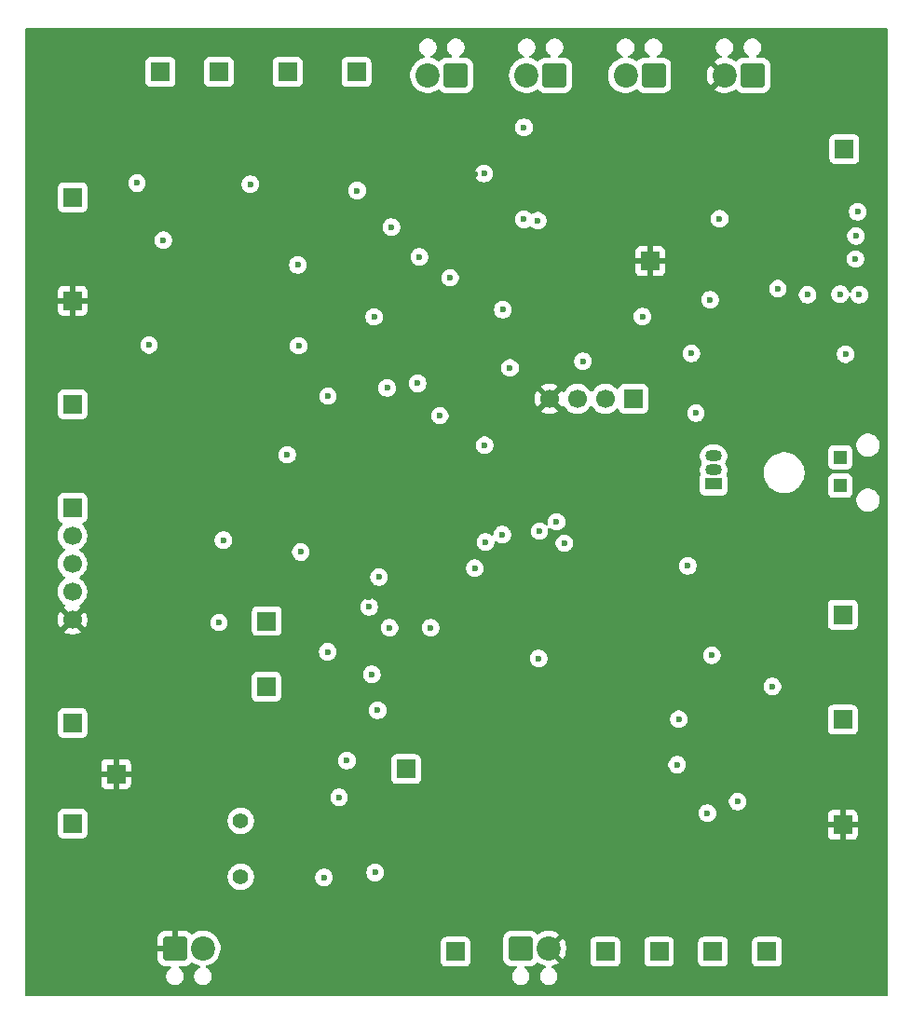
<source format=gbr>
%TF.GenerationSoftware,KiCad,Pcbnew,9.0.5-9.0.5~ubuntu24.04.1*%
%TF.CreationDate,2025-11-18T18:30:51-05:00*%
%TF.ProjectId,teslaCoilSensor,7465736c-6143-46f6-996c-53656e736f72,rev?*%
%TF.SameCoordinates,Original*%
%TF.FileFunction,Copper,L2,Inr*%
%TF.FilePolarity,Positive*%
%FSLAX46Y46*%
G04 Gerber Fmt 4.6, Leading zero omitted, Abs format (unit mm)*
G04 Created by KiCad (PCBNEW 9.0.5-9.0.5~ubuntu24.04.1) date 2025-11-18 18:30:51*
%MOMM*%
%LPD*%
G01*
G04 APERTURE LIST*
G04 Aperture macros list*
%AMRoundRect*
0 Rectangle with rounded corners*
0 $1 Rounding radius*
0 $2 $3 $4 $5 $6 $7 $8 $9 X,Y pos of 4 corners*
0 Add a 4 corners polygon primitive as box body*
4,1,4,$2,$3,$4,$5,$6,$7,$8,$9,$2,$3,0*
0 Add four circle primitives for the rounded corners*
1,1,$1+$1,$2,$3*
1,1,$1+$1,$4,$5*
1,1,$1+$1,$6,$7*
1,1,$1+$1,$8,$9*
0 Add four rect primitives between the rounded corners*
20,1,$1+$1,$2,$3,$4,$5,0*
20,1,$1+$1,$4,$5,$6,$7,0*
20,1,$1+$1,$6,$7,$8,$9,0*
20,1,$1+$1,$8,$9,$2,$3,0*%
G04 Aperture macros list end*
%TA.AperFunction,ComponentPad*%
%ADD10R,1.700000X1.700000*%
%TD*%
%TA.AperFunction,ComponentPad*%
%ADD11C,2.200000*%
%TD*%
%TA.AperFunction,ComponentPad*%
%ADD12RoundRect,0.249999X0.850001X0.850001X-0.850001X0.850001X-0.850001X-0.850001X0.850001X-0.850001X0*%
%TD*%
%TA.AperFunction,ComponentPad*%
%ADD13C,1.400000*%
%TD*%
%TA.AperFunction,ComponentPad*%
%ADD14R,1.208000X1.208000*%
%TD*%
%TA.AperFunction,ComponentPad*%
%ADD15RoundRect,0.249999X-0.850001X-0.850001X0.850001X-0.850001X0.850001X0.850001X-0.850001X0.850001X0*%
%TD*%
%TA.AperFunction,ComponentPad*%
%ADD16C,7.000000*%
%TD*%
%TA.AperFunction,ComponentPad*%
%ADD17C,1.700000*%
%TD*%
%TA.AperFunction,ComponentPad*%
%ADD18R,1.500000X1.050000*%
%TD*%
%TA.AperFunction,ComponentPad*%
%ADD19O,1.500000X1.050000*%
%TD*%
%TA.AperFunction,ViaPad*%
%ADD20C,0.600000*%
%TD*%
G04 APERTURE END LIST*
D10*
%TO.N,/Buck_IN*%
%TO.C,J16*%
X187096400Y-57099200D03*
%TD*%
%TO.N,/V_{TEMP_SENSOR}*%
%TO.C,J29*%
X116941600Y-61488383D03*
%TD*%
%TO.N,/V_{DD}*%
%TO.C,J18*%
X116950000Y-80300000D03*
%TD*%
D11*
%TO.N,/TC1+*%
%TO.C,TC1*%
X158217250Y-50412614D03*
D12*
%TO.N,/TC1-*%
X160757250Y-50412614D03*
%TD*%
D10*
%TO.N,SPI3_NSS_2*%
%TO.C,J24*%
X130242210Y-50105114D03*
%TD*%
%TO.N,/V_{CURRENT_SENSOR}*%
%TO.C,J28*%
X186944000Y-108966400D03*
%TD*%
D13*
%TO.N,/V_{BUS_AMP_IN}*%
%TO.C,R24*%
X132234900Y-118160800D03*
%TO.N,/V_{BUS_IN}*%
X132234900Y-123240800D03*
%TD*%
D14*
%TO.N,Net-(J8-Cathode)*%
%TO.C,J8*%
X186726850Y-87715025D03*
%TO.N,Net-(J8-Anode)*%
X186726850Y-85115025D03*
%TD*%
D15*
%TO.N,GND*%
%TO.C,J22*%
X126257920Y-129740500D03*
D11*
%TO.N,/V_{BUS_IN}*%
X128797920Y-129740500D03*
%TD*%
D16*
%TO.N,GND*%
%TO.C,H2*%
X186944000Y-50105114D03*
%TD*%
D10*
%TO.N,SPI1_MISO*%
%TO.C,J11*%
X147250000Y-113450000D03*
%TD*%
D12*
%TO.N,+12V*%
%TO.C,J2*%
X178741750Y-50412614D03*
D11*
%TO.N,GND*%
X176201750Y-50412614D03*
%TD*%
D10*
%TO.N,SPI2_SCK*%
%TO.C,J25*%
X165355360Y-130048000D03*
%TD*%
%TO.N,GPIO_8*%
%TO.C,J6*%
X116941600Y-89698192D03*
D17*
%TO.N,GPIO_9*%
X116941600Y-92238192D03*
%TO.N,GPIO_10*%
X116941600Y-94778192D03*
%TO.N,GPIO_11*%
X116941600Y-97318192D03*
%TO.N,GND*%
X116941600Y-99858192D03*
%TD*%
D10*
%TO.N,SPI2_NSS*%
%TO.C,J12*%
X180061840Y-130048000D03*
%TD*%
%TO.N,/Current Sensor/V_{XFRMR_IN_SHIFT}*%
%TO.C,J30*%
X151768144Y-130048000D03*
%TD*%
%TO.N,SPI2_MOSI*%
%TO.C,J31*%
X175159680Y-130048000D03*
%TD*%
%TO.N,/V_{BUCK_5V}*%
%TO.C,J17*%
X116941600Y-118414800D03*
%TD*%
%TO.N,SPI2_MISO*%
%TO.C,J26*%
X170257520Y-130048000D03*
%TD*%
D12*
%TO.N,UART_TX_EXT*%
%TO.C,J7*%
X169749500Y-50412614D03*
D11*
%TO.N,UART_RX_EXT*%
X167209500Y-50412614D03*
%TD*%
D15*
%TO.N,/Current Sensor/V_{IN_XFRMR+}*%
%TO.C,J3*%
X157683200Y-129740500D03*
D11*
%TO.N,GND*%
X160223200Y-129740500D03*
%TD*%
D10*
%TO.N,/V_{DD}*%
%TO.C,J1*%
X167910000Y-79800000D03*
D17*
%TO.N,SWDIO*%
X165370000Y-79800000D03*
%TO.N,SWCLK*%
X162830000Y-79800000D03*
%TO.N,GND*%
X160290000Y-79800000D03*
%TD*%
D10*
%TO.N,SPI1_NSS*%
%TO.C,J4*%
X134600000Y-100000000D03*
%TD*%
%TO.N,GND*%
%TO.C,J14*%
X120900000Y-113900000D03*
%TD*%
%TO.N,SPI3_MISO*%
%TO.C,J20*%
X136493140Y-50105114D03*
%TD*%
%TO.N,SPI1_SCK*%
%TO.C,J5*%
X134550000Y-105950000D03*
%TD*%
%TO.N,UART_TX_FIBER*%
%TO.C,J19*%
X186944000Y-99415600D03*
%TD*%
D18*
%TO.N,/V_{DD}*%
%TO.C,Q2*%
X175200000Y-87550000D03*
D19*
%TO.N,Net-(Q2-B)*%
X175200000Y-86280000D03*
%TO.N,Net-(J8-Anode)*%
X175200000Y-85010000D03*
%TD*%
D16*
%TO.N,GND*%
%TO.C,H4*%
X186944000Y-130048000D03*
%TD*%
D10*
%TO.N,SPI3_SCK*%
%TO.C,J13*%
X124936280Y-50105114D03*
%TD*%
D16*
%TO.N,GND*%
%TO.C,H3*%
X116941600Y-130048000D03*
%TD*%
D10*
%TO.N,SPI3_NSS_1*%
%TO.C,J21*%
X142744070Y-50105114D03*
%TD*%
%TO.N,/V_{BUS_SENSOR}*%
%TO.C,J27*%
X116941600Y-109261461D03*
%TD*%
%TO.N,GND*%
%TO.C,J9*%
X186944000Y-118517200D03*
%TD*%
D16*
%TO.N,GND*%
%TO.C,H1*%
X116941600Y-50105114D03*
%TD*%
D10*
%TO.N,GND*%
%TO.C,J10*%
X116941600Y-70891653D03*
%TD*%
D11*
%TO.N,/TC2+*%
%TO.C,TC2*%
X149225000Y-50412614D03*
D12*
%TO.N,/TC2-*%
X151765000Y-50412614D03*
%TD*%
D10*
%TO.N,GND*%
%TO.C,J15*%
X169450000Y-67300000D03*
%TD*%
D20*
%TO.N,/Buck_IN*%
X175750000Y-63450000D03*
X174900000Y-70800000D03*
%TO.N,GND*%
X121900000Y-130700000D03*
X186900000Y-80650000D03*
X170587500Y-74125000D03*
X187000000Y-102300000D03*
X161000000Y-89800000D03*
X116900000Y-113600000D03*
X168362500Y-120100000D03*
X144373700Y-68576300D03*
X116950000Y-82650000D03*
X153450000Y-70150000D03*
X147900000Y-100550000D03*
X186900000Y-95700000D03*
X147900000Y-98000000D03*
X154768100Y-61949400D03*
X116900000Y-106300000D03*
X143025000Y-126075000D03*
X186950000Y-115500000D03*
X177900000Y-104400000D03*
X169950000Y-97650000D03*
X179450000Y-90950000D03*
X145948500Y-68576300D03*
X155168600Y-113995200D03*
X171750000Y-97700000D03*
X141274800Y-90322400D03*
X160850000Y-115350000D03*
X116975000Y-66500000D03*
X180862500Y-120200000D03*
X159800000Y-114550000D03*
X167250000Y-101950000D03*
X169630000Y-111500000D03*
X146000000Y-96059824D03*
X167700000Y-130050000D03*
X142951200Y-62422000D03*
X142722600Y-116027200D03*
X162800000Y-92050000D03*
X149758400Y-55868800D03*
X155524200Y-115874800D03*
X127550000Y-50150000D03*
X173337500Y-74125000D03*
X142036800Y-92811600D03*
X129819400Y-89763600D03*
X145250000Y-65150000D03*
X148539200Y-92786200D03*
X143814800Y-118795800D03*
X170762500Y-119800000D03*
X131546600Y-84531200D03*
X132867400Y-84531200D03*
X146900000Y-78650000D03*
X187050000Y-121500000D03*
X172700000Y-130000000D03*
X174098500Y-71625000D03*
X156000000Y-96750000D03*
X139400000Y-50000000D03*
X168350000Y-98800000D03*
X117050000Y-56900000D03*
X117000000Y-64500000D03*
X135050000Y-130100000D03*
X173050000Y-50450000D03*
X186950000Y-79000000D03*
X141782800Y-76987400D03*
X143800000Y-130050000D03*
X186950000Y-106100000D03*
X186900000Y-82250000D03*
X137650000Y-112650000D03*
X129150000Y-100100000D03*
X144118400Y-56522400D03*
X116900000Y-111900000D03*
X123600000Y-62200000D03*
X126900000Y-109500000D03*
X178362500Y-120200000D03*
X182400000Y-69800000D03*
X117150000Y-77350000D03*
X177600000Y-130050000D03*
X186950000Y-114300000D03*
X163337500Y-72575000D03*
X145500000Y-130050000D03*
X128524000Y-88290400D03*
X135432800Y-117348000D03*
X186900000Y-90950000D03*
X157700000Y-103400000D03*
X140250000Y-130150000D03*
X156087700Y-56057800D03*
X154400000Y-85600000D03*
X165862500Y-120000000D03*
X186900000Y-96900000D03*
X154614500Y-57124600D03*
X117100000Y-124850000D03*
X145700000Y-50050000D03*
X137566400Y-76911200D03*
X137515600Y-69646800D03*
X153507650Y-59365487D03*
X151180800Y-57646800D03*
X153500000Y-96750000D03*
X155750000Y-98550000D03*
X168450000Y-100650000D03*
X117100000Y-75550000D03*
X187000000Y-124100000D03*
X144119600Y-63641200D03*
X155200000Y-91450000D03*
X178000000Y-68050000D03*
X141732000Y-79629000D03*
X186700000Y-74250000D03*
X187100000Y-59500000D03*
X186950000Y-94300000D03*
X157650000Y-101150000D03*
X142050000Y-130100000D03*
X147300000Y-130000000D03*
X163026900Y-56940200D03*
X129800000Y-91900000D03*
X117050000Y-55200000D03*
X147350000Y-109800000D03*
X154950000Y-50250000D03*
X117100000Y-58700000D03*
X145550000Y-103400000D03*
X146150000Y-106050000D03*
X143840200Y-117170200D03*
X157000000Y-64250000D03*
X173850000Y-63700000D03*
X176200000Y-68100000D03*
X137718800Y-109067600D03*
X156200000Y-70150000D03*
X158150000Y-91400000D03*
X182050000Y-50150000D03*
X136850000Y-130050000D03*
X134188200Y-83413600D03*
X133400000Y-62300000D03*
X164033200Y-86715600D03*
X175000000Y-69200000D03*
X182700000Y-79600000D03*
X117100000Y-73850000D03*
X156800000Y-55200000D03*
X144627600Y-109753400D03*
X158521300Y-64550000D03*
X187000000Y-103500000D03*
X133550000Y-50200000D03*
X116850000Y-104500000D03*
X158496000Y-123113800D03*
X148950000Y-77400000D03*
X142200000Y-59850000D03*
X117050000Y-123050000D03*
X187050000Y-54600000D03*
X187050000Y-122700000D03*
X136423400Y-83337400D03*
X187000000Y-111700000D03*
X161776900Y-55190200D03*
X116850000Y-102800000D03*
X188450000Y-74300000D03*
X180500000Y-104450000D03*
X162100000Y-99600000D03*
X125069600Y-78460600D03*
X139573000Y-100177600D03*
X117050000Y-68000000D03*
X138582400Y-102844600D03*
X186950000Y-93100000D03*
X186900000Y-92150000D03*
X143900000Y-97800000D03*
X163950000Y-50500000D03*
X126900000Y-101200000D03*
X160387500Y-73725000D03*
X132918200Y-89484200D03*
X173593750Y-108925000D03*
X142968400Y-57682400D03*
X138550000Y-130150000D03*
X123600000Y-69700000D03*
X116950000Y-84350000D03*
X130962400Y-90830400D03*
X161300000Y-100920000D03*
X140385800Y-97663000D03*
X117050000Y-121350000D03*
X151150000Y-82200000D03*
X186950000Y-104900000D03*
X168700000Y-97750000D03*
X142950000Y-128550000D03*
X149600000Y-67000000D03*
X156087700Y-63271400D03*
X162416100Y-94450000D03*
X187000000Y-125300000D03*
X187000000Y-112900000D03*
X116950000Y-115400000D03*
X186850000Y-77700000D03*
X172000000Y-111500000D03*
X117000000Y-86150000D03*
X133350000Y-130100000D03*
X153300000Y-92850000D03*
X137750000Y-114300000D03*
X175100000Y-74050000D03*
%TO.N,/V_{DD}*%
X137693400Y-93726000D03*
X137490200Y-74980800D03*
X149500000Y-100600000D03*
X136448800Y-84886800D03*
X154400000Y-84030000D03*
X140157200Y-79552800D03*
X140131800Y-102793800D03*
X163324700Y-76392000D03*
X145750000Y-100600000D03*
X156700000Y-77000000D03*
X173600000Y-81100000D03*
X153500000Y-95200000D03*
%TO.N,NRST*%
X130657600Y-92659200D03*
X130251200Y-100126800D03*
%TO.N,/V_{CURRENT_SENSOR}*%
X171900000Y-113050000D03*
X172043750Y-108925000D03*
X125200000Y-65400000D03*
X172870000Y-94980000D03*
%TO.N,/V_{BUS_SENSOR}*%
X123900000Y-74900000D03*
X141173200Y-116027200D03*
X144678400Y-108102400D03*
X144150000Y-104850000D03*
X141884400Y-112674400D03*
%TO.N,/V_{TEMP_SENSOR}*%
X142818400Y-60882400D03*
X154336900Y-59330200D03*
X137414000Y-67640200D03*
X144353700Y-72356700D03*
X157976900Y-55150200D03*
%TO.N,+12V*%
X133100000Y-60300000D03*
%TO.N,SPI1_MISO*%
X144800000Y-96000000D03*
X143900000Y-98700000D03*
%TO.N,SPI2_SCK*%
X154475000Y-92825000D03*
%TO.N,SPI2_MISO*%
X156000000Y-92150000D03*
%TO.N,SPI2_NSS*%
X160934400Y-90982800D03*
%TO.N,SPI3_MISO*%
X148463000Y-66900000D03*
X145538000Y-78820200D03*
%TO.N,SPI3_SCK*%
X157971300Y-63500000D03*
X145923000Y-64211200D03*
X148300000Y-78400000D03*
%TO.N,SPI3_NSS_1*%
X150320464Y-81327720D03*
X159232600Y-63627000D03*
%TO.N,/V_{CURR_ADC}*%
X174650000Y-117450000D03*
X159300000Y-103400000D03*
%TO.N,SPI2_MOSI*%
X159376436Y-91829601D03*
X161650000Y-92925000D03*
%TO.N,/BUCK_SW*%
X181050000Y-69800000D03*
X183750000Y-70350000D03*
%TO.N,/V_{BUCK_5V}*%
X168737500Y-72325000D03*
X187200000Y-75750000D03*
X175050000Y-103100000D03*
X122800000Y-60200000D03*
X139800000Y-123300000D03*
X186700000Y-70300000D03*
X151250000Y-68800000D03*
X180550000Y-105950000D03*
X177400000Y-116400000D03*
X188300000Y-62800000D03*
X188450000Y-70350000D03*
X188150000Y-65000000D03*
X156050000Y-71700000D03*
X188100000Y-67100000D03*
X144450000Y-122850000D03*
X173187500Y-75675000D03*
%TD*%
%TA.AperFunction,Conductor*%
%TO.N,GND*%
G36*
X190942539Y-46120185D02*
G01*
X190988294Y-46172989D01*
X190999500Y-46224500D01*
X190999500Y-133975500D01*
X190979815Y-134042539D01*
X190927011Y-134088294D01*
X190875500Y-134099500D01*
X112751100Y-134099500D01*
X112684061Y-134079815D01*
X112638306Y-134027011D01*
X112627100Y-133975500D01*
X112627100Y-128840513D01*
X124657920Y-128840513D01*
X124657920Y-129490500D01*
X125767172Y-129490500D01*
X125745402Y-129528208D01*
X125707920Y-129668091D01*
X125707920Y-129812909D01*
X125745402Y-129952792D01*
X125767172Y-129990500D01*
X124657921Y-129990500D01*
X124657921Y-130640486D01*
X124668414Y-130743196D01*
X124668414Y-130743198D01*
X124723560Y-130909619D01*
X124723565Y-130909630D01*
X124815600Y-131058840D01*
X124815603Y-131058844D01*
X124939575Y-131182816D01*
X124939579Y-131182819D01*
X125088789Y-131274854D01*
X125088800Y-131274859D01*
X125255222Y-131330005D01*
X125357939Y-131340499D01*
X125815138Y-131340499D01*
X125882177Y-131360183D01*
X125927932Y-131412987D01*
X125937876Y-131482146D01*
X125908851Y-131545702D01*
X125882951Y-131566442D01*
X125883806Y-131567721D01*
X125747631Y-131658710D01*
X125747627Y-131658713D01*
X125636133Y-131770207D01*
X125636130Y-131770211D01*
X125548529Y-131901314D01*
X125548522Y-131901327D01*
X125488184Y-132046998D01*
X125488181Y-132047010D01*
X125457420Y-132201653D01*
X125457420Y-132359346D01*
X125488181Y-132513989D01*
X125488184Y-132514001D01*
X125548522Y-132659672D01*
X125548529Y-132659685D01*
X125636130Y-132790788D01*
X125636133Y-132790792D01*
X125747627Y-132902286D01*
X125747631Y-132902289D01*
X125878734Y-132989890D01*
X125878747Y-132989897D01*
X126024418Y-133050235D01*
X126024423Y-133050237D01*
X126179073Y-133080999D01*
X126179076Y-133081000D01*
X126179078Y-133081000D01*
X126336764Y-133081000D01*
X126336765Y-133080999D01*
X126491417Y-133050237D01*
X126637099Y-132989894D01*
X126768209Y-132902289D01*
X126879709Y-132790789D01*
X126967314Y-132659679D01*
X127027657Y-132513997D01*
X127058420Y-132359342D01*
X127058420Y-132201658D01*
X127058420Y-132201655D01*
X127058419Y-132201653D01*
X127027658Y-132047010D01*
X127027657Y-132047003D01*
X127027655Y-132046998D01*
X126967317Y-131901327D01*
X126967310Y-131901314D01*
X126879709Y-131770211D01*
X126879706Y-131770207D01*
X126768212Y-131658713D01*
X126768208Y-131658710D01*
X126632034Y-131567721D01*
X126633617Y-131565351D01*
X126592458Y-131524994D01*
X126576935Y-131456871D01*
X126600706Y-131391169D01*
X126656225Y-131348749D01*
X126700700Y-131340499D01*
X127157891Y-131340499D01*
X127157907Y-131340498D01*
X127260616Y-131330005D01*
X127260618Y-131330005D01*
X127427039Y-131274859D01*
X127427050Y-131274854D01*
X127576259Y-131182820D01*
X127705005Y-131054074D01*
X127766328Y-131020589D01*
X127836020Y-131025573D01*
X127865572Y-131041437D01*
X127948564Y-131101733D01*
X127959075Y-131109370D01*
X128102104Y-131182247D01*
X128183536Y-131223739D01*
X128183538Y-131223739D01*
X128183541Y-131223741D01*
X128423135Y-131301590D01*
X128454786Y-131306603D01*
X128456389Y-131306857D01*
X128519523Y-131336786D01*
X128556455Y-131396097D01*
X128555457Y-131465960D01*
X128516847Y-131524193D01*
X128484443Y-131543891D01*
X128418747Y-131571102D01*
X128418734Y-131571109D01*
X128287631Y-131658710D01*
X128287627Y-131658713D01*
X128176133Y-131770207D01*
X128176130Y-131770211D01*
X128088529Y-131901314D01*
X128088522Y-131901327D01*
X128028184Y-132046998D01*
X128028181Y-132047010D01*
X127997420Y-132201653D01*
X127997420Y-132359346D01*
X128028181Y-132513989D01*
X128028184Y-132514001D01*
X128088522Y-132659672D01*
X128088529Y-132659685D01*
X128176130Y-132790788D01*
X128176133Y-132790792D01*
X128287627Y-132902286D01*
X128287631Y-132902289D01*
X128418734Y-132989890D01*
X128418747Y-132989897D01*
X128564418Y-133050235D01*
X128564423Y-133050237D01*
X128719073Y-133080999D01*
X128719076Y-133081000D01*
X128719078Y-133081000D01*
X128876764Y-133081000D01*
X128876765Y-133080999D01*
X129031417Y-133050237D01*
X129177099Y-132989894D01*
X129308209Y-132902289D01*
X129419709Y-132790789D01*
X129507314Y-132659679D01*
X129567657Y-132513997D01*
X129598420Y-132359342D01*
X129598420Y-132201658D01*
X129598420Y-132201655D01*
X129598419Y-132201653D01*
X129567658Y-132047010D01*
X129567657Y-132047003D01*
X129567655Y-132046998D01*
X129507317Y-131901327D01*
X129507310Y-131901314D01*
X129419709Y-131770211D01*
X129419706Y-131770207D01*
X129308212Y-131658713D01*
X129308208Y-131658710D01*
X129177105Y-131571109D01*
X129177093Y-131571102D01*
X129111396Y-131543891D01*
X129056992Y-131500051D01*
X129034927Y-131433757D01*
X129052206Y-131366057D01*
X129103343Y-131318447D01*
X129139451Y-131306857D01*
X129172705Y-131301590D01*
X129174210Y-131301101D01*
X129412299Y-131223741D01*
X129636765Y-131109370D01*
X129840576Y-130961293D01*
X130018713Y-130783156D01*
X130166790Y-130579345D01*
X130281161Y-130354879D01*
X130359010Y-130115285D01*
X130398420Y-129866462D01*
X130398420Y-129614538D01*
X130376484Y-129476042D01*
X130359010Y-129365714D01*
X130337785Y-129300390D01*
X130288964Y-129150135D01*
X150417644Y-129150135D01*
X150417644Y-130945870D01*
X150417645Y-130945876D01*
X150424052Y-131005483D01*
X150474346Y-131140328D01*
X150474350Y-131140335D01*
X150560596Y-131255544D01*
X150560599Y-131255547D01*
X150675808Y-131341793D01*
X150675815Y-131341797D01*
X150810661Y-131392091D01*
X150810660Y-131392091D01*
X150817588Y-131392835D01*
X150870271Y-131398500D01*
X152666016Y-131398499D01*
X152725627Y-131392091D01*
X152860475Y-131341796D01*
X152975690Y-131255546D01*
X153061940Y-131140331D01*
X153112235Y-131005483D01*
X153118644Y-130945873D01*
X153118643Y-129150128D01*
X153112235Y-129090517D01*
X153061940Y-128955669D01*
X152975711Y-128840482D01*
X156082700Y-128840482D01*
X156082700Y-130640517D01*
X156093200Y-130743296D01*
X156148385Y-130909832D01*
X156148387Y-130909837D01*
X156170614Y-130945872D01*
X156240488Y-131059156D01*
X156364544Y-131183212D01*
X156513865Y-131275314D01*
X156680402Y-131330499D01*
X156783190Y-131341000D01*
X156783195Y-131341000D01*
X157239625Y-131341000D01*
X157306664Y-131360685D01*
X157352419Y-131413489D01*
X157362363Y-131482647D01*
X157333338Y-131546203D01*
X157308516Y-131568102D01*
X157172911Y-131658710D01*
X157172907Y-131658713D01*
X157061413Y-131770207D01*
X157061410Y-131770211D01*
X156973809Y-131901314D01*
X156973802Y-131901327D01*
X156913464Y-132046998D01*
X156913461Y-132047010D01*
X156882700Y-132201653D01*
X156882700Y-132359346D01*
X156913461Y-132513989D01*
X156913464Y-132514001D01*
X156973802Y-132659672D01*
X156973809Y-132659685D01*
X157061410Y-132790788D01*
X157061413Y-132790792D01*
X157172907Y-132902286D01*
X157172911Y-132902289D01*
X157304014Y-132989890D01*
X157304027Y-132989897D01*
X157449698Y-133050235D01*
X157449703Y-133050237D01*
X157604353Y-133080999D01*
X157604356Y-133081000D01*
X157604358Y-133081000D01*
X157762044Y-133081000D01*
X157762045Y-133080999D01*
X157916697Y-133050237D01*
X158062379Y-132989894D01*
X158193489Y-132902289D01*
X158304989Y-132790789D01*
X158392594Y-132659679D01*
X158452937Y-132513997D01*
X158483700Y-132359342D01*
X158483700Y-132201658D01*
X158483700Y-132201655D01*
X158483699Y-132201653D01*
X158452938Y-132047010D01*
X158452937Y-132047003D01*
X158452935Y-132046998D01*
X158392597Y-131901327D01*
X158392590Y-131901314D01*
X158304989Y-131770211D01*
X158304986Y-131770207D01*
X158193492Y-131658713D01*
X158193488Y-131658710D01*
X158057884Y-131568102D01*
X158013079Y-131514490D01*
X158004372Y-131445165D01*
X158034526Y-131382137D01*
X158093970Y-131345418D01*
X158126775Y-131341000D01*
X158583205Y-131341000D01*
X158583210Y-131341000D01*
X158685998Y-131330499D01*
X158852535Y-131275314D01*
X159001856Y-131183212D01*
X159125912Y-131059156D01*
X159125912Y-131059155D01*
X159131019Y-131054049D01*
X159133528Y-131056558D01*
X159176922Y-131024952D01*
X159246673Y-131020880D01*
X159291616Y-131041373D01*
X159384616Y-131108942D01*
X159609015Y-131223280D01*
X159848531Y-131301103D01*
X159882550Y-131306491D01*
X159945685Y-131336420D01*
X159982617Y-131395731D01*
X159981619Y-131465594D01*
X159943010Y-131523826D01*
X159910606Y-131543525D01*
X159844024Y-131571104D01*
X159844014Y-131571109D01*
X159712911Y-131658710D01*
X159712907Y-131658713D01*
X159601413Y-131770207D01*
X159601410Y-131770211D01*
X159513809Y-131901314D01*
X159513802Y-131901327D01*
X159453464Y-132046998D01*
X159453461Y-132047010D01*
X159422700Y-132201653D01*
X159422700Y-132359346D01*
X159453461Y-132513989D01*
X159453464Y-132514001D01*
X159513802Y-132659672D01*
X159513809Y-132659685D01*
X159601410Y-132790788D01*
X159601413Y-132790792D01*
X159712907Y-132902286D01*
X159712911Y-132902289D01*
X159844014Y-132989890D01*
X159844027Y-132989897D01*
X159989698Y-133050235D01*
X159989703Y-133050237D01*
X160144353Y-133080999D01*
X160144356Y-133081000D01*
X160144358Y-133081000D01*
X160302044Y-133081000D01*
X160302045Y-133080999D01*
X160456697Y-133050237D01*
X160602379Y-132989894D01*
X160733489Y-132902289D01*
X160844989Y-132790789D01*
X160932594Y-132659679D01*
X160992937Y-132513997D01*
X161023700Y-132359342D01*
X161023700Y-132201658D01*
X161023700Y-132201655D01*
X161023699Y-132201653D01*
X160992938Y-132047010D01*
X160992937Y-132047003D01*
X160992935Y-132046998D01*
X160932597Y-131901327D01*
X160932590Y-131901314D01*
X160844989Y-131770211D01*
X160844986Y-131770207D01*
X160733492Y-131658713D01*
X160733488Y-131658710D01*
X160602385Y-131571109D01*
X160602376Y-131571104D01*
X160535793Y-131543525D01*
X160481390Y-131499684D01*
X160459325Y-131433390D01*
X160476604Y-131365691D01*
X160527741Y-131318080D01*
X160563849Y-131306490D01*
X160597874Y-131301101D01*
X160837384Y-131223280D01*
X161061775Y-131108946D01*
X161061781Y-131108942D01*
X161163897Y-131034750D01*
X161163898Y-131034750D01*
X160393434Y-130264287D01*
X160435492Y-130253018D01*
X160560908Y-130180610D01*
X160663310Y-130078208D01*
X160735718Y-129952792D01*
X160746987Y-129910735D01*
X161517450Y-130681198D01*
X161517450Y-130681197D01*
X161591642Y-130579081D01*
X161591646Y-130579075D01*
X161705980Y-130354684D01*
X161783802Y-130115169D01*
X161823200Y-129866428D01*
X161823200Y-129614571D01*
X161783802Y-129365830D01*
X161725088Y-129185124D01*
X161725087Y-129185122D01*
X161713720Y-129150135D01*
X164004860Y-129150135D01*
X164004860Y-130945870D01*
X164004861Y-130945876D01*
X164011268Y-131005483D01*
X164061562Y-131140328D01*
X164061566Y-131140335D01*
X164147812Y-131255544D01*
X164147815Y-131255547D01*
X164263024Y-131341793D01*
X164263031Y-131341797D01*
X164397877Y-131392091D01*
X164397876Y-131392091D01*
X164404804Y-131392835D01*
X164457487Y-131398500D01*
X166253232Y-131398499D01*
X166312843Y-131392091D01*
X166447691Y-131341796D01*
X166562906Y-131255546D01*
X166649156Y-131140331D01*
X166699451Y-131005483D01*
X166705860Y-130945873D01*
X166705859Y-129150135D01*
X168907020Y-129150135D01*
X168907020Y-130945870D01*
X168907021Y-130945876D01*
X168913428Y-131005483D01*
X168963722Y-131140328D01*
X168963726Y-131140335D01*
X169049972Y-131255544D01*
X169049975Y-131255547D01*
X169165184Y-131341793D01*
X169165191Y-131341797D01*
X169300037Y-131392091D01*
X169300036Y-131392091D01*
X169306964Y-131392835D01*
X169359647Y-131398500D01*
X171155392Y-131398499D01*
X171215003Y-131392091D01*
X171349851Y-131341796D01*
X171465066Y-131255546D01*
X171551316Y-131140331D01*
X171601611Y-131005483D01*
X171608020Y-130945873D01*
X171608019Y-129150135D01*
X173809180Y-129150135D01*
X173809180Y-130945870D01*
X173809181Y-130945876D01*
X173815588Y-131005483D01*
X173865882Y-131140328D01*
X173865886Y-131140335D01*
X173952132Y-131255544D01*
X173952135Y-131255547D01*
X174067344Y-131341793D01*
X174067351Y-131341797D01*
X174202197Y-131392091D01*
X174202196Y-131392091D01*
X174209124Y-131392835D01*
X174261807Y-131398500D01*
X176057552Y-131398499D01*
X176117163Y-131392091D01*
X176252011Y-131341796D01*
X176367226Y-131255546D01*
X176453476Y-131140331D01*
X176503771Y-131005483D01*
X176510180Y-130945873D01*
X176510179Y-129150135D01*
X178711340Y-129150135D01*
X178711340Y-130945870D01*
X178711341Y-130945876D01*
X178717748Y-131005483D01*
X178768042Y-131140328D01*
X178768046Y-131140335D01*
X178854292Y-131255544D01*
X178854295Y-131255547D01*
X178969504Y-131341793D01*
X178969511Y-131341797D01*
X179104357Y-131392091D01*
X179104356Y-131392091D01*
X179111284Y-131392835D01*
X179163967Y-131398500D01*
X180959712Y-131398499D01*
X181019323Y-131392091D01*
X181154171Y-131341796D01*
X181269386Y-131255546D01*
X181355636Y-131140331D01*
X181405931Y-131005483D01*
X181412340Y-130945873D01*
X181412339Y-129150128D01*
X181405931Y-129090517D01*
X181355636Y-128955669D01*
X181355635Y-128955668D01*
X181355633Y-128955664D01*
X181269387Y-128840455D01*
X181269384Y-128840452D01*
X181154175Y-128754206D01*
X181154168Y-128754202D01*
X181019322Y-128703908D01*
X181019323Y-128703908D01*
X180959723Y-128697501D01*
X180959721Y-128697500D01*
X180959713Y-128697500D01*
X180959704Y-128697500D01*
X179163969Y-128697500D01*
X179163963Y-128697501D01*
X179104356Y-128703908D01*
X178969511Y-128754202D01*
X178969504Y-128754206D01*
X178854295Y-128840452D01*
X178854292Y-128840455D01*
X178768046Y-128955664D01*
X178768042Y-128955671D01*
X178717748Y-129090517D01*
X178711341Y-129150116D01*
X178711341Y-129150123D01*
X178711340Y-129150135D01*
X176510179Y-129150135D01*
X176510179Y-129150128D01*
X176503771Y-129090517D01*
X176453476Y-128955669D01*
X176453475Y-128955668D01*
X176453473Y-128955664D01*
X176367227Y-128840455D01*
X176367224Y-128840452D01*
X176252015Y-128754206D01*
X176252008Y-128754202D01*
X176117162Y-128703908D01*
X176117163Y-128703908D01*
X176057563Y-128697501D01*
X176057561Y-128697500D01*
X176057553Y-128697500D01*
X176057544Y-128697500D01*
X174261809Y-128697500D01*
X174261803Y-128697501D01*
X174202196Y-128703908D01*
X174067351Y-128754202D01*
X174067344Y-128754206D01*
X173952135Y-128840452D01*
X173952132Y-128840455D01*
X173865886Y-128955664D01*
X173865882Y-128955671D01*
X173815588Y-129090517D01*
X173809181Y-129150116D01*
X173809181Y-129150123D01*
X173809180Y-129150135D01*
X171608019Y-129150135D01*
X171608019Y-129150128D01*
X171601611Y-129090517D01*
X171551316Y-128955669D01*
X171551315Y-128955668D01*
X171551313Y-128955664D01*
X171465067Y-128840455D01*
X171465064Y-128840452D01*
X171349855Y-128754206D01*
X171349848Y-128754202D01*
X171215002Y-128703908D01*
X171215003Y-128703908D01*
X171155403Y-128697501D01*
X171155401Y-128697500D01*
X171155393Y-128697500D01*
X171155384Y-128697500D01*
X169359649Y-128697500D01*
X169359643Y-128697501D01*
X169300036Y-128703908D01*
X169165191Y-128754202D01*
X169165184Y-128754206D01*
X169049975Y-128840452D01*
X169049972Y-128840455D01*
X168963726Y-128955664D01*
X168963722Y-128955671D01*
X168913428Y-129090517D01*
X168907021Y-129150116D01*
X168907021Y-129150123D01*
X168907020Y-129150135D01*
X166705859Y-129150135D01*
X166705859Y-129150128D01*
X166699451Y-129090517D01*
X166649156Y-128955669D01*
X166649155Y-128955668D01*
X166649153Y-128955664D01*
X166562907Y-128840455D01*
X166562904Y-128840452D01*
X166447695Y-128754206D01*
X166447688Y-128754202D01*
X166312842Y-128703908D01*
X166312843Y-128703908D01*
X166253243Y-128697501D01*
X166253241Y-128697500D01*
X166253233Y-128697500D01*
X166253224Y-128697500D01*
X164457489Y-128697500D01*
X164457483Y-128697501D01*
X164397876Y-128703908D01*
X164263031Y-128754202D01*
X164263024Y-128754206D01*
X164147815Y-128840452D01*
X164147812Y-128840455D01*
X164061566Y-128955664D01*
X164061562Y-128955671D01*
X164011268Y-129090517D01*
X164004861Y-129150116D01*
X164004861Y-129150123D01*
X164004860Y-129150135D01*
X161713720Y-129150135D01*
X161705981Y-129126317D01*
X161591642Y-128901916D01*
X161517450Y-128799801D01*
X161517450Y-128799800D01*
X160746987Y-129570264D01*
X160735718Y-129528208D01*
X160663310Y-129402792D01*
X160560908Y-129300390D01*
X160435492Y-129227982D01*
X160393433Y-129216712D01*
X161163898Y-128446248D01*
X161061783Y-128372057D01*
X160837384Y-128257719D01*
X160597869Y-128179897D01*
X160349128Y-128140500D01*
X160097272Y-128140500D01*
X159848530Y-128179897D01*
X159609015Y-128257719D01*
X159384613Y-128372059D01*
X159291615Y-128439626D01*
X159225809Y-128463106D01*
X159157755Y-128447280D01*
X159132404Y-128425565D01*
X159131019Y-128426951D01*
X159001857Y-128297789D01*
X159001856Y-128297788D01*
X158909090Y-128240570D01*
X158852537Y-128205687D01*
X158852532Y-128205685D01*
X158851063Y-128205198D01*
X158685998Y-128150501D01*
X158685996Y-128150500D01*
X158583217Y-128140000D01*
X158583210Y-128140000D01*
X156783190Y-128140000D01*
X156783182Y-128140000D01*
X156680403Y-128150500D01*
X156680402Y-128150501D01*
X156597869Y-128177849D01*
X156513867Y-128205685D01*
X156513862Y-128205687D01*
X156364542Y-128297789D01*
X156240489Y-128421842D01*
X156148387Y-128571162D01*
X156148385Y-128571167D01*
X156120549Y-128655169D01*
X156093201Y-128737702D01*
X156093201Y-128737703D01*
X156093200Y-128737703D01*
X156082700Y-128840482D01*
X152975711Y-128840482D01*
X152975690Y-128840454D01*
X152975688Y-128840453D01*
X152975688Y-128840452D01*
X152860479Y-128754206D01*
X152860472Y-128754202D01*
X152725626Y-128703908D01*
X152725627Y-128703908D01*
X152666027Y-128697501D01*
X152666025Y-128697500D01*
X152666017Y-128697500D01*
X152666008Y-128697500D01*
X150870273Y-128697500D01*
X150870267Y-128697501D01*
X150810660Y-128703908D01*
X150675815Y-128754202D01*
X150675808Y-128754206D01*
X150560599Y-128840452D01*
X150560596Y-128840455D01*
X150474350Y-128955664D01*
X150474346Y-128955671D01*
X150424052Y-129090517D01*
X150417645Y-129150116D01*
X150417645Y-129150123D01*
X150417644Y-129150135D01*
X130288964Y-129150135D01*
X130281161Y-129126121D01*
X130166790Y-128901655D01*
X130092788Y-128799800D01*
X130018718Y-128697850D01*
X130018714Y-128697845D01*
X129840574Y-128519705D01*
X129840569Y-128519701D01*
X129636768Y-128371632D01*
X129636767Y-128371631D01*
X129636765Y-128371630D01*
X129566667Y-128335913D01*
X129412303Y-128257260D01*
X129172705Y-128179410D01*
X128923882Y-128140000D01*
X128671958Y-128140000D01*
X128547546Y-128159705D01*
X128423134Y-128179410D01*
X128183536Y-128257260D01*
X127959076Y-128371629D01*
X127959074Y-128371630D01*
X127865571Y-128439563D01*
X127799764Y-128463042D01*
X127731711Y-128447216D01*
X127705006Y-128426925D01*
X127576264Y-128298183D01*
X127576260Y-128298180D01*
X127427050Y-128206145D01*
X127427039Y-128206140D01*
X127260617Y-128150994D01*
X127157906Y-128140500D01*
X126507920Y-128140500D01*
X126507920Y-129249752D01*
X126470212Y-129227982D01*
X126330329Y-129190500D01*
X126185511Y-129190500D01*
X126045628Y-129227982D01*
X126007920Y-129249752D01*
X126007920Y-128140500D01*
X125357948Y-128140500D01*
X125357932Y-128140501D01*
X125255223Y-128150994D01*
X125255221Y-128150994D01*
X125088800Y-128206140D01*
X125088789Y-128206145D01*
X124939579Y-128298180D01*
X124939575Y-128298183D01*
X124815603Y-128422155D01*
X124815600Y-128422159D01*
X124723565Y-128571369D01*
X124723560Y-128571380D01*
X124668414Y-128737802D01*
X124657920Y-128840513D01*
X112627100Y-128840513D01*
X112627100Y-123146313D01*
X131034400Y-123146313D01*
X131034400Y-123335286D01*
X131063959Y-123521918D01*
X131122354Y-123701636D01*
X131208140Y-123869999D01*
X131319210Y-124022873D01*
X131452827Y-124156490D01*
X131605701Y-124267560D01*
X131685247Y-124308090D01*
X131774063Y-124353345D01*
X131774065Y-124353345D01*
X131774068Y-124353347D01*
X131870397Y-124384646D01*
X131953781Y-124411740D01*
X132140414Y-124441300D01*
X132140419Y-124441300D01*
X132329386Y-124441300D01*
X132516018Y-124411740D01*
X132695732Y-124353347D01*
X132864099Y-124267560D01*
X133016973Y-124156490D01*
X133150590Y-124022873D01*
X133261660Y-123869999D01*
X133347447Y-123701632D01*
X133405840Y-123521918D01*
X133413780Y-123471786D01*
X133435400Y-123335286D01*
X133435400Y-123221153D01*
X138999500Y-123221153D01*
X138999500Y-123378846D01*
X139030261Y-123533489D01*
X139030264Y-123533501D01*
X139090602Y-123679172D01*
X139090609Y-123679185D01*
X139178210Y-123810288D01*
X139178213Y-123810292D01*
X139289707Y-123921786D01*
X139289711Y-123921789D01*
X139420814Y-124009390D01*
X139420827Y-124009397D01*
X139566498Y-124069735D01*
X139566503Y-124069737D01*
X139721153Y-124100499D01*
X139721156Y-124100500D01*
X139721158Y-124100500D01*
X139878844Y-124100500D01*
X139878845Y-124100499D01*
X140033497Y-124069737D01*
X140179179Y-124009394D01*
X140310289Y-123921789D01*
X140421789Y-123810289D01*
X140509394Y-123679179D01*
X140569737Y-123533497D01*
X140600500Y-123378842D01*
X140600500Y-123221158D01*
X140600500Y-123221155D01*
X140600499Y-123221153D01*
X140573117Y-123083497D01*
X140569737Y-123066503D01*
X140525491Y-122959682D01*
X140509397Y-122920827D01*
X140509390Y-122920814D01*
X140451354Y-122833957D01*
X140421789Y-122789711D01*
X140421786Y-122789707D01*
X140403232Y-122771153D01*
X143649500Y-122771153D01*
X143649500Y-122928846D01*
X143680261Y-123083489D01*
X143680264Y-123083501D01*
X143740602Y-123229172D01*
X143740609Y-123229185D01*
X143828210Y-123360288D01*
X143828213Y-123360292D01*
X143939707Y-123471786D01*
X143939711Y-123471789D01*
X144070814Y-123559390D01*
X144070827Y-123559397D01*
X144216498Y-123619735D01*
X144216503Y-123619737D01*
X144371153Y-123650499D01*
X144371156Y-123650500D01*
X144371158Y-123650500D01*
X144528844Y-123650500D01*
X144528845Y-123650499D01*
X144683497Y-123619737D01*
X144829179Y-123559394D01*
X144960289Y-123471789D01*
X145071789Y-123360289D01*
X145159394Y-123229179D01*
X145162719Y-123221153D01*
X145219735Y-123083501D01*
X145219737Y-123083497D01*
X145250500Y-122928842D01*
X145250500Y-122771158D01*
X145250500Y-122771155D01*
X145250499Y-122771153D01*
X145232012Y-122678213D01*
X145219737Y-122616503D01*
X145217706Y-122611600D01*
X145159397Y-122470827D01*
X145159390Y-122470814D01*
X145071789Y-122339711D01*
X145071786Y-122339707D01*
X144960292Y-122228213D01*
X144960288Y-122228210D01*
X144829185Y-122140609D01*
X144829172Y-122140602D01*
X144683501Y-122080264D01*
X144683489Y-122080261D01*
X144528845Y-122049500D01*
X144528842Y-122049500D01*
X144371158Y-122049500D01*
X144371155Y-122049500D01*
X144216510Y-122080261D01*
X144216498Y-122080264D01*
X144070827Y-122140602D01*
X144070814Y-122140609D01*
X143939711Y-122228210D01*
X143939707Y-122228213D01*
X143828213Y-122339707D01*
X143828210Y-122339711D01*
X143740609Y-122470814D01*
X143740602Y-122470827D01*
X143680264Y-122616498D01*
X143680261Y-122616510D01*
X143649500Y-122771153D01*
X140403232Y-122771153D01*
X140310292Y-122678213D01*
X140310288Y-122678210D01*
X140179185Y-122590609D01*
X140179172Y-122590602D01*
X140033501Y-122530264D01*
X140033489Y-122530261D01*
X139878845Y-122499500D01*
X139878842Y-122499500D01*
X139721158Y-122499500D01*
X139721155Y-122499500D01*
X139566510Y-122530261D01*
X139566498Y-122530264D01*
X139420827Y-122590602D01*
X139420814Y-122590609D01*
X139289711Y-122678210D01*
X139289707Y-122678213D01*
X139178213Y-122789707D01*
X139178210Y-122789711D01*
X139090609Y-122920814D01*
X139090602Y-122920827D01*
X139030264Y-123066498D01*
X139030261Y-123066510D01*
X138999500Y-123221153D01*
X133435400Y-123221153D01*
X133435400Y-123146313D01*
X133405840Y-122959681D01*
X133364989Y-122833957D01*
X133347447Y-122779968D01*
X133347445Y-122779965D01*
X133347445Y-122779963D01*
X133264161Y-122616510D01*
X133261660Y-122611601D01*
X133150590Y-122458727D01*
X133016973Y-122325110D01*
X132864099Y-122214040D01*
X132695736Y-122128254D01*
X132516018Y-122069859D01*
X132329386Y-122040300D01*
X132329381Y-122040300D01*
X132140419Y-122040300D01*
X132140414Y-122040300D01*
X131953781Y-122069859D01*
X131774063Y-122128254D01*
X131605700Y-122214040D01*
X131518479Y-122277410D01*
X131452827Y-122325110D01*
X131452825Y-122325112D01*
X131452824Y-122325112D01*
X131319212Y-122458724D01*
X131319212Y-122458725D01*
X131319210Y-122458727D01*
X131310419Y-122470827D01*
X131208140Y-122611600D01*
X131122354Y-122779963D01*
X131063959Y-122959681D01*
X131034400Y-123146313D01*
X112627100Y-123146313D01*
X112627100Y-117516935D01*
X115591100Y-117516935D01*
X115591100Y-119312670D01*
X115591101Y-119312676D01*
X115597508Y-119372283D01*
X115647802Y-119507128D01*
X115647806Y-119507135D01*
X115734052Y-119622344D01*
X115734055Y-119622347D01*
X115849264Y-119708593D01*
X115849271Y-119708597D01*
X115984117Y-119758891D01*
X115984116Y-119758891D01*
X115991044Y-119759635D01*
X116043727Y-119765300D01*
X117839472Y-119765299D01*
X117899083Y-119758891D01*
X118033931Y-119708596D01*
X118149146Y-119622346D01*
X118235396Y-119507131D01*
X118285691Y-119372283D01*
X118292100Y-119312673D01*
X118292099Y-118066313D01*
X131034400Y-118066313D01*
X131034400Y-118255286D01*
X131063959Y-118441918D01*
X131122354Y-118621636D01*
X131196523Y-118767200D01*
X131208140Y-118789999D01*
X131319210Y-118942873D01*
X131452827Y-119076490D01*
X131605701Y-119187560D01*
X131685247Y-119228090D01*
X131774063Y-119273345D01*
X131774065Y-119273345D01*
X131774068Y-119273347D01*
X131870397Y-119304646D01*
X131953781Y-119331740D01*
X132140414Y-119361300D01*
X132140419Y-119361300D01*
X132329386Y-119361300D01*
X132516018Y-119331740D01*
X132695732Y-119273347D01*
X132864099Y-119187560D01*
X133016973Y-119076490D01*
X133150590Y-118942873D01*
X133261660Y-118789999D01*
X133304318Y-118706277D01*
X133328131Y-118659543D01*
X133328132Y-118659541D01*
X133347444Y-118621639D01*
X133347444Y-118621635D01*
X133347447Y-118621632D01*
X133405840Y-118441918D01*
X133435400Y-118255286D01*
X133435400Y-118066313D01*
X133405840Y-117879681D01*
X133347445Y-117699963D01*
X133261659Y-117531600D01*
X133250999Y-117516928D01*
X133150590Y-117378727D01*
X133143016Y-117371153D01*
X173849500Y-117371153D01*
X173849500Y-117528846D01*
X173880261Y-117683489D01*
X173880264Y-117683501D01*
X173940602Y-117829172D01*
X173940609Y-117829185D01*
X174028210Y-117960288D01*
X174028213Y-117960292D01*
X174139707Y-118071786D01*
X174139711Y-118071789D01*
X174270814Y-118159390D01*
X174270827Y-118159397D01*
X174416498Y-118219735D01*
X174416503Y-118219737D01*
X174571153Y-118250499D01*
X174571156Y-118250500D01*
X174571158Y-118250500D01*
X174728844Y-118250500D01*
X174728845Y-118250499D01*
X174883497Y-118219737D01*
X175029179Y-118159394D01*
X175160289Y-118071789D01*
X175271789Y-117960289D01*
X175359394Y-117829179D01*
X175419737Y-117683497D01*
X175432496Y-117619355D01*
X185594000Y-117619355D01*
X185594000Y-118267200D01*
X186510988Y-118267200D01*
X186478075Y-118324207D01*
X186444000Y-118451374D01*
X186444000Y-118583026D01*
X186478075Y-118710193D01*
X186510988Y-118767200D01*
X185594000Y-118767200D01*
X185594000Y-119415044D01*
X185600401Y-119474572D01*
X185600403Y-119474579D01*
X185650645Y-119609286D01*
X185650649Y-119609293D01*
X185736809Y-119724387D01*
X185736812Y-119724390D01*
X185851906Y-119810550D01*
X185851913Y-119810554D01*
X185986620Y-119860796D01*
X185986627Y-119860798D01*
X186046155Y-119867199D01*
X186046172Y-119867200D01*
X186694000Y-119867200D01*
X186694000Y-118950212D01*
X186751007Y-118983125D01*
X186878174Y-119017200D01*
X187009826Y-119017200D01*
X187136993Y-118983125D01*
X187194000Y-118950212D01*
X187194000Y-119867200D01*
X187841828Y-119867200D01*
X187841844Y-119867199D01*
X187901372Y-119860798D01*
X187901379Y-119860796D01*
X188036086Y-119810554D01*
X188036093Y-119810550D01*
X188151187Y-119724390D01*
X188151190Y-119724387D01*
X188237350Y-119609293D01*
X188237354Y-119609286D01*
X188287596Y-119474579D01*
X188287598Y-119474572D01*
X188293999Y-119415044D01*
X188294000Y-119415027D01*
X188294000Y-118767200D01*
X187377012Y-118767200D01*
X187409925Y-118710193D01*
X187444000Y-118583026D01*
X187444000Y-118451374D01*
X187409925Y-118324207D01*
X187377012Y-118267200D01*
X188294000Y-118267200D01*
X188294000Y-117619372D01*
X188293999Y-117619355D01*
X188287598Y-117559827D01*
X188287596Y-117559820D01*
X188237354Y-117425113D01*
X188237350Y-117425106D01*
X188151190Y-117310012D01*
X188151187Y-117310009D01*
X188036093Y-117223849D01*
X188036086Y-117223845D01*
X187901379Y-117173603D01*
X187901372Y-117173601D01*
X187841844Y-117167200D01*
X187194000Y-117167200D01*
X187194000Y-118084188D01*
X187136993Y-118051275D01*
X187009826Y-118017200D01*
X186878174Y-118017200D01*
X186751007Y-118051275D01*
X186694000Y-118084188D01*
X186694000Y-117167200D01*
X186046155Y-117167200D01*
X185986627Y-117173601D01*
X185986620Y-117173603D01*
X185851913Y-117223845D01*
X185851906Y-117223849D01*
X185736812Y-117310009D01*
X185736809Y-117310012D01*
X185650649Y-117425106D01*
X185650645Y-117425113D01*
X185600403Y-117559820D01*
X185600401Y-117559827D01*
X185594000Y-117619355D01*
X175432496Y-117619355D01*
X175444338Y-117559820D01*
X175450500Y-117528844D01*
X175450500Y-117371155D01*
X175450499Y-117371153D01*
X175438337Y-117310012D01*
X175419737Y-117216503D01*
X175415905Y-117207252D01*
X175359397Y-117070827D01*
X175359390Y-117070814D01*
X175271789Y-116939711D01*
X175271786Y-116939707D01*
X175160292Y-116828213D01*
X175160288Y-116828210D01*
X175029185Y-116740609D01*
X175029172Y-116740602D01*
X174883501Y-116680264D01*
X174883489Y-116680261D01*
X174728845Y-116649500D01*
X174728842Y-116649500D01*
X174571158Y-116649500D01*
X174571155Y-116649500D01*
X174416510Y-116680261D01*
X174416498Y-116680264D01*
X174270827Y-116740602D01*
X174270814Y-116740609D01*
X174139711Y-116828210D01*
X174139707Y-116828213D01*
X174028213Y-116939707D01*
X174028210Y-116939711D01*
X173940609Y-117070814D01*
X173940602Y-117070827D01*
X173880264Y-117216498D01*
X173880261Y-117216510D01*
X173849500Y-117371153D01*
X133143016Y-117371153D01*
X133016973Y-117245110D01*
X132864099Y-117134040D01*
X132695736Y-117048254D01*
X132516018Y-116989859D01*
X132329386Y-116960300D01*
X132329381Y-116960300D01*
X132140419Y-116960300D01*
X132140414Y-116960300D01*
X131953781Y-116989859D01*
X131774063Y-117048254D01*
X131605700Y-117134040D01*
X131556567Y-117169738D01*
X131452827Y-117245110D01*
X131452825Y-117245112D01*
X131452824Y-117245112D01*
X131319212Y-117378724D01*
X131319212Y-117378725D01*
X131319210Y-117378727D01*
X131276180Y-117437952D01*
X131208140Y-117531600D01*
X131122354Y-117699963D01*
X131063959Y-117879681D01*
X131034400Y-118066313D01*
X118292099Y-118066313D01*
X118292099Y-117516928D01*
X118285691Y-117457317D01*
X118278468Y-117437952D01*
X118235397Y-117322471D01*
X118235393Y-117322464D01*
X118149147Y-117207255D01*
X118149144Y-117207252D01*
X118033935Y-117121006D01*
X118033928Y-117121002D01*
X117899082Y-117070708D01*
X117899083Y-117070708D01*
X117839483Y-117064301D01*
X117839481Y-117064300D01*
X117839473Y-117064300D01*
X117839464Y-117064300D01*
X116043729Y-117064300D01*
X116043723Y-117064301D01*
X115984116Y-117070708D01*
X115849271Y-117121002D01*
X115849264Y-117121006D01*
X115734055Y-117207252D01*
X115734052Y-117207255D01*
X115647806Y-117322464D01*
X115647802Y-117322471D01*
X115597508Y-117457317D01*
X115591101Y-117516916D01*
X115591101Y-117516923D01*
X115591100Y-117516935D01*
X112627100Y-117516935D01*
X112627100Y-115948353D01*
X140372700Y-115948353D01*
X140372700Y-116106046D01*
X140403461Y-116260689D01*
X140403464Y-116260701D01*
X140463802Y-116406372D01*
X140463809Y-116406385D01*
X140551410Y-116537488D01*
X140551413Y-116537492D01*
X140662907Y-116648986D01*
X140662911Y-116648989D01*
X140794014Y-116736590D01*
X140794027Y-116736597D01*
X140939698Y-116796935D01*
X140939703Y-116796937D01*
X141094353Y-116827699D01*
X141094356Y-116827700D01*
X141094358Y-116827700D01*
X141252044Y-116827700D01*
X141252045Y-116827699D01*
X141406697Y-116796937D01*
X141552379Y-116736594D01*
X141683489Y-116648989D01*
X141794989Y-116537489D01*
X141882594Y-116406379D01*
X141917895Y-116321153D01*
X176599500Y-116321153D01*
X176599500Y-116478846D01*
X176630261Y-116633489D01*
X176630264Y-116633501D01*
X176690602Y-116779172D01*
X176690609Y-116779185D01*
X176778210Y-116910288D01*
X176778213Y-116910292D01*
X176889707Y-117021786D01*
X176889711Y-117021789D01*
X177020814Y-117109390D01*
X177020827Y-117109397D01*
X177160378Y-117167200D01*
X177166503Y-117169737D01*
X177321153Y-117200499D01*
X177321156Y-117200500D01*
X177321158Y-117200500D01*
X177478844Y-117200500D01*
X177478845Y-117200499D01*
X177633497Y-117169737D01*
X177779179Y-117109394D01*
X177910289Y-117021789D01*
X178021789Y-116910289D01*
X178109394Y-116779179D01*
X178169737Y-116633497D01*
X178200500Y-116478842D01*
X178200500Y-116321158D01*
X178200500Y-116321155D01*
X178200499Y-116321153D01*
X178169738Y-116166510D01*
X178169737Y-116166503D01*
X178144695Y-116106046D01*
X178109397Y-116020827D01*
X178109390Y-116020814D01*
X178021789Y-115889711D01*
X178021786Y-115889707D01*
X177910292Y-115778213D01*
X177910288Y-115778210D01*
X177779185Y-115690609D01*
X177779172Y-115690602D01*
X177633501Y-115630264D01*
X177633489Y-115630261D01*
X177478845Y-115599500D01*
X177478842Y-115599500D01*
X177321158Y-115599500D01*
X177321155Y-115599500D01*
X177166510Y-115630261D01*
X177166498Y-115630264D01*
X177020827Y-115690602D01*
X177020814Y-115690609D01*
X176889711Y-115778210D01*
X176889707Y-115778213D01*
X176778213Y-115889707D01*
X176778210Y-115889711D01*
X176690609Y-116020814D01*
X176690602Y-116020827D01*
X176630264Y-116166498D01*
X176630261Y-116166510D01*
X176599500Y-116321153D01*
X141917895Y-116321153D01*
X141942937Y-116260697D01*
X141973700Y-116106042D01*
X141973700Y-115948358D01*
X141973700Y-115948355D01*
X141973699Y-115948353D01*
X141962034Y-115889711D01*
X141942937Y-115793703D01*
X141936520Y-115778210D01*
X141882597Y-115648027D01*
X141882590Y-115648014D01*
X141794989Y-115516911D01*
X141794986Y-115516907D01*
X141683492Y-115405413D01*
X141683488Y-115405410D01*
X141552385Y-115317809D01*
X141552372Y-115317802D01*
X141406701Y-115257464D01*
X141406689Y-115257461D01*
X141252045Y-115226700D01*
X141252042Y-115226700D01*
X141094358Y-115226700D01*
X141094355Y-115226700D01*
X140939710Y-115257461D01*
X140939698Y-115257464D01*
X140794027Y-115317802D01*
X140794014Y-115317809D01*
X140662911Y-115405410D01*
X140662907Y-115405413D01*
X140551413Y-115516907D01*
X140551410Y-115516911D01*
X140463809Y-115648014D01*
X140463802Y-115648027D01*
X140403464Y-115793698D01*
X140403461Y-115793710D01*
X140372700Y-115948353D01*
X112627100Y-115948353D01*
X112627100Y-113002155D01*
X119550000Y-113002155D01*
X119550000Y-113650000D01*
X120466988Y-113650000D01*
X120434075Y-113707007D01*
X120400000Y-113834174D01*
X120400000Y-113965826D01*
X120434075Y-114092993D01*
X120466988Y-114150000D01*
X119550000Y-114150000D01*
X119550000Y-114797844D01*
X119556401Y-114857372D01*
X119556403Y-114857379D01*
X119606645Y-114992086D01*
X119606649Y-114992093D01*
X119692809Y-115107187D01*
X119692812Y-115107190D01*
X119807906Y-115193350D01*
X119807913Y-115193354D01*
X119942620Y-115243596D01*
X119942627Y-115243598D01*
X120002155Y-115249999D01*
X120002172Y-115250000D01*
X120650000Y-115250000D01*
X120650000Y-114333012D01*
X120707007Y-114365925D01*
X120834174Y-114400000D01*
X120965826Y-114400000D01*
X121092993Y-114365925D01*
X121150000Y-114333012D01*
X121150000Y-115250000D01*
X121797828Y-115250000D01*
X121797844Y-115249999D01*
X121857372Y-115243598D01*
X121857379Y-115243596D01*
X121992086Y-115193354D01*
X121992093Y-115193350D01*
X122107187Y-115107190D01*
X122107190Y-115107187D01*
X122193350Y-114992093D01*
X122193354Y-114992086D01*
X122243596Y-114857379D01*
X122243598Y-114857372D01*
X122249999Y-114797844D01*
X122250000Y-114797827D01*
X122250000Y-114150000D01*
X121333012Y-114150000D01*
X121365925Y-114092993D01*
X121400000Y-113965826D01*
X121400000Y-113834174D01*
X121365925Y-113707007D01*
X121333012Y-113650000D01*
X122250000Y-113650000D01*
X122250000Y-113002172D01*
X122249999Y-113002155D01*
X122243598Y-112942627D01*
X122243596Y-112942620D01*
X122193354Y-112807913D01*
X122193350Y-112807906D01*
X122107190Y-112692812D01*
X122107189Y-112692811D01*
X122101739Y-112688731D01*
X122101738Y-112688729D01*
X121992093Y-112606649D01*
X121992086Y-112606645D01*
X121962347Y-112595553D01*
X141083900Y-112595553D01*
X141083900Y-112753246D01*
X141114661Y-112907889D01*
X141114664Y-112907901D01*
X141175002Y-113053572D01*
X141175009Y-113053585D01*
X141262610Y-113184688D01*
X141262613Y-113184692D01*
X141374107Y-113296186D01*
X141374111Y-113296189D01*
X141505214Y-113383790D01*
X141505227Y-113383797D01*
X141614805Y-113429185D01*
X141650903Y-113444137D01*
X141805553Y-113474899D01*
X141805556Y-113474900D01*
X141805558Y-113474900D01*
X141963244Y-113474900D01*
X141963245Y-113474899D01*
X142117897Y-113444137D01*
X142263579Y-113383794D01*
X142394689Y-113296189D01*
X142506189Y-113184689D01*
X142593794Y-113053579D01*
X142654137Y-112907897D01*
X142684900Y-112753242D01*
X142684900Y-112595558D01*
X142684900Y-112595555D01*
X142684899Y-112595553D01*
X142680413Y-112572997D01*
X142676263Y-112552135D01*
X145899500Y-112552135D01*
X145899500Y-114347870D01*
X145899501Y-114347876D01*
X145905908Y-114407483D01*
X145956202Y-114542328D01*
X145956206Y-114542335D01*
X146042452Y-114657544D01*
X146042455Y-114657547D01*
X146157664Y-114743793D01*
X146157671Y-114743797D01*
X146292517Y-114794091D01*
X146292516Y-114794091D01*
X146299444Y-114794835D01*
X146352127Y-114800500D01*
X148147872Y-114800499D01*
X148207483Y-114794091D01*
X148342331Y-114743796D01*
X148457546Y-114657546D01*
X148543796Y-114542331D01*
X148594091Y-114407483D01*
X148600500Y-114347873D01*
X148600499Y-112971153D01*
X171099500Y-112971153D01*
X171099500Y-113128846D01*
X171130261Y-113283489D01*
X171130264Y-113283501D01*
X171190602Y-113429172D01*
X171190609Y-113429185D01*
X171278210Y-113560288D01*
X171278213Y-113560292D01*
X171389707Y-113671786D01*
X171389711Y-113671789D01*
X171520814Y-113759390D01*
X171520827Y-113759397D01*
X171666498Y-113819735D01*
X171666503Y-113819737D01*
X171821153Y-113850499D01*
X171821156Y-113850500D01*
X171821158Y-113850500D01*
X171978844Y-113850500D01*
X171978845Y-113850499D01*
X172133497Y-113819737D01*
X172279179Y-113759394D01*
X172410289Y-113671789D01*
X172521789Y-113560289D01*
X172609394Y-113429179D01*
X172669737Y-113283497D01*
X172700500Y-113128842D01*
X172700500Y-112971158D01*
X172700500Y-112971155D01*
X172700499Y-112971153D01*
X172687917Y-112907901D01*
X172669737Y-112816503D01*
X172666176Y-112807906D01*
X172609397Y-112670827D01*
X172609390Y-112670814D01*
X172521789Y-112539711D01*
X172521786Y-112539707D01*
X172410292Y-112428213D01*
X172410288Y-112428210D01*
X172279185Y-112340609D01*
X172279172Y-112340602D01*
X172133501Y-112280264D01*
X172133489Y-112280261D01*
X171978845Y-112249500D01*
X171978842Y-112249500D01*
X171821158Y-112249500D01*
X171821155Y-112249500D01*
X171666510Y-112280261D01*
X171666498Y-112280264D01*
X171520827Y-112340602D01*
X171520814Y-112340609D01*
X171389711Y-112428210D01*
X171389707Y-112428213D01*
X171278213Y-112539707D01*
X171278210Y-112539711D01*
X171190609Y-112670814D01*
X171190602Y-112670827D01*
X171130264Y-112816498D01*
X171130261Y-112816510D01*
X171099500Y-112971153D01*
X148600499Y-112971153D01*
X148600499Y-112552128D01*
X148594091Y-112492517D01*
X148574840Y-112440903D01*
X148543797Y-112357671D01*
X148543793Y-112357664D01*
X148457547Y-112242455D01*
X148457544Y-112242452D01*
X148342335Y-112156206D01*
X148342328Y-112156202D01*
X148207482Y-112105908D01*
X148207483Y-112105908D01*
X148147883Y-112099501D01*
X148147881Y-112099500D01*
X148147873Y-112099500D01*
X148147864Y-112099500D01*
X146352129Y-112099500D01*
X146352123Y-112099501D01*
X146292516Y-112105908D01*
X146157671Y-112156202D01*
X146157664Y-112156206D01*
X146042455Y-112242452D01*
X146042452Y-112242455D01*
X145956206Y-112357664D01*
X145956202Y-112357671D01*
X145905908Y-112492517D01*
X145899501Y-112552116D01*
X145899501Y-112552123D01*
X145899500Y-112552135D01*
X142676263Y-112552135D01*
X142654138Y-112440908D01*
X142654137Y-112440907D01*
X142654137Y-112440903D01*
X142648880Y-112428211D01*
X142593797Y-112295227D01*
X142593790Y-112295214D01*
X142506189Y-112164111D01*
X142506186Y-112164107D01*
X142394692Y-112052613D01*
X142394688Y-112052610D01*
X142263585Y-111965009D01*
X142263572Y-111965002D01*
X142117901Y-111904664D01*
X142117889Y-111904661D01*
X141963245Y-111873900D01*
X141963242Y-111873900D01*
X141805558Y-111873900D01*
X141805555Y-111873900D01*
X141650910Y-111904661D01*
X141650898Y-111904664D01*
X141505227Y-111965002D01*
X141505214Y-111965009D01*
X141374111Y-112052610D01*
X141374107Y-112052613D01*
X141262613Y-112164107D01*
X141262610Y-112164111D01*
X141175009Y-112295214D01*
X141175002Y-112295227D01*
X141114664Y-112440898D01*
X141114661Y-112440910D01*
X141083900Y-112595553D01*
X121962347Y-112595553D01*
X121857379Y-112556403D01*
X121857372Y-112556401D01*
X121797844Y-112550000D01*
X121150000Y-112550000D01*
X121150000Y-113466988D01*
X121092993Y-113434075D01*
X120965826Y-113400000D01*
X120834174Y-113400000D01*
X120707007Y-113434075D01*
X120650000Y-113466988D01*
X120650000Y-112550000D01*
X120002155Y-112550000D01*
X119942627Y-112556401D01*
X119942620Y-112556403D01*
X119807913Y-112606645D01*
X119807906Y-112606649D01*
X119692812Y-112692809D01*
X119692809Y-112692812D01*
X119606649Y-112807906D01*
X119606645Y-112807913D01*
X119556403Y-112942620D01*
X119556401Y-112942627D01*
X119550000Y-113002155D01*
X112627100Y-113002155D01*
X112627100Y-108363596D01*
X115591100Y-108363596D01*
X115591100Y-110159331D01*
X115591101Y-110159337D01*
X115597508Y-110218944D01*
X115647802Y-110353789D01*
X115647806Y-110353796D01*
X115734052Y-110469005D01*
X115734055Y-110469008D01*
X115849264Y-110555254D01*
X115849271Y-110555258D01*
X115984117Y-110605552D01*
X115984116Y-110605552D01*
X115991044Y-110606296D01*
X116043727Y-110611961D01*
X117839472Y-110611960D01*
X117899083Y-110605552D01*
X118033931Y-110555257D01*
X118149146Y-110469007D01*
X118235396Y-110353792D01*
X118285691Y-110218944D01*
X118292100Y-110159334D01*
X118292099Y-108363589D01*
X118285691Y-108303978D01*
X118252730Y-108215606D01*
X118235397Y-108169132D01*
X118235393Y-108169125D01*
X118177490Y-108091777D01*
X118149147Y-108053916D01*
X118149144Y-108053913D01*
X118108589Y-108023553D01*
X143877900Y-108023553D01*
X143877900Y-108181246D01*
X143908661Y-108335889D01*
X143908664Y-108335901D01*
X143969002Y-108481572D01*
X143969009Y-108481585D01*
X144056610Y-108612688D01*
X144056613Y-108612692D01*
X144168107Y-108724186D01*
X144168111Y-108724189D01*
X144299214Y-108811790D01*
X144299227Y-108811797D01*
X144444898Y-108872135D01*
X144444903Y-108872137D01*
X144599553Y-108902899D01*
X144599556Y-108902900D01*
X144599558Y-108902900D01*
X144757244Y-108902900D01*
X144757245Y-108902899D01*
X144911897Y-108872137D01*
X144974628Y-108846153D01*
X171243250Y-108846153D01*
X171243250Y-109003846D01*
X171274011Y-109158489D01*
X171274014Y-109158501D01*
X171334352Y-109304172D01*
X171334359Y-109304185D01*
X171421960Y-109435288D01*
X171421963Y-109435292D01*
X171533457Y-109546786D01*
X171533461Y-109546789D01*
X171664564Y-109634390D01*
X171664577Y-109634397D01*
X171810248Y-109694735D01*
X171810253Y-109694737D01*
X171964903Y-109725499D01*
X171964906Y-109725500D01*
X171964908Y-109725500D01*
X172122594Y-109725500D01*
X172122595Y-109725499D01*
X172277247Y-109694737D01*
X172422929Y-109634394D01*
X172554039Y-109546789D01*
X172665539Y-109435289D01*
X172753144Y-109304179D01*
X172813487Y-109158497D01*
X172844250Y-109003842D01*
X172844250Y-108846158D01*
X172844250Y-108846155D01*
X172844249Y-108846153D01*
X172837415Y-108811797D01*
X172813487Y-108691503D01*
X172780843Y-108612692D01*
X172753147Y-108545827D01*
X172753140Y-108545814D01*
X172665539Y-108414711D01*
X172665536Y-108414707D01*
X172554042Y-108303213D01*
X172554038Y-108303210D01*
X172422935Y-108215609D01*
X172422922Y-108215602D01*
X172336406Y-108179767D01*
X172277251Y-108155264D01*
X172277239Y-108155261D01*
X172122595Y-108124500D01*
X172122592Y-108124500D01*
X171964908Y-108124500D01*
X171964905Y-108124500D01*
X171810260Y-108155261D01*
X171810248Y-108155264D01*
X171664577Y-108215602D01*
X171664564Y-108215609D01*
X171533461Y-108303210D01*
X171533457Y-108303213D01*
X171421963Y-108414707D01*
X171421960Y-108414711D01*
X171334359Y-108545814D01*
X171334352Y-108545827D01*
X171274014Y-108691498D01*
X171274011Y-108691510D01*
X171243250Y-108846153D01*
X144974628Y-108846153D01*
X145057579Y-108811794D01*
X145188689Y-108724189D01*
X145300189Y-108612689D01*
X145387794Y-108481579D01*
X145448137Y-108335897D01*
X145478900Y-108181242D01*
X145478900Y-108068535D01*
X185593500Y-108068535D01*
X185593500Y-109864270D01*
X185593501Y-109864276D01*
X185599908Y-109923883D01*
X185650202Y-110058728D01*
X185650206Y-110058735D01*
X185736452Y-110173944D01*
X185736455Y-110173947D01*
X185851664Y-110260193D01*
X185851671Y-110260197D01*
X185986517Y-110310491D01*
X185986516Y-110310491D01*
X185993444Y-110311235D01*
X186046127Y-110316900D01*
X187841872Y-110316899D01*
X187901483Y-110310491D01*
X188036331Y-110260196D01*
X188151546Y-110173946D01*
X188237796Y-110058731D01*
X188288091Y-109923883D01*
X188294500Y-109864273D01*
X188294499Y-108068528D01*
X188288091Y-108008917D01*
X188272704Y-107967663D01*
X188237797Y-107874071D01*
X188237793Y-107874064D01*
X188151547Y-107758855D01*
X188151544Y-107758852D01*
X188036335Y-107672606D01*
X188036328Y-107672602D01*
X187901482Y-107622308D01*
X187901483Y-107622308D01*
X187841883Y-107615901D01*
X187841881Y-107615900D01*
X187841873Y-107615900D01*
X187841864Y-107615900D01*
X186046129Y-107615900D01*
X186046123Y-107615901D01*
X185986516Y-107622308D01*
X185851671Y-107672602D01*
X185851664Y-107672606D01*
X185736455Y-107758852D01*
X185736452Y-107758855D01*
X185650206Y-107874064D01*
X185650202Y-107874071D01*
X185599908Y-108008917D01*
X185595071Y-108053913D01*
X185593501Y-108068523D01*
X185593500Y-108068535D01*
X145478900Y-108068535D01*
X145478900Y-108023558D01*
X145478900Y-108023555D01*
X145478899Y-108023553D01*
X145475988Y-108008917D01*
X145448137Y-107868903D01*
X145402553Y-107758852D01*
X145387797Y-107723227D01*
X145387790Y-107723214D01*
X145300189Y-107592111D01*
X145300186Y-107592107D01*
X145188692Y-107480613D01*
X145188688Y-107480610D01*
X145057585Y-107393009D01*
X145057572Y-107393002D01*
X144911901Y-107332664D01*
X144911889Y-107332661D01*
X144757245Y-107301900D01*
X144757242Y-107301900D01*
X144599558Y-107301900D01*
X144599555Y-107301900D01*
X144444910Y-107332661D01*
X144444898Y-107332664D01*
X144299227Y-107393002D01*
X144299214Y-107393009D01*
X144168111Y-107480610D01*
X144168107Y-107480613D01*
X144056613Y-107592107D01*
X144056610Y-107592111D01*
X143969009Y-107723214D01*
X143969002Y-107723227D01*
X143908664Y-107868898D01*
X143908661Y-107868910D01*
X143877900Y-108023553D01*
X118108589Y-108023553D01*
X118033935Y-107967667D01*
X118033928Y-107967663D01*
X117899082Y-107917369D01*
X117899083Y-107917369D01*
X117839483Y-107910962D01*
X117839481Y-107910961D01*
X117839473Y-107910961D01*
X117839464Y-107910961D01*
X116043729Y-107910961D01*
X116043723Y-107910962D01*
X115984116Y-107917369D01*
X115849271Y-107967663D01*
X115849264Y-107967667D01*
X115734055Y-108053913D01*
X115734052Y-108053916D01*
X115647806Y-108169125D01*
X115647802Y-108169132D01*
X115597508Y-108303978D01*
X115591101Y-108363577D01*
X115591101Y-108363584D01*
X115591100Y-108363596D01*
X112627100Y-108363596D01*
X112627100Y-105052135D01*
X133199500Y-105052135D01*
X133199500Y-106847870D01*
X133199501Y-106847876D01*
X133205908Y-106907483D01*
X133256202Y-107042328D01*
X133256206Y-107042335D01*
X133342452Y-107157544D01*
X133342455Y-107157547D01*
X133457664Y-107243793D01*
X133457671Y-107243797D01*
X133592517Y-107294091D01*
X133592516Y-107294091D01*
X133599444Y-107294835D01*
X133652127Y-107300500D01*
X135447872Y-107300499D01*
X135507483Y-107294091D01*
X135642331Y-107243796D01*
X135757546Y-107157546D01*
X135843796Y-107042331D01*
X135894091Y-106907483D01*
X135900500Y-106847873D01*
X135900499Y-105871153D01*
X179749500Y-105871153D01*
X179749500Y-106028846D01*
X179780261Y-106183489D01*
X179780264Y-106183501D01*
X179840602Y-106329172D01*
X179840609Y-106329185D01*
X179928210Y-106460288D01*
X179928213Y-106460292D01*
X180039707Y-106571786D01*
X180039711Y-106571789D01*
X180170814Y-106659390D01*
X180170827Y-106659397D01*
X180316498Y-106719735D01*
X180316503Y-106719737D01*
X180471153Y-106750499D01*
X180471156Y-106750500D01*
X180471158Y-106750500D01*
X180628844Y-106750500D01*
X180628845Y-106750499D01*
X180783497Y-106719737D01*
X180929179Y-106659394D01*
X181060289Y-106571789D01*
X181171789Y-106460289D01*
X181259394Y-106329179D01*
X181319737Y-106183497D01*
X181350500Y-106028842D01*
X181350500Y-105871158D01*
X181350500Y-105871155D01*
X181350499Y-105871153D01*
X181319738Y-105716510D01*
X181319737Y-105716503D01*
X181292398Y-105650500D01*
X181259397Y-105570827D01*
X181259390Y-105570814D01*
X181171789Y-105439711D01*
X181171786Y-105439707D01*
X181060292Y-105328213D01*
X181060288Y-105328210D01*
X180929185Y-105240609D01*
X180929172Y-105240602D01*
X180783501Y-105180264D01*
X180783489Y-105180261D01*
X180628845Y-105149500D01*
X180628842Y-105149500D01*
X180471158Y-105149500D01*
X180471155Y-105149500D01*
X180316510Y-105180261D01*
X180316498Y-105180264D01*
X180170827Y-105240602D01*
X180170814Y-105240609D01*
X180039711Y-105328210D01*
X180039707Y-105328213D01*
X179928213Y-105439707D01*
X179928210Y-105439711D01*
X179840609Y-105570814D01*
X179840602Y-105570827D01*
X179780264Y-105716498D01*
X179780261Y-105716510D01*
X179749500Y-105871153D01*
X135900499Y-105871153D01*
X135900499Y-105052128D01*
X135894091Y-104992517D01*
X135870343Y-104928846D01*
X135843797Y-104857671D01*
X135843795Y-104857668D01*
X135830103Y-104839378D01*
X135779030Y-104771153D01*
X143349500Y-104771153D01*
X143349500Y-104928846D01*
X143380261Y-105083489D01*
X143380264Y-105083501D01*
X143440602Y-105229172D01*
X143440609Y-105229185D01*
X143528210Y-105360288D01*
X143528213Y-105360292D01*
X143639707Y-105471786D01*
X143639711Y-105471789D01*
X143770814Y-105559390D01*
X143770827Y-105559397D01*
X143916498Y-105619735D01*
X143916503Y-105619737D01*
X144071153Y-105650499D01*
X144071156Y-105650500D01*
X144071158Y-105650500D01*
X144228844Y-105650500D01*
X144228845Y-105650499D01*
X144383497Y-105619737D01*
X144501592Y-105570821D01*
X144529172Y-105559397D01*
X144529172Y-105559396D01*
X144529179Y-105559394D01*
X144660289Y-105471789D01*
X144771789Y-105360289D01*
X144859394Y-105229179D01*
X144919737Y-105083497D01*
X144950500Y-104928842D01*
X144950500Y-104771158D01*
X144950500Y-104771155D01*
X144950499Y-104771153D01*
X144927634Y-104656204D01*
X144919737Y-104616503D01*
X144915349Y-104605909D01*
X144859397Y-104470827D01*
X144859390Y-104470814D01*
X144771789Y-104339711D01*
X144771786Y-104339707D01*
X144660292Y-104228213D01*
X144660288Y-104228210D01*
X144529185Y-104140609D01*
X144529172Y-104140602D01*
X144383501Y-104080264D01*
X144383489Y-104080261D01*
X144228845Y-104049500D01*
X144228842Y-104049500D01*
X144071158Y-104049500D01*
X144071155Y-104049500D01*
X143916510Y-104080261D01*
X143916498Y-104080264D01*
X143770827Y-104140602D01*
X143770814Y-104140609D01*
X143639711Y-104228210D01*
X143639707Y-104228213D01*
X143528213Y-104339707D01*
X143528210Y-104339711D01*
X143440609Y-104470814D01*
X143440602Y-104470827D01*
X143380264Y-104616498D01*
X143380261Y-104616510D01*
X143349500Y-104771153D01*
X135779030Y-104771153D01*
X135757546Y-104742454D01*
X135734709Y-104725358D01*
X135642335Y-104656206D01*
X135642328Y-104656202D01*
X135507482Y-104605908D01*
X135507483Y-104605908D01*
X135447883Y-104599501D01*
X135447881Y-104599500D01*
X135447873Y-104599500D01*
X135447864Y-104599500D01*
X133652129Y-104599500D01*
X133652123Y-104599501D01*
X133592516Y-104605908D01*
X133457671Y-104656202D01*
X133457664Y-104656206D01*
X133342455Y-104742452D01*
X133342452Y-104742455D01*
X133256206Y-104857664D01*
X133256202Y-104857671D01*
X133205908Y-104992517D01*
X133199501Y-105052116D01*
X133199501Y-105052123D01*
X133199500Y-105052135D01*
X112627100Y-105052135D01*
X112627100Y-102714953D01*
X139331300Y-102714953D01*
X139331300Y-102872646D01*
X139362061Y-103027289D01*
X139362064Y-103027301D01*
X139422402Y-103172972D01*
X139422409Y-103172985D01*
X139510010Y-103304088D01*
X139510013Y-103304092D01*
X139621507Y-103415586D01*
X139621511Y-103415589D01*
X139752614Y-103503190D01*
X139752627Y-103503197D01*
X139898298Y-103563535D01*
X139898303Y-103563537D01*
X140052953Y-103594299D01*
X140052956Y-103594300D01*
X140052958Y-103594300D01*
X140210644Y-103594300D01*
X140210645Y-103594299D01*
X140365297Y-103563537D01*
X140510979Y-103503194D01*
X140642089Y-103415589D01*
X140736525Y-103321153D01*
X158499500Y-103321153D01*
X158499500Y-103478846D01*
X158530261Y-103633489D01*
X158530264Y-103633501D01*
X158590602Y-103779172D01*
X158590609Y-103779185D01*
X158678210Y-103910288D01*
X158678213Y-103910292D01*
X158789707Y-104021786D01*
X158789711Y-104021789D01*
X158920814Y-104109390D01*
X158920827Y-104109397D01*
X158996181Y-104140609D01*
X159066503Y-104169737D01*
X159221153Y-104200499D01*
X159221156Y-104200500D01*
X159221158Y-104200500D01*
X159378844Y-104200500D01*
X159378845Y-104200499D01*
X159533497Y-104169737D01*
X159679179Y-104109394D01*
X159810289Y-104021789D01*
X159921789Y-103910289D01*
X160009394Y-103779179D01*
X160069737Y-103633497D01*
X160100500Y-103478842D01*
X160100500Y-103321158D01*
X160100500Y-103321155D01*
X160100499Y-103321153D01*
X160097105Y-103304089D01*
X160069737Y-103166503D01*
X160069735Y-103166498D01*
X160026666Y-103062518D01*
X160009532Y-103021153D01*
X174249500Y-103021153D01*
X174249500Y-103178846D01*
X174280261Y-103333489D01*
X174280264Y-103333501D01*
X174340602Y-103479172D01*
X174340609Y-103479185D01*
X174428210Y-103610288D01*
X174428213Y-103610292D01*
X174539707Y-103721786D01*
X174539711Y-103721789D01*
X174670814Y-103809390D01*
X174670827Y-103809397D01*
X174816498Y-103869735D01*
X174816503Y-103869737D01*
X174971153Y-103900499D01*
X174971156Y-103900500D01*
X174971158Y-103900500D01*
X175128844Y-103900500D01*
X175128845Y-103900499D01*
X175283497Y-103869737D01*
X175429179Y-103809394D01*
X175560289Y-103721789D01*
X175671789Y-103610289D01*
X175759394Y-103479179D01*
X175819737Y-103333497D01*
X175850500Y-103178842D01*
X175850500Y-103021158D01*
X175850500Y-103021155D01*
X175850499Y-103021153D01*
X175824353Y-102889711D01*
X175819737Y-102866503D01*
X175819735Y-102866498D01*
X175759397Y-102720827D01*
X175759390Y-102720814D01*
X175671789Y-102589711D01*
X175671786Y-102589707D01*
X175560292Y-102478213D01*
X175560288Y-102478210D01*
X175429185Y-102390609D01*
X175429172Y-102390602D01*
X175283501Y-102330264D01*
X175283489Y-102330261D01*
X175128845Y-102299500D01*
X175128842Y-102299500D01*
X174971158Y-102299500D01*
X174971155Y-102299500D01*
X174816510Y-102330261D01*
X174816498Y-102330264D01*
X174670827Y-102390602D01*
X174670814Y-102390609D01*
X174539711Y-102478210D01*
X174539707Y-102478213D01*
X174428213Y-102589707D01*
X174428210Y-102589711D01*
X174340609Y-102720814D01*
X174340602Y-102720827D01*
X174280264Y-102866498D01*
X174280261Y-102866510D01*
X174249500Y-103021153D01*
X160009532Y-103021153D01*
X160009395Y-103020823D01*
X160009390Y-103020814D01*
X159921789Y-102889711D01*
X159921786Y-102889707D01*
X159810292Y-102778213D01*
X159810288Y-102778210D01*
X159679185Y-102690609D01*
X159679172Y-102690602D01*
X159533501Y-102630264D01*
X159533489Y-102630261D01*
X159378845Y-102599500D01*
X159378842Y-102599500D01*
X159221158Y-102599500D01*
X159221155Y-102599500D01*
X159066510Y-102630261D01*
X159066498Y-102630264D01*
X158920827Y-102690602D01*
X158920814Y-102690609D01*
X158789711Y-102778210D01*
X158789707Y-102778213D01*
X158678213Y-102889707D01*
X158678210Y-102889711D01*
X158590609Y-103020814D01*
X158590602Y-103020827D01*
X158530264Y-103166498D01*
X158530261Y-103166510D01*
X158499500Y-103321153D01*
X140736525Y-103321153D01*
X140753589Y-103304089D01*
X140765945Y-103285596D01*
X140792286Y-103246176D01*
X140792286Y-103246175D01*
X140796287Y-103240186D01*
X140841194Y-103172979D01*
X140843877Y-103166503D01*
X140901535Y-103027301D01*
X140901537Y-103027297D01*
X140932300Y-102872642D01*
X140932300Y-102714958D01*
X140932300Y-102714955D01*
X140932299Y-102714953D01*
X140915453Y-102630263D01*
X140901537Y-102560303D01*
X140901535Y-102560298D01*
X140841197Y-102414627D01*
X140841190Y-102414614D01*
X140753589Y-102283511D01*
X140753586Y-102283507D01*
X140642092Y-102172013D01*
X140642088Y-102172010D01*
X140510985Y-102084409D01*
X140510972Y-102084402D01*
X140365301Y-102024064D01*
X140365289Y-102024061D01*
X140210645Y-101993300D01*
X140210642Y-101993300D01*
X140052958Y-101993300D01*
X140052955Y-101993300D01*
X139898310Y-102024061D01*
X139898298Y-102024064D01*
X139752627Y-102084402D01*
X139752614Y-102084409D01*
X139621511Y-102172010D01*
X139621507Y-102172013D01*
X139510013Y-102283507D01*
X139510010Y-102283511D01*
X139422409Y-102414614D01*
X139422402Y-102414627D01*
X139362064Y-102560298D01*
X139362061Y-102560310D01*
X139331300Y-102714953D01*
X112627100Y-102714953D01*
X112627100Y-88800327D01*
X115591100Y-88800327D01*
X115591100Y-90596062D01*
X115591101Y-90596068D01*
X115597508Y-90655675D01*
X115647802Y-90790520D01*
X115647806Y-90790527D01*
X115734052Y-90905736D01*
X115734055Y-90905739D01*
X115849264Y-90991985D01*
X115849271Y-90991989D01*
X115980682Y-91041002D01*
X116036616Y-91082873D01*
X116061033Y-91148337D01*
X116046182Y-91216610D01*
X116025031Y-91244865D01*
X115911489Y-91358407D01*
X115786551Y-91530371D01*
X115690044Y-91719777D01*
X115624353Y-91921952D01*
X115591100Y-92131905D01*
X115591100Y-92344478D01*
X115624352Y-92554426D01*
X115624354Y-92554435D01*
X115688672Y-92752385D01*
X115690044Y-92756606D01*
X115786551Y-92946012D01*
X115911490Y-93117978D01*
X116061813Y-93268301D01*
X116233782Y-93393242D01*
X116242546Y-93397708D01*
X116293342Y-93445683D01*
X116310136Y-93513504D01*
X116287598Y-93579639D01*
X116242546Y-93618676D01*
X116233782Y-93623141D01*
X116061813Y-93748082D01*
X115911490Y-93898405D01*
X115786551Y-94070371D01*
X115690044Y-94259777D01*
X115624353Y-94461952D01*
X115591100Y-94671905D01*
X115591100Y-94884478D01*
X115618716Y-95058842D01*
X115624354Y-95094435D01*
X115684272Y-95278844D01*
X115690044Y-95296606D01*
X115786551Y-95486012D01*
X115911490Y-95657978D01*
X116061813Y-95808301D01*
X116233782Y-95933242D01*
X116242546Y-95937708D01*
X116293342Y-95985683D01*
X116310136Y-96053504D01*
X116287598Y-96119639D01*
X116242546Y-96158676D01*
X116233782Y-96163141D01*
X116061813Y-96288082D01*
X115911490Y-96438405D01*
X115786551Y-96610371D01*
X115690044Y-96799777D01*
X115624353Y-97001952D01*
X115591100Y-97211905D01*
X115591100Y-97424478D01*
X115624353Y-97634431D01*
X115690044Y-97836606D01*
X115786551Y-98026012D01*
X115911490Y-98197978D01*
X116061813Y-98348301D01*
X116233779Y-98473240D01*
X116233781Y-98473241D01*
X116233784Y-98473243D01*
X116243093Y-98477986D01*
X116293890Y-98525958D01*
X116310687Y-98593779D01*
X116288152Y-98659914D01*
X116243105Y-98698952D01*
X116234046Y-98703568D01*
X116234040Y-98703572D01*
X116179882Y-98742919D01*
X116179882Y-98742920D01*
X116812191Y-99375229D01*
X116748607Y-99392267D01*
X116634593Y-99458093D01*
X116541501Y-99551185D01*
X116475675Y-99665199D01*
X116458637Y-99728783D01*
X115826328Y-99096474D01*
X115826327Y-99096474D01*
X115786980Y-99150631D01*
X115690504Y-99339974D01*
X115624842Y-99542061D01*
X115624842Y-99542064D01*
X115591600Y-99751945D01*
X115591600Y-99964438D01*
X115624842Y-100174319D01*
X115624842Y-100174322D01*
X115690504Y-100376409D01*
X115786975Y-100565742D01*
X115826328Y-100619908D01*
X116458637Y-99987600D01*
X116475675Y-100051185D01*
X116541501Y-100165199D01*
X116634593Y-100258291D01*
X116748607Y-100324117D01*
X116812190Y-100341154D01*
X116179882Y-100973461D01*
X116179882Y-100973462D01*
X116234049Y-101012816D01*
X116423382Y-101109287D01*
X116625470Y-101174949D01*
X116835354Y-101208192D01*
X117047846Y-101208192D01*
X117257727Y-101174949D01*
X117257730Y-101174949D01*
X117459817Y-101109287D01*
X117649154Y-101012814D01*
X117703316Y-100973462D01*
X117703317Y-100973462D01*
X117071008Y-100341154D01*
X117134593Y-100324117D01*
X117248607Y-100258291D01*
X117341699Y-100165199D01*
X117407525Y-100051185D01*
X117424562Y-99987600D01*
X118056870Y-100619909D01*
X118056870Y-100619908D01*
X118096222Y-100565746D01*
X118192695Y-100376409D01*
X118258357Y-100174322D01*
X118258357Y-100174319D01*
X118278372Y-100047953D01*
X129450700Y-100047953D01*
X129450700Y-100205646D01*
X129481461Y-100360289D01*
X129481464Y-100360301D01*
X129541802Y-100505972D01*
X129541809Y-100505985D01*
X129629410Y-100637088D01*
X129629413Y-100637092D01*
X129740907Y-100748586D01*
X129740911Y-100748589D01*
X129872014Y-100836190D01*
X129872027Y-100836197D01*
X130017698Y-100896535D01*
X130017703Y-100896537D01*
X130172353Y-100927299D01*
X130172356Y-100927300D01*
X130172358Y-100927300D01*
X130330044Y-100927300D01*
X130330045Y-100927299D01*
X130484697Y-100896537D01*
X130630379Y-100836194D01*
X130761489Y-100748589D01*
X130872989Y-100637089D01*
X130960594Y-100505979D01*
X131020937Y-100360297D01*
X131051700Y-100205642D01*
X131051700Y-100047958D01*
X131051700Y-100047955D01*
X131051699Y-100047953D01*
X131035087Y-99964438D01*
X131020937Y-99893303D01*
X130994825Y-99830263D01*
X130960597Y-99747627D01*
X130960590Y-99747614D01*
X130872989Y-99616511D01*
X130872986Y-99616507D01*
X130761492Y-99505013D01*
X130761488Y-99505010D01*
X130630385Y-99417409D01*
X130630372Y-99417402D01*
X130484701Y-99357064D01*
X130484689Y-99357061D01*
X130330045Y-99326300D01*
X130330042Y-99326300D01*
X130172358Y-99326300D01*
X130172355Y-99326300D01*
X130017710Y-99357061D01*
X130017698Y-99357064D01*
X129872027Y-99417402D01*
X129872014Y-99417409D01*
X129740911Y-99505010D01*
X129740907Y-99505013D01*
X129629413Y-99616507D01*
X129629410Y-99616511D01*
X129541809Y-99747614D01*
X129541802Y-99747627D01*
X129481464Y-99893298D01*
X129481461Y-99893310D01*
X129450700Y-100047953D01*
X118278372Y-100047953D01*
X118282409Y-100022468D01*
X118291600Y-99964438D01*
X118291600Y-99751945D01*
X118258357Y-99542064D01*
X118258357Y-99542061D01*
X118192695Y-99339974D01*
X118098497Y-99155101D01*
X118098496Y-99155099D01*
X118096226Y-99150644D01*
X118060983Y-99102135D01*
X133249500Y-99102135D01*
X133249500Y-100897870D01*
X133249501Y-100897876D01*
X133255908Y-100957483D01*
X133306202Y-101092328D01*
X133306206Y-101092335D01*
X133392452Y-101207544D01*
X133392455Y-101207547D01*
X133507664Y-101293793D01*
X133507671Y-101293797D01*
X133642517Y-101344091D01*
X133642516Y-101344091D01*
X133649444Y-101344835D01*
X133702127Y-101350500D01*
X135497872Y-101350499D01*
X135557483Y-101344091D01*
X135692331Y-101293796D01*
X135807546Y-101207546D01*
X135893796Y-101092331D01*
X135944091Y-100957483D01*
X135950500Y-100897873D01*
X135950500Y-100521153D01*
X144949500Y-100521153D01*
X144949500Y-100678846D01*
X144980261Y-100833489D01*
X144980264Y-100833501D01*
X145040602Y-100979172D01*
X145040609Y-100979185D01*
X145128210Y-101110288D01*
X145128213Y-101110292D01*
X145239707Y-101221786D01*
X145239711Y-101221789D01*
X145370814Y-101309390D01*
X145370827Y-101309397D01*
X145470060Y-101350500D01*
X145516503Y-101369737D01*
X145671153Y-101400499D01*
X145671156Y-101400500D01*
X145671158Y-101400500D01*
X145828844Y-101400500D01*
X145828845Y-101400499D01*
X145983497Y-101369737D01*
X146129179Y-101309394D01*
X146260289Y-101221789D01*
X146371789Y-101110289D01*
X146459394Y-100979179D01*
X146461763Y-100973461D01*
X146493068Y-100897883D01*
X146519737Y-100833497D01*
X146550500Y-100678842D01*
X146550500Y-100521158D01*
X146550500Y-100521155D01*
X146550499Y-100521153D01*
X148699500Y-100521153D01*
X148699500Y-100678846D01*
X148730261Y-100833489D01*
X148730264Y-100833501D01*
X148790602Y-100979172D01*
X148790609Y-100979185D01*
X148878210Y-101110288D01*
X148878213Y-101110292D01*
X148989707Y-101221786D01*
X148989711Y-101221789D01*
X149120814Y-101309390D01*
X149120827Y-101309397D01*
X149220060Y-101350500D01*
X149266503Y-101369737D01*
X149421153Y-101400499D01*
X149421156Y-101400500D01*
X149421158Y-101400500D01*
X149578844Y-101400500D01*
X149578845Y-101400499D01*
X149733497Y-101369737D01*
X149879179Y-101309394D01*
X150010289Y-101221789D01*
X150121789Y-101110289D01*
X150209394Y-100979179D01*
X150211763Y-100973461D01*
X150243068Y-100897883D01*
X150269737Y-100833497D01*
X150300500Y-100678842D01*
X150300500Y-100521158D01*
X150300500Y-100521155D01*
X150300499Y-100521153D01*
X150271707Y-100376409D01*
X150269737Y-100366503D01*
X150267168Y-100360301D01*
X150209397Y-100220827D01*
X150209390Y-100220814D01*
X150121789Y-100089711D01*
X150121786Y-100089707D01*
X150010292Y-99978213D01*
X150010288Y-99978210D01*
X149879185Y-99890609D01*
X149879172Y-99890602D01*
X149733501Y-99830264D01*
X149733489Y-99830261D01*
X149578845Y-99799500D01*
X149578842Y-99799500D01*
X149421158Y-99799500D01*
X149421155Y-99799500D01*
X149266510Y-99830261D01*
X149266498Y-99830264D01*
X149120827Y-99890602D01*
X149120814Y-99890609D01*
X148989711Y-99978210D01*
X148989707Y-99978213D01*
X148878213Y-100089707D01*
X148878210Y-100089711D01*
X148790609Y-100220814D01*
X148790602Y-100220827D01*
X148730264Y-100366498D01*
X148730261Y-100366510D01*
X148699500Y-100521153D01*
X146550499Y-100521153D01*
X146521707Y-100376409D01*
X146519737Y-100366503D01*
X146517168Y-100360301D01*
X146459397Y-100220827D01*
X146459390Y-100220814D01*
X146371789Y-100089711D01*
X146371786Y-100089707D01*
X146260292Y-99978213D01*
X146260288Y-99978210D01*
X146129185Y-99890609D01*
X146129172Y-99890602D01*
X145983501Y-99830264D01*
X145983489Y-99830261D01*
X145828845Y-99799500D01*
X145828842Y-99799500D01*
X145671158Y-99799500D01*
X145671155Y-99799500D01*
X145516510Y-99830261D01*
X145516498Y-99830264D01*
X145370827Y-99890602D01*
X145370814Y-99890609D01*
X145239711Y-99978210D01*
X145239707Y-99978213D01*
X145128213Y-100089707D01*
X145128210Y-100089711D01*
X145040609Y-100220814D01*
X145040602Y-100220827D01*
X144980264Y-100366498D01*
X144980261Y-100366510D01*
X144949500Y-100521153D01*
X135950500Y-100521153D01*
X135950499Y-99978213D01*
X135950499Y-99102129D01*
X135950498Y-99102123D01*
X135950497Y-99102116D01*
X135944091Y-99042517D01*
X135903426Y-98933489D01*
X135893797Y-98907671D01*
X135893793Y-98907664D01*
X135807547Y-98792455D01*
X135807544Y-98792452D01*
X135703208Y-98714345D01*
X135703190Y-98714333D01*
X135692331Y-98706204D01*
X135692328Y-98706202D01*
X135557482Y-98655908D01*
X135557483Y-98655908D01*
X135497883Y-98649501D01*
X135497881Y-98649500D01*
X135497873Y-98649500D01*
X135497864Y-98649500D01*
X133702129Y-98649500D01*
X133702123Y-98649501D01*
X133642516Y-98655908D01*
X133507671Y-98706202D01*
X133507664Y-98706206D01*
X133392455Y-98792452D01*
X133392452Y-98792455D01*
X133306206Y-98907664D01*
X133306202Y-98907671D01*
X133255908Y-99042517D01*
X133250108Y-99096474D01*
X133249501Y-99102123D01*
X133249500Y-99102135D01*
X118060983Y-99102135D01*
X118056870Y-99096474D01*
X118056869Y-99096474D01*
X117424562Y-99728782D01*
X117407525Y-99665199D01*
X117341699Y-99551185D01*
X117248607Y-99458093D01*
X117134593Y-99392267D01*
X117071009Y-99375229D01*
X117703316Y-98742920D01*
X117649147Y-98703565D01*
X117649147Y-98703564D01*
X117640100Y-98698955D01*
X117589306Y-98650980D01*
X117581920Y-98621153D01*
X143099500Y-98621153D01*
X143099500Y-98778846D01*
X143130261Y-98933489D01*
X143130264Y-98933501D01*
X143190602Y-99079172D01*
X143190609Y-99079185D01*
X143278210Y-99210288D01*
X143278213Y-99210292D01*
X143389707Y-99321786D01*
X143389711Y-99321789D01*
X143520814Y-99409390D01*
X143520827Y-99409397D01*
X143666498Y-99469735D01*
X143666503Y-99469737D01*
X143821153Y-99500499D01*
X143821156Y-99500500D01*
X143821158Y-99500500D01*
X143978844Y-99500500D01*
X143978845Y-99500499D01*
X144133497Y-99469737D01*
X144279179Y-99409394D01*
X144410289Y-99321789D01*
X144521789Y-99210289D01*
X144609394Y-99079179D01*
X144669737Y-98933497D01*
X144700500Y-98778842D01*
X144700500Y-98621158D01*
X144700500Y-98621155D01*
X144684078Y-98538598D01*
X144684078Y-98538597D01*
X144679928Y-98517735D01*
X185593500Y-98517735D01*
X185593500Y-100313470D01*
X185593501Y-100313476D01*
X185599908Y-100373083D01*
X185650202Y-100507928D01*
X185650206Y-100507935D01*
X185736452Y-100623144D01*
X185736455Y-100623147D01*
X185851664Y-100709393D01*
X185851671Y-100709397D01*
X185986517Y-100759691D01*
X185986516Y-100759691D01*
X185993444Y-100760435D01*
X186046127Y-100766100D01*
X187841872Y-100766099D01*
X187901483Y-100759691D01*
X188036331Y-100709396D01*
X188151546Y-100623146D01*
X188237796Y-100507931D01*
X188288091Y-100373083D01*
X188294500Y-100313473D01*
X188294499Y-98517728D01*
X188288091Y-98458117D01*
X188247132Y-98348301D01*
X188237797Y-98323271D01*
X188237793Y-98323264D01*
X188151547Y-98208055D01*
X188151544Y-98208052D01*
X188036335Y-98121806D01*
X188036328Y-98121802D01*
X187901482Y-98071508D01*
X187901483Y-98071508D01*
X187841883Y-98065101D01*
X187841881Y-98065100D01*
X187841873Y-98065100D01*
X187841864Y-98065100D01*
X186046129Y-98065100D01*
X186046123Y-98065101D01*
X185986516Y-98071508D01*
X185851671Y-98121802D01*
X185851664Y-98121806D01*
X185736455Y-98208052D01*
X185736452Y-98208055D01*
X185650206Y-98323264D01*
X185650202Y-98323271D01*
X185599908Y-98458117D01*
X185593501Y-98517716D01*
X185593501Y-98517723D01*
X185593500Y-98517735D01*
X144679928Y-98517735D01*
X144672021Y-98477985D01*
X144669737Y-98466503D01*
X144669735Y-98466498D01*
X144609397Y-98320827D01*
X144609390Y-98320814D01*
X144521789Y-98189711D01*
X144521786Y-98189707D01*
X144410292Y-98078213D01*
X144410288Y-98078210D01*
X144279185Y-97990609D01*
X144279172Y-97990602D01*
X144133501Y-97930264D01*
X144133489Y-97930261D01*
X143978845Y-97899500D01*
X143978842Y-97899500D01*
X143821158Y-97899500D01*
X143821155Y-97899500D01*
X143666510Y-97930261D01*
X143666498Y-97930264D01*
X143520827Y-97990602D01*
X143520814Y-97990609D01*
X143389711Y-98078210D01*
X143389707Y-98078213D01*
X143278213Y-98189707D01*
X143278210Y-98189711D01*
X143190609Y-98320814D01*
X143190602Y-98320827D01*
X143130264Y-98466498D01*
X143130261Y-98466510D01*
X143099500Y-98621153D01*
X117581920Y-98621153D01*
X117572512Y-98583158D01*
X117595051Y-98517024D01*
X117640108Y-98477985D01*
X117649416Y-98473243D01*
X117728607Y-98415707D01*
X117821386Y-98348301D01*
X117821388Y-98348298D01*
X117821392Y-98348296D01*
X117971704Y-98197984D01*
X117971706Y-98197980D01*
X117971709Y-98197978D01*
X118096648Y-98026012D01*
X118096647Y-98026012D01*
X118096651Y-98026008D01*
X118193157Y-97836604D01*
X118258846Y-97634435D01*
X118292100Y-97424479D01*
X118292100Y-97211905D01*
X118258846Y-97001949D01*
X118193157Y-96799780D01*
X118096651Y-96610376D01*
X118096649Y-96610373D01*
X118096648Y-96610371D01*
X117971709Y-96438405D01*
X117821386Y-96288082D01*
X117649420Y-96163143D01*
X117648715Y-96162783D01*
X117640654Y-96158677D01*
X117589859Y-96110704D01*
X117573063Y-96042884D01*
X117595599Y-95976748D01*
X117625403Y-95946914D01*
X117632694Y-95941763D01*
X117649416Y-95933243D01*
X117666057Y-95921153D01*
X143999500Y-95921153D01*
X143999500Y-96078846D01*
X144030261Y-96233489D01*
X144030264Y-96233501D01*
X144090602Y-96379172D01*
X144090609Y-96379185D01*
X144178210Y-96510288D01*
X144178213Y-96510292D01*
X144289707Y-96621786D01*
X144289711Y-96621789D01*
X144420814Y-96709390D01*
X144420827Y-96709397D01*
X144566498Y-96769735D01*
X144566503Y-96769737D01*
X144717523Y-96799777D01*
X144721153Y-96800499D01*
X144721156Y-96800500D01*
X144721158Y-96800500D01*
X144878844Y-96800500D01*
X144878845Y-96800499D01*
X145033497Y-96769737D01*
X145179179Y-96709394D01*
X145310289Y-96621789D01*
X145421789Y-96510289D01*
X145509394Y-96379179D01*
X145569737Y-96233497D01*
X145600500Y-96078842D01*
X145600500Y-95921158D01*
X145600500Y-95921155D01*
X145600499Y-95921153D01*
X145580734Y-95821789D01*
X145569737Y-95766503D01*
X145537796Y-95689390D01*
X145509397Y-95620827D01*
X145509390Y-95620814D01*
X145421789Y-95489711D01*
X145421786Y-95489707D01*
X145310292Y-95378213D01*
X145310288Y-95378210D01*
X145179185Y-95290609D01*
X145179172Y-95290602D01*
X145033501Y-95230264D01*
X145033489Y-95230261D01*
X144878845Y-95199500D01*
X144878842Y-95199500D01*
X144721158Y-95199500D01*
X144721155Y-95199500D01*
X144566510Y-95230261D01*
X144566498Y-95230264D01*
X144420827Y-95290602D01*
X144420814Y-95290609D01*
X144289711Y-95378210D01*
X144289707Y-95378213D01*
X144178213Y-95489707D01*
X144178210Y-95489711D01*
X144090609Y-95620814D01*
X144090602Y-95620827D01*
X144030264Y-95766498D01*
X144030261Y-95766510D01*
X143999500Y-95921153D01*
X117666057Y-95921153D01*
X117821392Y-95808296D01*
X117971704Y-95657984D01*
X117971706Y-95657980D01*
X117971709Y-95657978D01*
X118080686Y-95507981D01*
X118096651Y-95486008D01*
X118193157Y-95296604D01*
X118250165Y-95121153D01*
X152699500Y-95121153D01*
X152699500Y-95278846D01*
X152730261Y-95433489D01*
X152730264Y-95433501D01*
X152790602Y-95579172D01*
X152790609Y-95579185D01*
X152878210Y-95710288D01*
X152878213Y-95710292D01*
X152989707Y-95821786D01*
X152989711Y-95821789D01*
X153120814Y-95909390D01*
X153120827Y-95909397D01*
X153266498Y-95969735D01*
X153266503Y-95969737D01*
X153421153Y-96000499D01*
X153421156Y-96000500D01*
X153421158Y-96000500D01*
X153578844Y-96000500D01*
X153578845Y-96000499D01*
X153733497Y-95969737D01*
X153879179Y-95909394D01*
X154010289Y-95821789D01*
X154121789Y-95710289D01*
X154209394Y-95579179D01*
X154269737Y-95433497D01*
X154300500Y-95278842D01*
X154300500Y-95121158D01*
X154300500Y-95121155D01*
X154300499Y-95121153D01*
X154269738Y-94966510D01*
X154269737Y-94966503D01*
X154242668Y-94901153D01*
X172069500Y-94901153D01*
X172069500Y-95058846D01*
X172100261Y-95213489D01*
X172100264Y-95213501D01*
X172160602Y-95359172D01*
X172160609Y-95359185D01*
X172248210Y-95490288D01*
X172248213Y-95490292D01*
X172359707Y-95601786D01*
X172359711Y-95601789D01*
X172490814Y-95689390D01*
X172490827Y-95689397D01*
X172636498Y-95749735D01*
X172636503Y-95749737D01*
X172791153Y-95780499D01*
X172791156Y-95780500D01*
X172791158Y-95780500D01*
X172948844Y-95780500D01*
X172948845Y-95780499D01*
X173103497Y-95749737D01*
X173249179Y-95689394D01*
X173380289Y-95601789D01*
X173491789Y-95490289D01*
X173579394Y-95359179D01*
X173639737Y-95213497D01*
X173670500Y-95058842D01*
X173670500Y-94901158D01*
X173670500Y-94901155D01*
X173670499Y-94901153D01*
X173639738Y-94746510D01*
X173639737Y-94746503D01*
X173608838Y-94671905D01*
X173579397Y-94600827D01*
X173579390Y-94600814D01*
X173491789Y-94469711D01*
X173491786Y-94469707D01*
X173380292Y-94358213D01*
X173380288Y-94358210D01*
X173249185Y-94270609D01*
X173249172Y-94270602D01*
X173103501Y-94210264D01*
X173103489Y-94210261D01*
X172948845Y-94179500D01*
X172948842Y-94179500D01*
X172791158Y-94179500D01*
X172791155Y-94179500D01*
X172636510Y-94210261D01*
X172636498Y-94210264D01*
X172490827Y-94270602D01*
X172490814Y-94270609D01*
X172359711Y-94358210D01*
X172359707Y-94358213D01*
X172248213Y-94469707D01*
X172248210Y-94469711D01*
X172160609Y-94600814D01*
X172160602Y-94600827D01*
X172100264Y-94746498D01*
X172100261Y-94746510D01*
X172069500Y-94901153D01*
X154242668Y-94901153D01*
X154235761Y-94884478D01*
X154209397Y-94820826D01*
X154209390Y-94820814D01*
X154121789Y-94689711D01*
X154121786Y-94689707D01*
X154010292Y-94578213D01*
X154010288Y-94578210D01*
X153879185Y-94490609D01*
X153879172Y-94490602D01*
X153733501Y-94430264D01*
X153733489Y-94430261D01*
X153578845Y-94399500D01*
X153578842Y-94399500D01*
X153421158Y-94399500D01*
X153421155Y-94399500D01*
X153266510Y-94430261D01*
X153266498Y-94430264D01*
X153120827Y-94490602D01*
X153120814Y-94490609D01*
X152989711Y-94578210D01*
X152989707Y-94578213D01*
X152878213Y-94689707D01*
X152878210Y-94689711D01*
X152790609Y-94820814D01*
X152790602Y-94820827D01*
X152730264Y-94966498D01*
X152730261Y-94966510D01*
X152699500Y-95121153D01*
X118250165Y-95121153D01*
X118258846Y-95094435D01*
X118292100Y-94884479D01*
X118292100Y-94671905D01*
X118258846Y-94461949D01*
X118193157Y-94259780D01*
X118096651Y-94070376D01*
X118096649Y-94070373D01*
X118096648Y-94070371D01*
X117971709Y-93898405D01*
X117821392Y-93748088D01*
X117812812Y-93741854D01*
X117812796Y-93741843D01*
X117682466Y-93647153D01*
X136892900Y-93647153D01*
X136892900Y-93804846D01*
X136923661Y-93959489D01*
X136923664Y-93959501D01*
X136984002Y-94105172D01*
X136984009Y-94105185D01*
X137071610Y-94236288D01*
X137071613Y-94236292D01*
X137183107Y-94347786D01*
X137183111Y-94347789D01*
X137314214Y-94435390D01*
X137314227Y-94435397D01*
X137447523Y-94490609D01*
X137459903Y-94495737D01*
X137614553Y-94526499D01*
X137614556Y-94526500D01*
X137614558Y-94526500D01*
X137772244Y-94526500D01*
X137772245Y-94526499D01*
X137926897Y-94495737D01*
X138072579Y-94435394D01*
X138203689Y-94347789D01*
X138315189Y-94236289D01*
X138402794Y-94105179D01*
X138463137Y-93959497D01*
X138493900Y-93804842D01*
X138493900Y-93647158D01*
X138493900Y-93647155D01*
X138493899Y-93647153D01*
X138489123Y-93623141D01*
X138463137Y-93492503D01*
X138439440Y-93435292D01*
X138402797Y-93346827D01*
X138402790Y-93346814D01*
X138315189Y-93215711D01*
X138315186Y-93215707D01*
X138203692Y-93104213D01*
X138203688Y-93104210D01*
X138072585Y-93016609D01*
X138072572Y-93016602D01*
X137926901Y-92956264D01*
X137926889Y-92956261D01*
X137772245Y-92925500D01*
X137772242Y-92925500D01*
X137614558Y-92925500D01*
X137614555Y-92925500D01*
X137459910Y-92956261D01*
X137459898Y-92956264D01*
X137314227Y-93016602D01*
X137314214Y-93016609D01*
X137183111Y-93104210D01*
X137183107Y-93104213D01*
X137071613Y-93215707D01*
X137071610Y-93215711D01*
X136984009Y-93346814D01*
X136984002Y-93346827D01*
X136923664Y-93492498D01*
X136923661Y-93492510D01*
X136892900Y-93647153D01*
X117682466Y-93647153D01*
X117649416Y-93623141D01*
X117632696Y-93614622D01*
X117625406Y-93609472D01*
X117609028Y-93588807D01*
X117589859Y-93570704D01*
X117587668Y-93561857D01*
X117582007Y-93554715D01*
X117579401Y-93528476D01*
X117573063Y-93502884D01*
X117576002Y-93494256D01*
X117575102Y-93485187D01*
X117587094Y-93461706D01*
X117595599Y-93436748D01*
X117603209Y-93430153D01*
X117606882Y-93422963D01*
X117620991Y-93414745D01*
X117640654Y-93397707D01*
X117649416Y-93393243D01*
X117713311Y-93346821D01*
X117821386Y-93268301D01*
X117821388Y-93268298D01*
X117821392Y-93268296D01*
X117971704Y-93117984D01*
X117971706Y-93117980D01*
X117971709Y-93117978D01*
X118096648Y-92946012D01*
X118096647Y-92946012D01*
X118096651Y-92946008D01*
X118193157Y-92756604D01*
X118250425Y-92580353D01*
X129857100Y-92580353D01*
X129857100Y-92738046D01*
X129887861Y-92892689D01*
X129887864Y-92892701D01*
X129948202Y-93038372D01*
X129948209Y-93038385D01*
X130035810Y-93169488D01*
X130035813Y-93169492D01*
X130147307Y-93280986D01*
X130147311Y-93280989D01*
X130278414Y-93368590D01*
X130278427Y-93368597D01*
X130389840Y-93414745D01*
X130424103Y-93428937D01*
X130578753Y-93459699D01*
X130578756Y-93459700D01*
X130578758Y-93459700D01*
X130736444Y-93459700D01*
X130736445Y-93459699D01*
X130891097Y-93428937D01*
X131036779Y-93368594D01*
X131167889Y-93280989D01*
X131279389Y-93169489D01*
X131366994Y-93038379D01*
X131427337Y-92892697D01*
X131456487Y-92746153D01*
X153674500Y-92746153D01*
X153674500Y-92903846D01*
X153705261Y-93058489D01*
X153705264Y-93058501D01*
X153765602Y-93204172D01*
X153765609Y-93204185D01*
X153853210Y-93335288D01*
X153853213Y-93335292D01*
X153964707Y-93446786D01*
X153964711Y-93446789D01*
X154095814Y-93534390D01*
X154095827Y-93534397D01*
X154241498Y-93594735D01*
X154241503Y-93594737D01*
X154361852Y-93618676D01*
X154396153Y-93625499D01*
X154396156Y-93625500D01*
X154396158Y-93625500D01*
X154553844Y-93625500D01*
X154553845Y-93625499D01*
X154708497Y-93594737D01*
X154854179Y-93534394D01*
X154985289Y-93446789D01*
X155096789Y-93335289D01*
X155184394Y-93204179D01*
X155244737Y-93058497D01*
X155275500Y-92903842D01*
X155275500Y-92856941D01*
X155295185Y-92789902D01*
X155347989Y-92744147D01*
X155417147Y-92734203D01*
X155480703Y-92763228D01*
X155487181Y-92769260D01*
X155489707Y-92771786D01*
X155489711Y-92771789D01*
X155620814Y-92859390D01*
X155620827Y-92859397D01*
X155728138Y-92903846D01*
X155766503Y-92919737D01*
X155921153Y-92950499D01*
X155921156Y-92950500D01*
X155921158Y-92950500D01*
X156078844Y-92950500D01*
X156078845Y-92950499D01*
X156233497Y-92919737D01*
X156379179Y-92859394D01*
X156398996Y-92846153D01*
X160849500Y-92846153D01*
X160849500Y-93003846D01*
X160880261Y-93158489D01*
X160880264Y-93158501D01*
X160940602Y-93304172D01*
X160940609Y-93304185D01*
X161028210Y-93435288D01*
X161028213Y-93435292D01*
X161139707Y-93546786D01*
X161139711Y-93546789D01*
X161270814Y-93634390D01*
X161270827Y-93634397D01*
X161416498Y-93694735D01*
X161416503Y-93694737D01*
X161571153Y-93725499D01*
X161571156Y-93725500D01*
X161571158Y-93725500D01*
X161728844Y-93725500D01*
X161728845Y-93725499D01*
X161883497Y-93694737D01*
X162029179Y-93634394D01*
X162160289Y-93546789D01*
X162271789Y-93435289D01*
X162359394Y-93304179D01*
X162419737Y-93158497D01*
X162450500Y-93003842D01*
X162450500Y-92846158D01*
X162450500Y-92846155D01*
X162450499Y-92846153D01*
X162431847Y-92752385D01*
X162419737Y-92691503D01*
X162406808Y-92660289D01*
X162359397Y-92545827D01*
X162359390Y-92545814D01*
X162271789Y-92414711D01*
X162271786Y-92414707D01*
X162160292Y-92303213D01*
X162160288Y-92303210D01*
X162029185Y-92215609D01*
X162029172Y-92215602D01*
X161883501Y-92155264D01*
X161883489Y-92155261D01*
X161728845Y-92124500D01*
X161728842Y-92124500D01*
X161571158Y-92124500D01*
X161571155Y-92124500D01*
X161416510Y-92155261D01*
X161416498Y-92155264D01*
X161270827Y-92215602D01*
X161270814Y-92215609D01*
X161139711Y-92303210D01*
X161139707Y-92303213D01*
X161028213Y-92414707D01*
X161028210Y-92414711D01*
X160940609Y-92545814D01*
X160940602Y-92545827D01*
X160880264Y-92691498D01*
X160880261Y-92691510D01*
X160849500Y-92846153D01*
X156398996Y-92846153D01*
X156510289Y-92771789D01*
X156518850Y-92763228D01*
X156529694Y-92752385D01*
X156621786Y-92660292D01*
X156621789Y-92660289D01*
X156709394Y-92529179D01*
X156769737Y-92383497D01*
X156800500Y-92228842D01*
X156800500Y-92071158D01*
X156800500Y-92071155D01*
X156800499Y-92071153D01*
X156776361Y-91949806D01*
X156769737Y-91916503D01*
X156709394Y-91770821D01*
X156709390Y-91770814D01*
X156695986Y-91750754D01*
X158575936Y-91750754D01*
X158575936Y-91908447D01*
X158606697Y-92063090D01*
X158606700Y-92063102D01*
X158667038Y-92208773D01*
X158667045Y-92208786D01*
X158754646Y-92339889D01*
X158754649Y-92339893D01*
X158866143Y-92451387D01*
X158866147Y-92451390D01*
X158997250Y-92538991D01*
X158997263Y-92538998D01*
X159124011Y-92591498D01*
X159142939Y-92599338D01*
X159297589Y-92630100D01*
X159297592Y-92630101D01*
X159297594Y-92630101D01*
X159455280Y-92630101D01*
X159455281Y-92630100D01*
X159609933Y-92599338D01*
X159739121Y-92545827D01*
X159755608Y-92538998D01*
X159755608Y-92538997D01*
X159755615Y-92538995D01*
X159886725Y-92451390D01*
X159998225Y-92339890D01*
X160085830Y-92208780D01*
X160146173Y-92063098D01*
X160176936Y-91908443D01*
X160176936Y-91750759D01*
X160176936Y-91750756D01*
X160159015Y-91660665D01*
X160165242Y-91591073D01*
X160208105Y-91535896D01*
X160273994Y-91512651D01*
X160341991Y-91528718D01*
X160368313Y-91548792D01*
X160424107Y-91604586D01*
X160424111Y-91604589D01*
X160555214Y-91692190D01*
X160555227Y-91692197D01*
X160696598Y-91750754D01*
X160700903Y-91752537D01*
X160855553Y-91783299D01*
X160855556Y-91783300D01*
X160855558Y-91783300D01*
X161013244Y-91783300D01*
X161013245Y-91783299D01*
X161167897Y-91752537D01*
X161313579Y-91692194D01*
X161444689Y-91604589D01*
X161556189Y-91493089D01*
X161643794Y-91361979D01*
X161645277Y-91358400D01*
X161704135Y-91216301D01*
X161704137Y-91216297D01*
X161734900Y-91061642D01*
X161734900Y-90903958D01*
X161734900Y-90903955D01*
X161734899Y-90903953D01*
X161712336Y-90790523D01*
X161704137Y-90749303D01*
X161704135Y-90749298D01*
X161643797Y-90603627D01*
X161643790Y-90603614D01*
X161556189Y-90472511D01*
X161556186Y-90472507D01*
X161444692Y-90361013D01*
X161444688Y-90361010D01*
X161313585Y-90273409D01*
X161313572Y-90273402D01*
X161167901Y-90213064D01*
X161167889Y-90213061D01*
X161013245Y-90182300D01*
X161013242Y-90182300D01*
X160855558Y-90182300D01*
X160855555Y-90182300D01*
X160700910Y-90213061D01*
X160700898Y-90213064D01*
X160555227Y-90273402D01*
X160555214Y-90273409D01*
X160424111Y-90361010D01*
X160424107Y-90361013D01*
X160312613Y-90472507D01*
X160312610Y-90472511D01*
X160225009Y-90603614D01*
X160225002Y-90603627D01*
X160164664Y-90749298D01*
X160164661Y-90749310D01*
X160133900Y-90903953D01*
X160133900Y-91061646D01*
X160151820Y-91151736D01*
X160145593Y-91221328D01*
X160102730Y-91276505D01*
X160036840Y-91299749D01*
X159968843Y-91283681D01*
X159942522Y-91263608D01*
X159886728Y-91207814D01*
X159886724Y-91207811D01*
X159755621Y-91120210D01*
X159755608Y-91120203D01*
X159609937Y-91059865D01*
X159609925Y-91059862D01*
X159455281Y-91029101D01*
X159455278Y-91029101D01*
X159297594Y-91029101D01*
X159297591Y-91029101D01*
X159142946Y-91059862D01*
X159142934Y-91059865D01*
X158997263Y-91120203D01*
X158997250Y-91120210D01*
X158866147Y-91207811D01*
X158866143Y-91207814D01*
X158754649Y-91319308D01*
X158754646Y-91319312D01*
X158667045Y-91450415D01*
X158667038Y-91450428D01*
X158606700Y-91596099D01*
X158606697Y-91596111D01*
X158575936Y-91750754D01*
X156695986Y-91750754D01*
X156621789Y-91639711D01*
X156621786Y-91639707D01*
X156510292Y-91528213D01*
X156510288Y-91528210D01*
X156379185Y-91440609D01*
X156379172Y-91440602D01*
X156233501Y-91380264D01*
X156233489Y-91380261D01*
X156078845Y-91349500D01*
X156078842Y-91349500D01*
X155921158Y-91349500D01*
X155921155Y-91349500D01*
X155766510Y-91380261D01*
X155766498Y-91380264D01*
X155620827Y-91440602D01*
X155620814Y-91440609D01*
X155489711Y-91528210D01*
X155489707Y-91528213D01*
X155378213Y-91639707D01*
X155378210Y-91639711D01*
X155290609Y-91770814D01*
X155290602Y-91770827D01*
X155230264Y-91916498D01*
X155230261Y-91916510D01*
X155199500Y-92071153D01*
X155199500Y-92118059D01*
X155179815Y-92185098D01*
X155127011Y-92230853D01*
X155057853Y-92240797D01*
X154994297Y-92211772D01*
X154987819Y-92205740D01*
X154985292Y-92203213D01*
X154985288Y-92203210D01*
X154854185Y-92115609D01*
X154854172Y-92115602D01*
X154708501Y-92055264D01*
X154708489Y-92055261D01*
X154553845Y-92024500D01*
X154553842Y-92024500D01*
X154396158Y-92024500D01*
X154396155Y-92024500D01*
X154241510Y-92055261D01*
X154241498Y-92055264D01*
X154095827Y-92115602D01*
X154095814Y-92115609D01*
X153964711Y-92203210D01*
X153964707Y-92203213D01*
X153853213Y-92314707D01*
X153853210Y-92314711D01*
X153765609Y-92445814D01*
X153765602Y-92445827D01*
X153705264Y-92591498D01*
X153705261Y-92591510D01*
X153674500Y-92746153D01*
X131456487Y-92746153D01*
X131458100Y-92738042D01*
X131458100Y-92580358D01*
X131458100Y-92580355D01*
X131458099Y-92580353D01*
X131427337Y-92425703D01*
X131422782Y-92414707D01*
X131366997Y-92280027D01*
X131366990Y-92280014D01*
X131279389Y-92148911D01*
X131279386Y-92148907D01*
X131167892Y-92037413D01*
X131167888Y-92037410D01*
X131036785Y-91949809D01*
X131036772Y-91949802D01*
X130891101Y-91889464D01*
X130891089Y-91889461D01*
X130736445Y-91858700D01*
X130736442Y-91858700D01*
X130578758Y-91858700D01*
X130578755Y-91858700D01*
X130424110Y-91889461D01*
X130424098Y-91889464D01*
X130278427Y-91949802D01*
X130278414Y-91949809D01*
X130147311Y-92037410D01*
X130147307Y-92037413D01*
X130035813Y-92148907D01*
X130035810Y-92148911D01*
X129948209Y-92280014D01*
X129948202Y-92280027D01*
X129887864Y-92425698D01*
X129887861Y-92425710D01*
X129857100Y-92580353D01*
X118250425Y-92580353D01*
X118258846Y-92554435D01*
X118292100Y-92344479D01*
X118292100Y-92131905D01*
X118258846Y-91921949D01*
X118193157Y-91719780D01*
X118096651Y-91530376D01*
X118096649Y-91530373D01*
X118096648Y-91530371D01*
X117971709Y-91358405D01*
X117858169Y-91244865D01*
X117824684Y-91183542D01*
X117829668Y-91113850D01*
X117871540Y-91057917D01*
X117902515Y-91041002D01*
X118033931Y-90991988D01*
X118149146Y-90905738D01*
X118235396Y-90790523D01*
X118285691Y-90655675D01*
X118292100Y-90596065D01*
X118292099Y-88911555D01*
X188176350Y-88911555D01*
X188176350Y-89118494D01*
X188216718Y-89321437D01*
X188216720Y-89321445D01*
X188295908Y-89512621D01*
X188410874Y-89684682D01*
X188557192Y-89831000D01*
X188557195Y-89831002D01*
X188729252Y-89945966D01*
X188920430Y-90025155D01*
X189123380Y-90065524D01*
X189123384Y-90065525D01*
X189123385Y-90065525D01*
X189330316Y-90065525D01*
X189330317Y-90065524D01*
X189533270Y-90025155D01*
X189724448Y-89945966D01*
X189896505Y-89831002D01*
X190042827Y-89684680D01*
X190157791Y-89512623D01*
X190236980Y-89321445D01*
X190277350Y-89118490D01*
X190277350Y-88911560D01*
X190236980Y-88708605D01*
X190157791Y-88517427D01*
X190042827Y-88345370D01*
X190042825Y-88345367D01*
X189896507Y-88199049D01*
X189782487Y-88122864D01*
X189724448Y-88084084D01*
X189533270Y-88004895D01*
X189533262Y-88004893D01*
X189330319Y-87964525D01*
X189330315Y-87964525D01*
X189123385Y-87964525D01*
X189123380Y-87964525D01*
X188920437Y-88004893D01*
X188920429Y-88004895D01*
X188729253Y-88084083D01*
X188557192Y-88199049D01*
X188410874Y-88345367D01*
X188295908Y-88517428D01*
X188216720Y-88708604D01*
X188216718Y-88708612D01*
X188176350Y-88911555D01*
X118292099Y-88911555D01*
X118292099Y-88800320D01*
X118285691Y-88740709D01*
X118261769Y-88676572D01*
X118235397Y-88605863D01*
X118235393Y-88605856D01*
X118149147Y-88490647D01*
X118149144Y-88490644D01*
X118033935Y-88404398D01*
X118033928Y-88404394D01*
X117899082Y-88354100D01*
X117899083Y-88354100D01*
X117839483Y-88347693D01*
X117839481Y-88347692D01*
X117839473Y-88347692D01*
X117839464Y-88347692D01*
X116043729Y-88347692D01*
X116043723Y-88347693D01*
X115984116Y-88354100D01*
X115849271Y-88404394D01*
X115849264Y-88404398D01*
X115734055Y-88490644D01*
X115734052Y-88490647D01*
X115647806Y-88605856D01*
X115647802Y-88605863D01*
X115597508Y-88740709D01*
X115592286Y-88789286D01*
X115591101Y-88800315D01*
X115591100Y-88800327D01*
X112627100Y-88800327D01*
X112627100Y-84807953D01*
X135648300Y-84807953D01*
X135648300Y-84965646D01*
X135679061Y-85120289D01*
X135679064Y-85120301D01*
X135739402Y-85265972D01*
X135739409Y-85265985D01*
X135827010Y-85397088D01*
X135827013Y-85397092D01*
X135938507Y-85508586D01*
X135938511Y-85508589D01*
X136069614Y-85596190D01*
X136069627Y-85596197D01*
X136182107Y-85642787D01*
X136215303Y-85656537D01*
X136369953Y-85687299D01*
X136369956Y-85687300D01*
X136369958Y-85687300D01*
X136527644Y-85687300D01*
X136527645Y-85687299D01*
X136682297Y-85656537D01*
X136827979Y-85596194D01*
X136959089Y-85508589D01*
X137070589Y-85397089D01*
X137158194Y-85265979D01*
X137218537Y-85120297D01*
X137249300Y-84965642D01*
X137249300Y-84908992D01*
X173949500Y-84908992D01*
X173949500Y-85111007D01*
X173988907Y-85309119D01*
X173988909Y-85309127D01*
X174066213Y-85495755D01*
X174119904Y-85576109D01*
X174140782Y-85642787D01*
X174122297Y-85710167D01*
X174119904Y-85713891D01*
X174066213Y-85794244D01*
X173988909Y-85980872D01*
X173988907Y-85980880D01*
X173949500Y-86178992D01*
X173949500Y-86381007D01*
X173988907Y-86579119D01*
X173988909Y-86579127D01*
X174022325Y-86659800D01*
X174029794Y-86729270D01*
X174010038Y-86774660D01*
X174010454Y-86774887D01*
X174007919Y-86779528D01*
X174007037Y-86781556D01*
X174006206Y-86782665D01*
X174006202Y-86782672D01*
X173955908Y-86917517D01*
X173949501Y-86977116D01*
X173949501Y-86977123D01*
X173949500Y-86977135D01*
X173949500Y-88122870D01*
X173949501Y-88122876D01*
X173955908Y-88182483D01*
X174006202Y-88317328D01*
X174006206Y-88317335D01*
X174092452Y-88432544D01*
X174092455Y-88432547D01*
X174207664Y-88518793D01*
X174207671Y-88518797D01*
X174342517Y-88569091D01*
X174342516Y-88569091D01*
X174349444Y-88569835D01*
X174402127Y-88575500D01*
X175997872Y-88575499D01*
X176057483Y-88569091D01*
X176192331Y-88518796D01*
X176307546Y-88432546D01*
X176393796Y-88317331D01*
X176444091Y-88182483D01*
X176450500Y-88122873D01*
X176450499Y-86977128D01*
X176444091Y-86917517D01*
X176428908Y-86876810D01*
X176393797Y-86782671D01*
X176393796Y-86782670D01*
X176393796Y-86782669D01*
X176392967Y-86781562D01*
X176392485Y-86780268D01*
X176389546Y-86774886D01*
X176390319Y-86774463D01*
X176368551Y-86716099D01*
X176377675Y-86659798D01*
X176411089Y-86579132D01*
X176411089Y-86579131D01*
X176411091Y-86579127D01*
X176447967Y-86393736D01*
X179776350Y-86393736D01*
X179776350Y-86636313D01*
X179808011Y-86876810D01*
X179870797Y-87111129D01*
X179963623Y-87335230D01*
X179963626Y-87335237D01*
X180084914Y-87545314D01*
X180084916Y-87545317D01*
X180084917Y-87545318D01*
X180232583Y-87737761D01*
X180232589Y-87737768D01*
X180404106Y-87909285D01*
X180404112Y-87909290D01*
X180596561Y-88056961D01*
X180806638Y-88178249D01*
X181030750Y-88271079D01*
X181265061Y-88333863D01*
X181418779Y-88354100D01*
X181505561Y-88365525D01*
X181505562Y-88365525D01*
X181748139Y-88365525D01*
X181834913Y-88354101D01*
X181988639Y-88333863D01*
X182222950Y-88271079D01*
X182447062Y-88178249D01*
X182657139Y-88056961D01*
X182849588Y-87909290D01*
X183021115Y-87737763D01*
X183168786Y-87545314D01*
X183290074Y-87335237D01*
X183382904Y-87111125D01*
X183395756Y-87063160D01*
X185622350Y-87063160D01*
X185622350Y-88366895D01*
X185622351Y-88366901D01*
X185628758Y-88426508D01*
X185679052Y-88561353D01*
X185679056Y-88561360D01*
X185765302Y-88676569D01*
X185765305Y-88676572D01*
X185880514Y-88762818D01*
X185880521Y-88762822D01*
X186015367Y-88813116D01*
X186015366Y-88813116D01*
X186022294Y-88813860D01*
X186074977Y-88819525D01*
X187378722Y-88819524D01*
X187438333Y-88813116D01*
X187472644Y-88800319D01*
X187502225Y-88789286D01*
X187573178Y-88762822D01*
X187573177Y-88762822D01*
X187573181Y-88762821D01*
X187688396Y-88676571D01*
X187774646Y-88561356D01*
X187824941Y-88426508D01*
X187831350Y-88366898D01*
X187831349Y-87063153D01*
X187824941Y-87003542D01*
X187815089Y-86977128D01*
X187774647Y-86868696D01*
X187774643Y-86868689D01*
X187688397Y-86753480D01*
X187688394Y-86753477D01*
X187573185Y-86667231D01*
X187573178Y-86667227D01*
X187438332Y-86616933D01*
X187438333Y-86616933D01*
X187378733Y-86610526D01*
X187378731Y-86610525D01*
X187378723Y-86610525D01*
X187378714Y-86610525D01*
X186074979Y-86610525D01*
X186074973Y-86610526D01*
X186015366Y-86616933D01*
X185880521Y-86667227D01*
X185880514Y-86667231D01*
X185765305Y-86753477D01*
X185765302Y-86753480D01*
X185679056Y-86868689D01*
X185679052Y-86868696D01*
X185628758Y-87003542D01*
X185622351Y-87063141D01*
X185622351Y-87063148D01*
X185622350Y-87063160D01*
X183395756Y-87063160D01*
X183445688Y-86876814D01*
X183477350Y-86636313D01*
X183477350Y-86393737D01*
X183445688Y-86153236D01*
X183382904Y-85918925D01*
X183290074Y-85694813D01*
X183168786Y-85484736D01*
X183021115Y-85292287D01*
X183021110Y-85292281D01*
X182849593Y-85120764D01*
X182849586Y-85120758D01*
X182657143Y-84973092D01*
X182657142Y-84973091D01*
X182657139Y-84973089D01*
X182447062Y-84851801D01*
X182395637Y-84830500D01*
X182222954Y-84758972D01*
X182105794Y-84727579D01*
X181988639Y-84696187D01*
X181988638Y-84696186D01*
X181988635Y-84696186D01*
X181748139Y-84664525D01*
X181748138Y-84664525D01*
X181505562Y-84664525D01*
X181505561Y-84664525D01*
X181265064Y-84696186D01*
X181030745Y-84758972D01*
X180806644Y-84851798D01*
X180806635Y-84851802D01*
X180596556Y-84973092D01*
X180404113Y-85120758D01*
X180404106Y-85120764D01*
X180232589Y-85292281D01*
X180232583Y-85292288D01*
X180084917Y-85484731D01*
X179963627Y-85694810D01*
X179963623Y-85694819D01*
X179870797Y-85918920D01*
X179808011Y-86153239D01*
X179776350Y-86393736D01*
X176447967Y-86393736D01*
X176450500Y-86381003D01*
X176450500Y-86178997D01*
X176411091Y-85980873D01*
X176333786Y-85794244D01*
X176280094Y-85713889D01*
X176259217Y-85647214D01*
X176277701Y-85579834D01*
X176280078Y-85576134D01*
X176333786Y-85495756D01*
X176411091Y-85309127D01*
X176450500Y-85111003D01*
X176450500Y-84908997D01*
X176411091Y-84710873D01*
X176333786Y-84524244D01*
X176333782Y-84524238D01*
X176333781Y-84524236D01*
X176292971Y-84463160D01*
X185622350Y-84463160D01*
X185622350Y-85766895D01*
X185622351Y-85766901D01*
X185628758Y-85826508D01*
X185679052Y-85961353D01*
X185679056Y-85961360D01*
X185765302Y-86076569D01*
X185765305Y-86076572D01*
X185880514Y-86162818D01*
X185880521Y-86162822D01*
X186015367Y-86213116D01*
X186015366Y-86213116D01*
X186022294Y-86213860D01*
X186074977Y-86219525D01*
X187378722Y-86219524D01*
X187438333Y-86213116D01*
X187573181Y-86162821D01*
X187688396Y-86076571D01*
X187774646Y-85961356D01*
X187824941Y-85826508D01*
X187831350Y-85766898D01*
X187831349Y-84463153D01*
X187824941Y-84403542D01*
X187807314Y-84356282D01*
X187774647Y-84268696D01*
X187774643Y-84268689D01*
X187688397Y-84153480D01*
X187688394Y-84153477D01*
X187573185Y-84067231D01*
X187573178Y-84067227D01*
X187450978Y-84021650D01*
X187438332Y-84016933D01*
X187438333Y-84016933D01*
X187378733Y-84010526D01*
X187378731Y-84010525D01*
X187378723Y-84010525D01*
X187378714Y-84010525D01*
X186074979Y-84010525D01*
X186074973Y-84010526D01*
X186015366Y-84016933D01*
X185880521Y-84067227D01*
X185880514Y-84067231D01*
X185765305Y-84153477D01*
X185765302Y-84153480D01*
X185679056Y-84268689D01*
X185679052Y-84268696D01*
X185628758Y-84403542D01*
X185622351Y-84463141D01*
X185622351Y-84463148D01*
X185622350Y-84463160D01*
X176292971Y-84463160D01*
X176221558Y-84356282D01*
X176221555Y-84356278D01*
X176078718Y-84213441D01*
X175910762Y-84101217D01*
X175910752Y-84101212D01*
X175724127Y-84023909D01*
X175724119Y-84023907D01*
X175526007Y-83984500D01*
X175526003Y-83984500D01*
X174873997Y-83984500D01*
X174873992Y-83984500D01*
X174675880Y-84023907D01*
X174675872Y-84023909D01*
X174489247Y-84101212D01*
X174489237Y-84101217D01*
X174321281Y-84213441D01*
X174178441Y-84356281D01*
X174066217Y-84524237D01*
X174066212Y-84524247D01*
X173988909Y-84710872D01*
X173988907Y-84710880D01*
X173949500Y-84908992D01*
X137249300Y-84908992D01*
X137249300Y-84807958D01*
X137249300Y-84807955D01*
X137249299Y-84807953D01*
X137247664Y-84799735D01*
X137218537Y-84653303D01*
X137171727Y-84540292D01*
X137158197Y-84507627D01*
X137158190Y-84507614D01*
X137070589Y-84376511D01*
X137070586Y-84376507D01*
X136959092Y-84265013D01*
X136959088Y-84265010D01*
X136827985Y-84177409D01*
X136827972Y-84177402D01*
X136682301Y-84117064D01*
X136682289Y-84117061D01*
X136527645Y-84086300D01*
X136527642Y-84086300D01*
X136369958Y-84086300D01*
X136369955Y-84086300D01*
X136215310Y-84117061D01*
X136215298Y-84117064D01*
X136069627Y-84177402D01*
X136069614Y-84177409D01*
X135938511Y-84265010D01*
X135938507Y-84265013D01*
X135827013Y-84376507D01*
X135827010Y-84376511D01*
X135739409Y-84507614D01*
X135739402Y-84507627D01*
X135679064Y-84653298D01*
X135679061Y-84653310D01*
X135648300Y-84807953D01*
X112627100Y-84807953D01*
X112627100Y-83951153D01*
X153599500Y-83951153D01*
X153599500Y-84108846D01*
X153630261Y-84263489D01*
X153630264Y-84263501D01*
X153690602Y-84409172D01*
X153690609Y-84409185D01*
X153778210Y-84540288D01*
X153778213Y-84540292D01*
X153889707Y-84651786D01*
X153889711Y-84651789D01*
X154020814Y-84739390D01*
X154020827Y-84739397D01*
X154166498Y-84799735D01*
X154166503Y-84799737D01*
X154321153Y-84830499D01*
X154321156Y-84830500D01*
X154321158Y-84830500D01*
X154478844Y-84830500D01*
X154478845Y-84830499D01*
X154633497Y-84799737D01*
X154648858Y-84793374D01*
X154661003Y-84788344D01*
X154779172Y-84739397D01*
X154779172Y-84739396D01*
X154779179Y-84739394D01*
X154910289Y-84651789D01*
X155021789Y-84540289D01*
X155109394Y-84409179D01*
X155169737Y-84263497D01*
X155200500Y-84108842D01*
X155200500Y-83951158D01*
X155200500Y-83951155D01*
X155200499Y-83951153D01*
X155192622Y-83911555D01*
X188176350Y-83911555D01*
X188176350Y-84118494D01*
X188216718Y-84321437D01*
X188216720Y-84321445D01*
X188295908Y-84512621D01*
X188410874Y-84684682D01*
X188557192Y-84831000D01*
X188557195Y-84831002D01*
X188729252Y-84945966D01*
X188920430Y-85025155D01*
X189123380Y-85065524D01*
X189123384Y-85065525D01*
X189123385Y-85065525D01*
X189330316Y-85065525D01*
X189330317Y-85065524D01*
X189533270Y-85025155D01*
X189724448Y-84945966D01*
X189896505Y-84831002D01*
X190042827Y-84684680D01*
X190157791Y-84512623D01*
X190236980Y-84321445D01*
X190277350Y-84118490D01*
X190277350Y-83911560D01*
X190236980Y-83708605D01*
X190157791Y-83517427D01*
X190042827Y-83345370D01*
X190042825Y-83345367D01*
X189896507Y-83199049D01*
X189810476Y-83141566D01*
X189724448Y-83084084D01*
X189533270Y-83004895D01*
X189533262Y-83004893D01*
X189330319Y-82964525D01*
X189330315Y-82964525D01*
X189123385Y-82964525D01*
X189123380Y-82964525D01*
X188920437Y-83004893D01*
X188920429Y-83004895D01*
X188729253Y-83084083D01*
X188557192Y-83199049D01*
X188410874Y-83345367D01*
X188295908Y-83517428D01*
X188216720Y-83708604D01*
X188216718Y-83708612D01*
X188176350Y-83911555D01*
X155192622Y-83911555D01*
X155169738Y-83796510D01*
X155169737Y-83796503D01*
X155133329Y-83708605D01*
X155109397Y-83650827D01*
X155109390Y-83650814D01*
X155021789Y-83519711D01*
X155021786Y-83519707D01*
X154910292Y-83408213D01*
X154910288Y-83408210D01*
X154779185Y-83320609D01*
X154779172Y-83320602D01*
X154633501Y-83260264D01*
X154633489Y-83260261D01*
X154478845Y-83229500D01*
X154478842Y-83229500D01*
X154321158Y-83229500D01*
X154321155Y-83229500D01*
X154166510Y-83260261D01*
X154166498Y-83260264D01*
X154020827Y-83320602D01*
X154020814Y-83320609D01*
X153889711Y-83408210D01*
X153889707Y-83408213D01*
X153778213Y-83519707D01*
X153778210Y-83519711D01*
X153690609Y-83650814D01*
X153690602Y-83650827D01*
X153630264Y-83796498D01*
X153630261Y-83796510D01*
X153599500Y-83951153D01*
X112627100Y-83951153D01*
X112627100Y-79402135D01*
X115599500Y-79402135D01*
X115599500Y-81197870D01*
X115599501Y-81197876D01*
X115605908Y-81257483D01*
X115656202Y-81392328D01*
X115656206Y-81392335D01*
X115742452Y-81507544D01*
X115742455Y-81507547D01*
X115857664Y-81593793D01*
X115857671Y-81593797D01*
X115992517Y-81644091D01*
X115992516Y-81644091D01*
X115999444Y-81644835D01*
X116052127Y-81650500D01*
X117847872Y-81650499D01*
X117907483Y-81644091D01*
X118042331Y-81593796D01*
X118157546Y-81507546D01*
X118243796Y-81392331D01*
X118294091Y-81257483D01*
X118295017Y-81248873D01*
X149519964Y-81248873D01*
X149519964Y-81406566D01*
X149550725Y-81561209D01*
X149550728Y-81561221D01*
X149611066Y-81706892D01*
X149611073Y-81706905D01*
X149698674Y-81838008D01*
X149698677Y-81838012D01*
X149810171Y-81949506D01*
X149810175Y-81949509D01*
X149941278Y-82037110D01*
X149941291Y-82037117D01*
X150086962Y-82097455D01*
X150086967Y-82097457D01*
X150241617Y-82128219D01*
X150241620Y-82128220D01*
X150241622Y-82128220D01*
X150399308Y-82128220D01*
X150399309Y-82128219D01*
X150553961Y-82097457D01*
X150699643Y-82037114D01*
X150830753Y-81949509D01*
X150942253Y-81838009D01*
X151029858Y-81706899D01*
X151090201Y-81561217D01*
X151120964Y-81406562D01*
X151120964Y-81248878D01*
X151120964Y-81248875D01*
X151120963Y-81248873D01*
X151110818Y-81197870D01*
X151090201Y-81094223D01*
X151072528Y-81051557D01*
X151029861Y-80948547D01*
X151029855Y-80948536D01*
X151022081Y-80936901D01*
X151022080Y-80936900D01*
X150942253Y-80817431D01*
X150942250Y-80817427D01*
X150830756Y-80705933D01*
X150830752Y-80705930D01*
X150699649Y-80618329D01*
X150699636Y-80618322D01*
X150553965Y-80557984D01*
X150553953Y-80557981D01*
X150399309Y-80527220D01*
X150399306Y-80527220D01*
X150241622Y-80527220D01*
X150241619Y-80527220D01*
X150086974Y-80557981D01*
X150086962Y-80557984D01*
X149941291Y-80618322D01*
X149941278Y-80618329D01*
X149810175Y-80705930D01*
X149810171Y-80705933D01*
X149698677Y-80817427D01*
X149698674Y-80817431D01*
X149611073Y-80948534D01*
X149611066Y-80948547D01*
X149550728Y-81094218D01*
X149550725Y-81094230D01*
X149519964Y-81248873D01*
X118295017Y-81248873D01*
X118300500Y-81197873D01*
X118300499Y-79473953D01*
X139356700Y-79473953D01*
X139356700Y-79631646D01*
X139387461Y-79786289D01*
X139387464Y-79786301D01*
X139447802Y-79931972D01*
X139447809Y-79931985D01*
X139535410Y-80063088D01*
X139535413Y-80063092D01*
X139646907Y-80174586D01*
X139646911Y-80174589D01*
X139778014Y-80262190D01*
X139778027Y-80262197D01*
X139913744Y-80318412D01*
X139923703Y-80322537D01*
X140078353Y-80353299D01*
X140078356Y-80353300D01*
X140078358Y-80353300D01*
X140236044Y-80353300D01*
X140236045Y-80353299D01*
X140390697Y-80322537D01*
X140536379Y-80262194D01*
X140667489Y-80174589D01*
X140778989Y-80063089D01*
X140866594Y-79931979D01*
X140926937Y-79786297D01*
X140945345Y-79693753D01*
X158940000Y-79693753D01*
X158940000Y-79906246D01*
X158973242Y-80116127D01*
X158973242Y-80116130D01*
X159038904Y-80318217D01*
X159135375Y-80507550D01*
X159174728Y-80561716D01*
X159807037Y-79929408D01*
X159824075Y-79992993D01*
X159889901Y-80107007D01*
X159982993Y-80200099D01*
X160097007Y-80265925D01*
X160160590Y-80282962D01*
X159528282Y-80915269D01*
X159528282Y-80915270D01*
X159582449Y-80954624D01*
X159771782Y-81051095D01*
X159973870Y-81116757D01*
X160183754Y-81150000D01*
X160396246Y-81150000D01*
X160606127Y-81116757D01*
X160606130Y-81116757D01*
X160808217Y-81051095D01*
X160997554Y-80954622D01*
X161051716Y-80915270D01*
X161051717Y-80915270D01*
X160419408Y-80282962D01*
X160482993Y-80265925D01*
X160597007Y-80200099D01*
X160690099Y-80107007D01*
X160755925Y-79992993D01*
X160772962Y-79929408D01*
X161405270Y-80561717D01*
X161405270Y-80561716D01*
X161444622Y-80507555D01*
X161449232Y-80498507D01*
X161497205Y-80447709D01*
X161565025Y-80430912D01*
X161631161Y-80453447D01*
X161670204Y-80498504D01*
X161674949Y-80507817D01*
X161799890Y-80679786D01*
X161950213Y-80830109D01*
X162122179Y-80955048D01*
X162122181Y-80955049D01*
X162122184Y-80955051D01*
X162311588Y-81051557D01*
X162513757Y-81117246D01*
X162723713Y-81150500D01*
X162723714Y-81150500D01*
X162936286Y-81150500D01*
X162936287Y-81150500D01*
X163146243Y-81117246D01*
X163348412Y-81051557D01*
X163537816Y-80955051D01*
X163624138Y-80892335D01*
X163709786Y-80830109D01*
X163709788Y-80830106D01*
X163709792Y-80830104D01*
X163860104Y-80679792D01*
X163860106Y-80679788D01*
X163860109Y-80679786D01*
X163985048Y-80507820D01*
X163985050Y-80507817D01*
X163985051Y-80507816D01*
X163989514Y-80499054D01*
X164037488Y-80448259D01*
X164105308Y-80431463D01*
X164171444Y-80453999D01*
X164210486Y-80499056D01*
X164214951Y-80507820D01*
X164339890Y-80679786D01*
X164490213Y-80830109D01*
X164662179Y-80955048D01*
X164662181Y-80955049D01*
X164662184Y-80955051D01*
X164851588Y-81051557D01*
X165053757Y-81117246D01*
X165263713Y-81150500D01*
X165263714Y-81150500D01*
X165476286Y-81150500D01*
X165476287Y-81150500D01*
X165686243Y-81117246D01*
X165888412Y-81051557D01*
X166077816Y-80955051D01*
X166249792Y-80830104D01*
X166363329Y-80716566D01*
X166424648Y-80683084D01*
X166494340Y-80688068D01*
X166550274Y-80729939D01*
X166567189Y-80760917D01*
X166616202Y-80892328D01*
X166616206Y-80892335D01*
X166702452Y-81007544D01*
X166702455Y-81007547D01*
X166817664Y-81093793D01*
X166817671Y-81093797D01*
X166952517Y-81144091D01*
X166952516Y-81144091D01*
X166959444Y-81144835D01*
X167012127Y-81150500D01*
X168807872Y-81150499D01*
X168867483Y-81144091D01*
X169002331Y-81093796D01*
X169099369Y-81021153D01*
X172799500Y-81021153D01*
X172799500Y-81178846D01*
X172830261Y-81333489D01*
X172830264Y-81333501D01*
X172890602Y-81479172D01*
X172890609Y-81479185D01*
X172978210Y-81610288D01*
X172978213Y-81610292D01*
X173089707Y-81721786D01*
X173089711Y-81721789D01*
X173220814Y-81809390D01*
X173220827Y-81809397D01*
X173289904Y-81838009D01*
X173366503Y-81869737D01*
X173521153Y-81900499D01*
X173521156Y-81900500D01*
X173521158Y-81900500D01*
X173678844Y-81900500D01*
X173678845Y-81900499D01*
X173833497Y-81869737D01*
X173979179Y-81809394D01*
X174110289Y-81721789D01*
X174221789Y-81610289D01*
X174309394Y-81479179D01*
X174369737Y-81333497D01*
X174400500Y-81178842D01*
X174400500Y-81021158D01*
X174400500Y-81021155D01*
X174400499Y-81021153D01*
X174387265Y-80954622D01*
X174369737Y-80866503D01*
X174349409Y-80817427D01*
X174309397Y-80720827D01*
X174309390Y-80720814D01*
X174221789Y-80589711D01*
X174221786Y-80589707D01*
X174110292Y-80478213D01*
X174110288Y-80478210D01*
X173979185Y-80390609D01*
X173979172Y-80390602D01*
X173833501Y-80330264D01*
X173833489Y-80330261D01*
X173678845Y-80299500D01*
X173678842Y-80299500D01*
X173521158Y-80299500D01*
X173521155Y-80299500D01*
X173366510Y-80330261D01*
X173366498Y-80330264D01*
X173220827Y-80390602D01*
X173220814Y-80390609D01*
X173089711Y-80478210D01*
X173089707Y-80478213D01*
X172978213Y-80589707D01*
X172978210Y-80589711D01*
X172890609Y-80720814D01*
X172890602Y-80720827D01*
X172830264Y-80866498D01*
X172830261Y-80866510D01*
X172799500Y-81021153D01*
X169099369Y-81021153D01*
X169117546Y-81007546D01*
X169203796Y-80892331D01*
X169254091Y-80757483D01*
X169260500Y-80697873D01*
X169260499Y-78902128D01*
X169254091Y-78842517D01*
X169252810Y-78839083D01*
X169203797Y-78707671D01*
X169203793Y-78707664D01*
X169117547Y-78592455D01*
X169117544Y-78592452D01*
X169002335Y-78506206D01*
X169002328Y-78506202D01*
X168867482Y-78455908D01*
X168867483Y-78455908D01*
X168807883Y-78449501D01*
X168807881Y-78449500D01*
X168807873Y-78449500D01*
X168807864Y-78449500D01*
X167012129Y-78449500D01*
X167012123Y-78449501D01*
X166952516Y-78455908D01*
X166817671Y-78506202D01*
X166817664Y-78506206D01*
X166702455Y-78592452D01*
X166702452Y-78592455D01*
X166616206Y-78707664D01*
X166616203Y-78707669D01*
X166567189Y-78839083D01*
X166525317Y-78895016D01*
X166459853Y-78919433D01*
X166391580Y-78904581D01*
X166363326Y-78883430D01*
X166249786Y-78769890D01*
X166077820Y-78644951D01*
X165888414Y-78548444D01*
X165888413Y-78548443D01*
X165888412Y-78548443D01*
X165686243Y-78482754D01*
X165686241Y-78482753D01*
X165686240Y-78482753D01*
X165524957Y-78457208D01*
X165476287Y-78449500D01*
X165263713Y-78449500D01*
X165215042Y-78457208D01*
X165053760Y-78482753D01*
X164851585Y-78548444D01*
X164662179Y-78644951D01*
X164490213Y-78769890D01*
X164339890Y-78920213D01*
X164214949Y-79092182D01*
X164210484Y-79100946D01*
X164162509Y-79151742D01*
X164094688Y-79168536D01*
X164028553Y-79145998D01*
X163989516Y-79100946D01*
X163985050Y-79092182D01*
X163860109Y-78920213D01*
X163709786Y-78769890D01*
X163537820Y-78644951D01*
X163348414Y-78548444D01*
X163348413Y-78548443D01*
X163348412Y-78548443D01*
X163146243Y-78482754D01*
X163146241Y-78482753D01*
X163146240Y-78482753D01*
X162984957Y-78457208D01*
X162936287Y-78449500D01*
X162723713Y-78449500D01*
X162675042Y-78457208D01*
X162513760Y-78482753D01*
X162311585Y-78548444D01*
X162122179Y-78644951D01*
X161950213Y-78769890D01*
X161799890Y-78920213D01*
X161674949Y-79092182D01*
X161670202Y-79101499D01*
X161622227Y-79152293D01*
X161554405Y-79169087D01*
X161488271Y-79146548D01*
X161449234Y-79101495D01*
X161444626Y-79092452D01*
X161405270Y-79038282D01*
X161405269Y-79038282D01*
X160772962Y-79670590D01*
X160755925Y-79607007D01*
X160690099Y-79492993D01*
X160597007Y-79399901D01*
X160482993Y-79334075D01*
X160419409Y-79317037D01*
X161051716Y-78684728D01*
X160997550Y-78645375D01*
X160808217Y-78548904D01*
X160606129Y-78483242D01*
X160396246Y-78450000D01*
X160183754Y-78450000D01*
X159973872Y-78483242D01*
X159973869Y-78483242D01*
X159771782Y-78548904D01*
X159582439Y-78645380D01*
X159528282Y-78684727D01*
X159528282Y-78684728D01*
X160160591Y-79317037D01*
X160097007Y-79334075D01*
X159982993Y-79399901D01*
X159889901Y-79492993D01*
X159824075Y-79607007D01*
X159807037Y-79670591D01*
X159174728Y-79038282D01*
X159174727Y-79038282D01*
X159135380Y-79092439D01*
X159038904Y-79281782D01*
X158973242Y-79483869D01*
X158973242Y-79483872D01*
X158940000Y-79693753D01*
X140945345Y-79693753D01*
X140957700Y-79631642D01*
X140957700Y-79473958D01*
X140957700Y-79473955D01*
X140957699Y-79473953D01*
X140943411Y-79402123D01*
X140926937Y-79319303D01*
X140926935Y-79319298D01*
X140866597Y-79173627D01*
X140866590Y-79173614D01*
X140778989Y-79042511D01*
X140778986Y-79042507D01*
X140667492Y-78931013D01*
X140667488Y-78931010D01*
X140536382Y-78843407D01*
X140536375Y-78843404D01*
X140390701Y-78783064D01*
X140390689Y-78783061D01*
X140236045Y-78752300D01*
X140236042Y-78752300D01*
X140078358Y-78752300D01*
X140078355Y-78752300D01*
X139923710Y-78783061D01*
X139923698Y-78783064D01*
X139778027Y-78843402D01*
X139778014Y-78843409D01*
X139646911Y-78931010D01*
X139646907Y-78931013D01*
X139535413Y-79042507D01*
X139535410Y-79042511D01*
X139447809Y-79173614D01*
X139447802Y-79173627D01*
X139387464Y-79319298D01*
X139387461Y-79319310D01*
X139356700Y-79473953D01*
X118300499Y-79473953D01*
X118300499Y-79402128D01*
X118294091Y-79342517D01*
X118292536Y-79338349D01*
X118243797Y-79207671D01*
X118243793Y-79207664D01*
X118157547Y-79092455D01*
X118157544Y-79092452D01*
X118042335Y-79006206D01*
X118042328Y-79006202D01*
X117907482Y-78955908D01*
X117907483Y-78955908D01*
X117847883Y-78949501D01*
X117847881Y-78949500D01*
X117847873Y-78949500D01*
X117847864Y-78949500D01*
X116052129Y-78949500D01*
X116052123Y-78949501D01*
X115992516Y-78955908D01*
X115857671Y-79006202D01*
X115857664Y-79006206D01*
X115742455Y-79092452D01*
X115742452Y-79092455D01*
X115656206Y-79207664D01*
X115656202Y-79207671D01*
X115605908Y-79342517D01*
X115599739Y-79399901D01*
X115599501Y-79402123D01*
X115599500Y-79402135D01*
X112627100Y-79402135D01*
X112627100Y-78741353D01*
X144737500Y-78741353D01*
X144737500Y-78899046D01*
X144768261Y-79053689D01*
X144768264Y-79053701D01*
X144828602Y-79199372D01*
X144828609Y-79199385D01*
X144916210Y-79330488D01*
X144916213Y-79330492D01*
X145027707Y-79441986D01*
X145027711Y-79441989D01*
X145158814Y-79529590D01*
X145158827Y-79529597D01*
X145304498Y-79589935D01*
X145304503Y-79589937D01*
X145459153Y-79620699D01*
X145459156Y-79620700D01*
X145459158Y-79620700D01*
X145616844Y-79620700D01*
X145616845Y-79620699D01*
X145771497Y-79589937D01*
X145789169Y-79582616D01*
X145809201Y-79574320D01*
X145917172Y-79529597D01*
X145917172Y-79529596D01*
X145917179Y-79529594D01*
X146048289Y-79441989D01*
X146159789Y-79330489D01*
X146247394Y-79199379D01*
X146307737Y-79053697D01*
X146338500Y-78899042D01*
X146338500Y-78741358D01*
X146338500Y-78741355D01*
X146338499Y-78741353D01*
X146331798Y-78707664D01*
X146307737Y-78586703D01*
X146291889Y-78548443D01*
X146247397Y-78441027D01*
X146247387Y-78441009D01*
X146209267Y-78383958D01*
X146209266Y-78383957D01*
X146167301Y-78321153D01*
X147499500Y-78321153D01*
X147499500Y-78478846D01*
X147530261Y-78633489D01*
X147530264Y-78633501D01*
X147590602Y-78779172D01*
X147590609Y-78779185D01*
X147678210Y-78910288D01*
X147678213Y-78910292D01*
X147789707Y-79021786D01*
X147789711Y-79021789D01*
X147920814Y-79109390D01*
X147920827Y-79109397D01*
X148064934Y-79169087D01*
X148066503Y-79169737D01*
X148215487Y-79199372D01*
X148221153Y-79200499D01*
X148221156Y-79200500D01*
X148221158Y-79200500D01*
X148378844Y-79200500D01*
X148378845Y-79200499D01*
X148533497Y-79169737D01*
X148679179Y-79109394D01*
X148810289Y-79021789D01*
X148921789Y-78910289D01*
X149009394Y-78779179D01*
X149025062Y-78741353D01*
X149048597Y-78684535D01*
X149064817Y-78645375D01*
X149069737Y-78633497D01*
X149100500Y-78478842D01*
X149100500Y-78321158D01*
X149100500Y-78321155D01*
X149100499Y-78321153D01*
X149076084Y-78198411D01*
X149069737Y-78166503D01*
X149046665Y-78110802D01*
X149009397Y-78020827D01*
X149009390Y-78020814D01*
X148921789Y-77889711D01*
X148921786Y-77889707D01*
X148810292Y-77778213D01*
X148810288Y-77778210D01*
X148679185Y-77690609D01*
X148679172Y-77690602D01*
X148533501Y-77630264D01*
X148533489Y-77630261D01*
X148378845Y-77599500D01*
X148378842Y-77599500D01*
X148221158Y-77599500D01*
X148221155Y-77599500D01*
X148066510Y-77630261D01*
X148066498Y-77630264D01*
X147920827Y-77690602D01*
X147920814Y-77690609D01*
X147789711Y-77778210D01*
X147789707Y-77778213D01*
X147678213Y-77889707D01*
X147678210Y-77889711D01*
X147590609Y-78020814D01*
X147590602Y-78020827D01*
X147530264Y-78166498D01*
X147530261Y-78166510D01*
X147499500Y-78321153D01*
X146167301Y-78321153D01*
X146159789Y-78309911D01*
X146159786Y-78309907D01*
X146048292Y-78198413D01*
X146048288Y-78198410D01*
X145917185Y-78110809D01*
X145917172Y-78110802D01*
X145771501Y-78050464D01*
X145771489Y-78050461D01*
X145616845Y-78019700D01*
X145616842Y-78019700D01*
X145459158Y-78019700D01*
X145459155Y-78019700D01*
X145304510Y-78050461D01*
X145304498Y-78050464D01*
X145158827Y-78110802D01*
X145158814Y-78110809D01*
X145027711Y-78198410D01*
X145027707Y-78198413D01*
X144916213Y-78309907D01*
X144916210Y-78309911D01*
X144828609Y-78441014D01*
X144828602Y-78441027D01*
X144768264Y-78586698D01*
X144768261Y-78586710D01*
X144737500Y-78741353D01*
X112627100Y-78741353D01*
X112627100Y-76921153D01*
X155899500Y-76921153D01*
X155899500Y-77078846D01*
X155930261Y-77233489D01*
X155930264Y-77233501D01*
X155990602Y-77379172D01*
X155990609Y-77379185D01*
X156078210Y-77510288D01*
X156078213Y-77510292D01*
X156189707Y-77621786D01*
X156189711Y-77621789D01*
X156320814Y-77709390D01*
X156320827Y-77709397D01*
X156466498Y-77769735D01*
X156466503Y-77769737D01*
X156621153Y-77800499D01*
X156621156Y-77800500D01*
X156621158Y-77800500D01*
X156778844Y-77800500D01*
X156778845Y-77800499D01*
X156933497Y-77769737D01*
X157079179Y-77709394D01*
X157210289Y-77621789D01*
X157321789Y-77510289D01*
X157409394Y-77379179D01*
X157469737Y-77233497D01*
X157500500Y-77078842D01*
X157500500Y-76921158D01*
X157500500Y-76921155D01*
X157500499Y-76921153D01*
X157470667Y-76771179D01*
X157469737Y-76766503D01*
X157411328Y-76625489D01*
X157409397Y-76620827D01*
X157409390Y-76620814D01*
X157321789Y-76489711D01*
X157321786Y-76489707D01*
X157210292Y-76378213D01*
X157210288Y-76378210D01*
X157112924Y-76313153D01*
X162524200Y-76313153D01*
X162524200Y-76470846D01*
X162554961Y-76625489D01*
X162554964Y-76625501D01*
X162615302Y-76771172D01*
X162615309Y-76771185D01*
X162702910Y-76902288D01*
X162702913Y-76902292D01*
X162814407Y-77013786D01*
X162814411Y-77013789D01*
X162945514Y-77101390D01*
X162945527Y-77101397D01*
X163091198Y-77161735D01*
X163091203Y-77161737D01*
X163245853Y-77192499D01*
X163245856Y-77192500D01*
X163245858Y-77192500D01*
X163403544Y-77192500D01*
X163403545Y-77192499D01*
X163558197Y-77161737D01*
X163703879Y-77101394D01*
X163834989Y-77013789D01*
X163946489Y-76902289D01*
X164034094Y-76771179D01*
X164094437Y-76625497D01*
X164125200Y-76470842D01*
X164125200Y-76313158D01*
X164125200Y-76313155D01*
X164125199Y-76313153D01*
X164114684Y-76260292D01*
X164094437Y-76158503D01*
X164082288Y-76129172D01*
X164034097Y-76012827D01*
X164034090Y-76012814D01*
X163946489Y-75881711D01*
X163946486Y-75881707D01*
X163834992Y-75770213D01*
X163834988Y-75770210D01*
X163719687Y-75693168D01*
X163703885Y-75682609D01*
X163703872Y-75682602D01*
X163558201Y-75622264D01*
X163558189Y-75622261D01*
X163426937Y-75596153D01*
X172387000Y-75596153D01*
X172387000Y-75753846D01*
X172417761Y-75908489D01*
X172417764Y-75908501D01*
X172478102Y-76054172D01*
X172478109Y-76054185D01*
X172565710Y-76185288D01*
X172565713Y-76185292D01*
X172677207Y-76296786D01*
X172677211Y-76296789D01*
X172808314Y-76384390D01*
X172808327Y-76384397D01*
X172953998Y-76444735D01*
X172954003Y-76444737D01*
X173085241Y-76470842D01*
X173108653Y-76475499D01*
X173108656Y-76475500D01*
X173108658Y-76475500D01*
X173266344Y-76475500D01*
X173266345Y-76475499D01*
X173420997Y-76444737D01*
X173566679Y-76384394D01*
X173697789Y-76296789D01*
X173809289Y-76185289D01*
X173896894Y-76054179D01*
X173957237Y-75908497D01*
X173988000Y-75753842D01*
X173988000Y-75671153D01*
X186399500Y-75671153D01*
X186399500Y-75828846D01*
X186430261Y-75983489D01*
X186430264Y-75983501D01*
X186490602Y-76129172D01*
X186490609Y-76129185D01*
X186578210Y-76260288D01*
X186578213Y-76260292D01*
X186689707Y-76371786D01*
X186689711Y-76371789D01*
X186820814Y-76459390D01*
X186820827Y-76459397D01*
X186894013Y-76489711D01*
X186966503Y-76519737D01*
X187121153Y-76550499D01*
X187121156Y-76550500D01*
X187121158Y-76550500D01*
X187278844Y-76550500D01*
X187278845Y-76550499D01*
X187433497Y-76519737D01*
X187579179Y-76459394D01*
X187710289Y-76371789D01*
X187821789Y-76260289D01*
X187909394Y-76129179D01*
X187969737Y-75983497D01*
X188000500Y-75828842D01*
X188000500Y-75671158D01*
X188000500Y-75671155D01*
X188000499Y-75671153D01*
X187970788Y-75521789D01*
X187969737Y-75516503D01*
X187969735Y-75516498D01*
X187909397Y-75370827D01*
X187909390Y-75370814D01*
X187821789Y-75239711D01*
X187821786Y-75239707D01*
X187710292Y-75128213D01*
X187710288Y-75128210D01*
X187579185Y-75040609D01*
X187579172Y-75040602D01*
X187433501Y-74980264D01*
X187433489Y-74980261D01*
X187278845Y-74949500D01*
X187278842Y-74949500D01*
X187121158Y-74949500D01*
X187121155Y-74949500D01*
X186966510Y-74980261D01*
X186966498Y-74980264D01*
X186820827Y-75040602D01*
X186820814Y-75040609D01*
X186689711Y-75128210D01*
X186689707Y-75128213D01*
X186578213Y-75239707D01*
X186578210Y-75239711D01*
X186490609Y-75370814D01*
X186490602Y-75370827D01*
X186430264Y-75516498D01*
X186430261Y-75516510D01*
X186399500Y-75671153D01*
X173988000Y-75671153D01*
X173988000Y-75596158D01*
X173988000Y-75596155D01*
X173987999Y-75596153D01*
X173972157Y-75516510D01*
X173957237Y-75441503D01*
X173944308Y-75410289D01*
X173896897Y-75295827D01*
X173896890Y-75295814D01*
X173809289Y-75164711D01*
X173809286Y-75164707D01*
X173697792Y-75053213D01*
X173697788Y-75053210D01*
X173566685Y-74965609D01*
X173566672Y-74965602D01*
X173421001Y-74905264D01*
X173420989Y-74905261D01*
X173266345Y-74874500D01*
X173266342Y-74874500D01*
X173108658Y-74874500D01*
X173108655Y-74874500D01*
X172954010Y-74905261D01*
X172953998Y-74905264D01*
X172808327Y-74965602D01*
X172808314Y-74965609D01*
X172677211Y-75053210D01*
X172677207Y-75053213D01*
X172565713Y-75164707D01*
X172565710Y-75164711D01*
X172478109Y-75295814D01*
X172478102Y-75295827D01*
X172417764Y-75441498D01*
X172417761Y-75441510D01*
X172387000Y-75596153D01*
X163426937Y-75596153D01*
X163403545Y-75591500D01*
X163403542Y-75591500D01*
X163245858Y-75591500D01*
X163245855Y-75591500D01*
X163091210Y-75622261D01*
X163091198Y-75622264D01*
X162945527Y-75682602D01*
X162945514Y-75682609D01*
X162814411Y-75770210D01*
X162814407Y-75770213D01*
X162702913Y-75881707D01*
X162702910Y-75881711D01*
X162615309Y-76012814D01*
X162615302Y-76012827D01*
X162554964Y-76158498D01*
X162554961Y-76158510D01*
X162524200Y-76313153D01*
X157112924Y-76313153D01*
X157079185Y-76290609D01*
X157079172Y-76290602D01*
X156933501Y-76230264D01*
X156933489Y-76230261D01*
X156778845Y-76199500D01*
X156778842Y-76199500D01*
X156621158Y-76199500D01*
X156621155Y-76199500D01*
X156466510Y-76230261D01*
X156466498Y-76230264D01*
X156320827Y-76290602D01*
X156320814Y-76290609D01*
X156189711Y-76378210D01*
X156189707Y-76378213D01*
X156078213Y-76489707D01*
X156078210Y-76489711D01*
X155990609Y-76620814D01*
X155990602Y-76620827D01*
X155930264Y-76766498D01*
X155930261Y-76766510D01*
X155899500Y-76921153D01*
X112627100Y-76921153D01*
X112627100Y-74821153D01*
X123099500Y-74821153D01*
X123099500Y-74978846D01*
X123130261Y-75133489D01*
X123130264Y-75133501D01*
X123190602Y-75279172D01*
X123190609Y-75279185D01*
X123278210Y-75410288D01*
X123278213Y-75410292D01*
X123389707Y-75521786D01*
X123389711Y-75521789D01*
X123520814Y-75609390D01*
X123520827Y-75609397D01*
X123666498Y-75669735D01*
X123666503Y-75669737D01*
X123769347Y-75690194D01*
X123821153Y-75700499D01*
X123821156Y-75700500D01*
X123821158Y-75700500D01*
X123978844Y-75700500D01*
X123978845Y-75700499D01*
X124133497Y-75669737D01*
X124279179Y-75609394D01*
X124410289Y-75521789D01*
X124521789Y-75410289D01*
X124609394Y-75279179D01*
X124669737Y-75133497D01*
X124700500Y-74978842D01*
X124700500Y-74901953D01*
X136689700Y-74901953D01*
X136689700Y-75059646D01*
X136720461Y-75214289D01*
X136720464Y-75214301D01*
X136780802Y-75359972D01*
X136780809Y-75359985D01*
X136868410Y-75491088D01*
X136868413Y-75491092D01*
X136979907Y-75602586D01*
X136979911Y-75602589D01*
X137111014Y-75690190D01*
X137111027Y-75690197D01*
X137256698Y-75750535D01*
X137256703Y-75750537D01*
X137411353Y-75781299D01*
X137411356Y-75781300D01*
X137411358Y-75781300D01*
X137569044Y-75781300D01*
X137569045Y-75781299D01*
X137723697Y-75750537D01*
X137869379Y-75690194D01*
X138000489Y-75602589D01*
X138111989Y-75491089D01*
X138199594Y-75359979D01*
X138259937Y-75214297D01*
X138290700Y-75059642D01*
X138290700Y-74901958D01*
X138290700Y-74901955D01*
X138290699Y-74901953D01*
X138259938Y-74747310D01*
X138259937Y-74747303D01*
X138226467Y-74666498D01*
X138199597Y-74601627D01*
X138199590Y-74601614D01*
X138111989Y-74470511D01*
X138111986Y-74470507D01*
X138000492Y-74359013D01*
X138000488Y-74359010D01*
X137869385Y-74271409D01*
X137869372Y-74271402D01*
X137723701Y-74211064D01*
X137723689Y-74211061D01*
X137569045Y-74180300D01*
X137569042Y-74180300D01*
X137411358Y-74180300D01*
X137411355Y-74180300D01*
X137256710Y-74211061D01*
X137256698Y-74211064D01*
X137111027Y-74271402D01*
X137111014Y-74271409D01*
X136979911Y-74359010D01*
X136979907Y-74359013D01*
X136868413Y-74470507D01*
X136868410Y-74470511D01*
X136780809Y-74601614D01*
X136780802Y-74601627D01*
X136720464Y-74747298D01*
X136720461Y-74747310D01*
X136689700Y-74901953D01*
X124700500Y-74901953D01*
X124700500Y-74821158D01*
X124700500Y-74821155D01*
X124700499Y-74821153D01*
X124669737Y-74666503D01*
X124642862Y-74601621D01*
X124609397Y-74520827D01*
X124609390Y-74520814D01*
X124521789Y-74389711D01*
X124521786Y-74389707D01*
X124410292Y-74278213D01*
X124410288Y-74278210D01*
X124279185Y-74190609D01*
X124279172Y-74190602D01*
X124133501Y-74130264D01*
X124133489Y-74130261D01*
X123978845Y-74099500D01*
X123978842Y-74099500D01*
X123821158Y-74099500D01*
X123821155Y-74099500D01*
X123666510Y-74130261D01*
X123666498Y-74130264D01*
X123520827Y-74190602D01*
X123520814Y-74190609D01*
X123389711Y-74278210D01*
X123389707Y-74278213D01*
X123278213Y-74389707D01*
X123278210Y-74389711D01*
X123190609Y-74520814D01*
X123190602Y-74520827D01*
X123130264Y-74666498D01*
X123130261Y-74666510D01*
X123099500Y-74821153D01*
X112627100Y-74821153D01*
X112627100Y-72277853D01*
X143553200Y-72277853D01*
X143553200Y-72435546D01*
X143583961Y-72590189D01*
X143583964Y-72590201D01*
X143644302Y-72735872D01*
X143644309Y-72735885D01*
X143731910Y-72866988D01*
X143731913Y-72866992D01*
X143843407Y-72978486D01*
X143843411Y-72978489D01*
X143974514Y-73066090D01*
X143974527Y-73066097D01*
X144043674Y-73094738D01*
X144120203Y-73126437D01*
X144274853Y-73157199D01*
X144274856Y-73157200D01*
X144274858Y-73157200D01*
X144432544Y-73157200D01*
X144432545Y-73157199D01*
X144587197Y-73126437D01*
X144732879Y-73066094D01*
X144863989Y-72978489D01*
X144975489Y-72866989D01*
X145063094Y-72735879D01*
X145123437Y-72590197D01*
X145154200Y-72435542D01*
X145154200Y-72277858D01*
X145154200Y-72277855D01*
X145154199Y-72277853D01*
X145140760Y-72210292D01*
X145123437Y-72123203D01*
X145113346Y-72098840D01*
X145063097Y-71977527D01*
X145063090Y-71977514D01*
X144975489Y-71846411D01*
X144975486Y-71846407D01*
X144863992Y-71734913D01*
X144863988Y-71734910D01*
X144838932Y-71718168D01*
X144732885Y-71647309D01*
X144732872Y-71647302D01*
X144669742Y-71621153D01*
X155249500Y-71621153D01*
X155249500Y-71778846D01*
X155280261Y-71933489D01*
X155280264Y-71933501D01*
X155340602Y-72079172D01*
X155340609Y-72079185D01*
X155428210Y-72210288D01*
X155428213Y-72210292D01*
X155539707Y-72321786D01*
X155539711Y-72321789D01*
X155670814Y-72409390D01*
X155670827Y-72409397D01*
X155816498Y-72469735D01*
X155816503Y-72469737D01*
X155971153Y-72500499D01*
X155971156Y-72500500D01*
X155971158Y-72500500D01*
X156128844Y-72500500D01*
X156128845Y-72500499D01*
X156283497Y-72469737D01*
X156429179Y-72409394D01*
X156560289Y-72321789D01*
X156635925Y-72246153D01*
X167937000Y-72246153D01*
X167937000Y-72403846D01*
X167967761Y-72558489D01*
X167967764Y-72558501D01*
X168028102Y-72704172D01*
X168028109Y-72704185D01*
X168115710Y-72835288D01*
X168115713Y-72835292D01*
X168227207Y-72946786D01*
X168227211Y-72946789D01*
X168358314Y-73034390D01*
X168358327Y-73034397D01*
X168434859Y-73066097D01*
X168504003Y-73094737D01*
X168658653Y-73125499D01*
X168658656Y-73125500D01*
X168658658Y-73125500D01*
X168816344Y-73125500D01*
X168816345Y-73125499D01*
X168970997Y-73094737D01*
X169116679Y-73034394D01*
X169247789Y-72946789D01*
X169359289Y-72835289D01*
X169446894Y-72704179D01*
X169507237Y-72558497D01*
X169538000Y-72403842D01*
X169538000Y-72246158D01*
X169538000Y-72246155D01*
X169537999Y-72246153D01*
X169523348Y-72172498D01*
X169507237Y-72091503D01*
X169460027Y-71977527D01*
X169446897Y-71945827D01*
X169446890Y-71945814D01*
X169359289Y-71814711D01*
X169359286Y-71814707D01*
X169247792Y-71703213D01*
X169247788Y-71703210D01*
X169116685Y-71615609D01*
X169116672Y-71615602D01*
X168971001Y-71555264D01*
X168970989Y-71555261D01*
X168816345Y-71524500D01*
X168816342Y-71524500D01*
X168658658Y-71524500D01*
X168658655Y-71524500D01*
X168504010Y-71555261D01*
X168503998Y-71555264D01*
X168358327Y-71615602D01*
X168358314Y-71615609D01*
X168227211Y-71703210D01*
X168227207Y-71703213D01*
X168115713Y-71814707D01*
X168115710Y-71814711D01*
X168028109Y-71945814D01*
X168028102Y-71945827D01*
X167967764Y-72091498D01*
X167967761Y-72091510D01*
X167937000Y-72246153D01*
X156635925Y-72246153D01*
X156671789Y-72210289D01*
X156694245Y-72176681D01*
X156697925Y-72171174D01*
X156697926Y-72171172D01*
X156759390Y-72079185D01*
X156759390Y-72079184D01*
X156759394Y-72079179D01*
X156819737Y-71933497D01*
X156850500Y-71778842D01*
X156850500Y-71621158D01*
X156850500Y-71621155D01*
X156850499Y-71621153D01*
X156837393Y-71555264D01*
X156819737Y-71466503D01*
X156801215Y-71421786D01*
X156759397Y-71320827D01*
X156759390Y-71320814D01*
X156671789Y-71189711D01*
X156671786Y-71189707D01*
X156560292Y-71078213D01*
X156560288Y-71078210D01*
X156429185Y-70990609D01*
X156429172Y-70990602D01*
X156283501Y-70930264D01*
X156283489Y-70930261D01*
X156128845Y-70899500D01*
X156128842Y-70899500D01*
X155971158Y-70899500D01*
X155971155Y-70899500D01*
X155816510Y-70930261D01*
X155816498Y-70930264D01*
X155670827Y-70990602D01*
X155670814Y-70990609D01*
X155539711Y-71078210D01*
X155539707Y-71078213D01*
X155428213Y-71189707D01*
X155428210Y-71189711D01*
X155340609Y-71320814D01*
X155340602Y-71320827D01*
X155280264Y-71466498D01*
X155280261Y-71466510D01*
X155249500Y-71621153D01*
X144669742Y-71621153D01*
X144587201Y-71586964D01*
X144587189Y-71586961D01*
X144432545Y-71556200D01*
X144432542Y-71556200D01*
X144274858Y-71556200D01*
X144274855Y-71556200D01*
X144120210Y-71586961D01*
X144120198Y-71586964D01*
X143974527Y-71647302D01*
X143974514Y-71647309D01*
X143843411Y-71734910D01*
X143843407Y-71734913D01*
X143731913Y-71846407D01*
X143731910Y-71846411D01*
X143644309Y-71977514D01*
X143644302Y-71977527D01*
X143583964Y-72123198D01*
X143583961Y-72123210D01*
X143553200Y-72277853D01*
X112627100Y-72277853D01*
X112627100Y-69993808D01*
X115591600Y-69993808D01*
X115591600Y-70641653D01*
X116508588Y-70641653D01*
X116475675Y-70698660D01*
X116441600Y-70825827D01*
X116441600Y-70957479D01*
X116475675Y-71084646D01*
X116508588Y-71141653D01*
X115591600Y-71141653D01*
X115591600Y-71789497D01*
X115598001Y-71849025D01*
X115598003Y-71849032D01*
X115648245Y-71983739D01*
X115648249Y-71983746D01*
X115734409Y-72098840D01*
X115734412Y-72098843D01*
X115849506Y-72185003D01*
X115849513Y-72185007D01*
X115984220Y-72235249D01*
X115984227Y-72235251D01*
X116043755Y-72241652D01*
X116043772Y-72241653D01*
X116691600Y-72241653D01*
X116691600Y-71324665D01*
X116748607Y-71357578D01*
X116875774Y-71391653D01*
X117007426Y-71391653D01*
X117134593Y-71357578D01*
X117191600Y-71324665D01*
X117191600Y-72241653D01*
X117839428Y-72241653D01*
X117839444Y-72241652D01*
X117898972Y-72235251D01*
X117898979Y-72235249D01*
X118033686Y-72185007D01*
X118033688Y-72185006D01*
X118050396Y-72172499D01*
X118050398Y-72172498D01*
X118148787Y-72098843D01*
X118148790Y-72098840D01*
X118234950Y-71983746D01*
X118234954Y-71983739D01*
X118285196Y-71849032D01*
X118285198Y-71849025D01*
X118291599Y-71789497D01*
X118291600Y-71789480D01*
X118291600Y-71141653D01*
X117374612Y-71141653D01*
X117407525Y-71084646D01*
X117441600Y-70957479D01*
X117441600Y-70825827D01*
X117413552Y-70721153D01*
X174099500Y-70721153D01*
X174099500Y-70878846D01*
X174130261Y-71033489D01*
X174130264Y-71033501D01*
X174190602Y-71179172D01*
X174190609Y-71179185D01*
X174278210Y-71310288D01*
X174278213Y-71310292D01*
X174389707Y-71421786D01*
X174389711Y-71421789D01*
X174520814Y-71509390D01*
X174520827Y-71509397D01*
X174666498Y-71569735D01*
X174666503Y-71569737D01*
X174821153Y-71600499D01*
X174821156Y-71600500D01*
X174821158Y-71600500D01*
X174978844Y-71600500D01*
X174978845Y-71600499D01*
X175133497Y-71569737D01*
X175279179Y-71509394D01*
X175410289Y-71421789D01*
X175521789Y-71310289D01*
X175609394Y-71179179D01*
X175669737Y-71033497D01*
X175700500Y-70878842D01*
X175700500Y-70721158D01*
X175700500Y-70721155D01*
X175700499Y-70721153D01*
X175692150Y-70679179D01*
X175669737Y-70566503D01*
X175653185Y-70526542D01*
X175609397Y-70420827D01*
X175609390Y-70420814D01*
X175521789Y-70289711D01*
X175521786Y-70289707D01*
X175410292Y-70178213D01*
X175410288Y-70178210D01*
X175279185Y-70090609D01*
X175279172Y-70090602D01*
X175133501Y-70030264D01*
X175133489Y-70030261D01*
X174978845Y-69999500D01*
X174978842Y-69999500D01*
X174821158Y-69999500D01*
X174821155Y-69999500D01*
X174666510Y-70030261D01*
X174666498Y-70030264D01*
X174520827Y-70090602D01*
X174520814Y-70090609D01*
X174389711Y-70178210D01*
X174389707Y-70178213D01*
X174278213Y-70289707D01*
X174278210Y-70289711D01*
X174190609Y-70420814D01*
X174190602Y-70420827D01*
X174130264Y-70566498D01*
X174130261Y-70566510D01*
X174099500Y-70721153D01*
X117413552Y-70721153D01*
X117407525Y-70698660D01*
X117374612Y-70641653D01*
X118291600Y-70641653D01*
X118291600Y-69993825D01*
X118291599Y-69993808D01*
X118285198Y-69934280D01*
X118285196Y-69934273D01*
X118234954Y-69799566D01*
X118234950Y-69799559D01*
X118176255Y-69721153D01*
X180249500Y-69721153D01*
X180249500Y-69878846D01*
X180280261Y-70033489D01*
X180280264Y-70033501D01*
X180340602Y-70179172D01*
X180340609Y-70179185D01*
X180428210Y-70310288D01*
X180428213Y-70310292D01*
X180539707Y-70421786D01*
X180539711Y-70421789D01*
X180670814Y-70509390D01*
X180670827Y-70509397D01*
X180808683Y-70566498D01*
X180816503Y-70569737D01*
X180971153Y-70600499D01*
X180971156Y-70600500D01*
X180971158Y-70600500D01*
X181128844Y-70600500D01*
X181128845Y-70600499D01*
X181283497Y-70569737D01*
X181429179Y-70509394D01*
X181560289Y-70421789D01*
X181671789Y-70310289D01*
X181697938Y-70271153D01*
X182949500Y-70271153D01*
X182949500Y-70428846D01*
X182980261Y-70583489D01*
X182980264Y-70583501D01*
X183040602Y-70729172D01*
X183040609Y-70729185D01*
X183128210Y-70860288D01*
X183128213Y-70860292D01*
X183239707Y-70971786D01*
X183239711Y-70971789D01*
X183370814Y-71059390D01*
X183370827Y-71059397D01*
X183470060Y-71100500D01*
X183516503Y-71119737D01*
X183671153Y-71150499D01*
X183671156Y-71150500D01*
X183671158Y-71150500D01*
X183828844Y-71150500D01*
X183828845Y-71150499D01*
X183983497Y-71119737D01*
X184129179Y-71059394D01*
X184260289Y-70971789D01*
X184371789Y-70860289D01*
X184459394Y-70729179D01*
X184462719Y-70721153D01*
X184480102Y-70679185D01*
X184519737Y-70583497D01*
X184550500Y-70428842D01*
X184550500Y-70271158D01*
X184550500Y-70271155D01*
X184544155Y-70239258D01*
X184544155Y-70239257D01*
X184540554Y-70221153D01*
X185899500Y-70221153D01*
X185899500Y-70378846D01*
X185930261Y-70533489D01*
X185930264Y-70533501D01*
X185990602Y-70679172D01*
X185990609Y-70679185D01*
X186078210Y-70810288D01*
X186078213Y-70810292D01*
X186189707Y-70921786D01*
X186189711Y-70921789D01*
X186320814Y-71009390D01*
X186320827Y-71009397D01*
X186466498Y-71069735D01*
X186466503Y-71069737D01*
X186621153Y-71100499D01*
X186621156Y-71100500D01*
X186621158Y-71100500D01*
X186778844Y-71100500D01*
X186778845Y-71100499D01*
X186933497Y-71069737D01*
X187079179Y-71009394D01*
X187210289Y-70921789D01*
X187321789Y-70810289D01*
X187409394Y-70679179D01*
X187450084Y-70580943D01*
X187493923Y-70526542D01*
X187560217Y-70504476D01*
X187627916Y-70521754D01*
X187675527Y-70572891D01*
X187679205Y-70580944D01*
X187740604Y-70729176D01*
X187740609Y-70729185D01*
X187828210Y-70860288D01*
X187828213Y-70860292D01*
X187939707Y-70971786D01*
X187939711Y-70971789D01*
X188070814Y-71059390D01*
X188070827Y-71059397D01*
X188170060Y-71100500D01*
X188216503Y-71119737D01*
X188371153Y-71150499D01*
X188371156Y-71150500D01*
X188371158Y-71150500D01*
X188528844Y-71150500D01*
X188528845Y-71150499D01*
X188683497Y-71119737D01*
X188829179Y-71059394D01*
X188960289Y-70971789D01*
X189071789Y-70860289D01*
X189159394Y-70729179D01*
X189162719Y-70721153D01*
X189180102Y-70679185D01*
X189219737Y-70583497D01*
X189250500Y-70428842D01*
X189250500Y-70271158D01*
X189250500Y-70271155D01*
X189250499Y-70271153D01*
X189235585Y-70196175D01*
X189219737Y-70116503D01*
X189219735Y-70116498D01*
X189159397Y-69970827D01*
X189159390Y-69970814D01*
X189071789Y-69839711D01*
X189071786Y-69839707D01*
X188960292Y-69728213D01*
X188960288Y-69728210D01*
X188829185Y-69640609D01*
X188829172Y-69640602D01*
X188683501Y-69580264D01*
X188683489Y-69580261D01*
X188528845Y-69549500D01*
X188528842Y-69549500D01*
X188371158Y-69549500D01*
X188371155Y-69549500D01*
X188216510Y-69580261D01*
X188216498Y-69580264D01*
X188070827Y-69640602D01*
X188070814Y-69640609D01*
X187939711Y-69728210D01*
X187939707Y-69728213D01*
X187828213Y-69839707D01*
X187828210Y-69839711D01*
X187740609Y-69970814D01*
X187740604Y-69970823D01*
X187699916Y-70069055D01*
X187656075Y-70123458D01*
X187589781Y-70145523D01*
X187522082Y-70128244D01*
X187474471Y-70077107D01*
X187470794Y-70069054D01*
X187409397Y-69920827D01*
X187409390Y-69920814D01*
X187321789Y-69789711D01*
X187321786Y-69789707D01*
X187210292Y-69678213D01*
X187210288Y-69678210D01*
X187079185Y-69590609D01*
X187079172Y-69590602D01*
X186933501Y-69530264D01*
X186933489Y-69530261D01*
X186778845Y-69499500D01*
X186778842Y-69499500D01*
X186621158Y-69499500D01*
X186621155Y-69499500D01*
X186466510Y-69530261D01*
X186466498Y-69530264D01*
X186320827Y-69590602D01*
X186320814Y-69590609D01*
X186189711Y-69678210D01*
X186189707Y-69678213D01*
X186078213Y-69789707D01*
X186078210Y-69789711D01*
X185990609Y-69920814D01*
X185990602Y-69920827D01*
X185930264Y-70066498D01*
X185930261Y-70066510D01*
X185899500Y-70221153D01*
X184540554Y-70221153D01*
X184519738Y-70116510D01*
X184519737Y-70116503D01*
X184519735Y-70116498D01*
X184459397Y-69970827D01*
X184459390Y-69970814D01*
X184371789Y-69839711D01*
X184371786Y-69839707D01*
X184260292Y-69728213D01*
X184260288Y-69728210D01*
X184129185Y-69640609D01*
X184129172Y-69640602D01*
X183983501Y-69580264D01*
X183983489Y-69580261D01*
X183828845Y-69549500D01*
X183828842Y-69549500D01*
X183671158Y-69549500D01*
X183671155Y-69549500D01*
X183516510Y-69580261D01*
X183516498Y-69580264D01*
X183370827Y-69640602D01*
X183370814Y-69640609D01*
X183239711Y-69728210D01*
X183239707Y-69728213D01*
X183128213Y-69839707D01*
X183128210Y-69839711D01*
X183040609Y-69970814D01*
X183040602Y-69970827D01*
X182980264Y-70116498D01*
X182980261Y-70116510D01*
X182949500Y-70271153D01*
X181697938Y-70271153D01*
X181720537Y-70237331D01*
X181748038Y-70196175D01*
X181748038Y-70196174D01*
X181759394Y-70179179D01*
X181819737Y-70033497D01*
X181850500Y-69878842D01*
X181850500Y-69721158D01*
X181850500Y-69721155D01*
X181850499Y-69721153D01*
X181841957Y-69678210D01*
X181819737Y-69566503D01*
X181809444Y-69541653D01*
X181759397Y-69420827D01*
X181759390Y-69420814D01*
X181671789Y-69289711D01*
X181671786Y-69289707D01*
X181560292Y-69178213D01*
X181560288Y-69178210D01*
X181429185Y-69090609D01*
X181429172Y-69090602D01*
X181283501Y-69030264D01*
X181283489Y-69030261D01*
X181128845Y-68999500D01*
X181128842Y-68999500D01*
X180971158Y-68999500D01*
X180971155Y-68999500D01*
X180816510Y-69030261D01*
X180816498Y-69030264D01*
X180670827Y-69090602D01*
X180670814Y-69090609D01*
X180539711Y-69178210D01*
X180539707Y-69178213D01*
X180428213Y-69289707D01*
X180428210Y-69289711D01*
X180340609Y-69420814D01*
X180340602Y-69420827D01*
X180280264Y-69566498D01*
X180280261Y-69566510D01*
X180249500Y-69721153D01*
X118176255Y-69721153D01*
X118148790Y-69684465D01*
X118148787Y-69684462D01*
X118033693Y-69598302D01*
X118033686Y-69598298D01*
X117898979Y-69548056D01*
X117898972Y-69548054D01*
X117839444Y-69541653D01*
X117191600Y-69541653D01*
X117191600Y-70458641D01*
X117134593Y-70425728D01*
X117007426Y-70391653D01*
X116875774Y-70391653D01*
X116748607Y-70425728D01*
X116691600Y-70458641D01*
X116691600Y-69541653D01*
X116043755Y-69541653D01*
X115984227Y-69548054D01*
X115984220Y-69548056D01*
X115849513Y-69598298D01*
X115849506Y-69598302D01*
X115734412Y-69684462D01*
X115734409Y-69684465D01*
X115648249Y-69799559D01*
X115648245Y-69799566D01*
X115598003Y-69934273D01*
X115598001Y-69934280D01*
X115591600Y-69993808D01*
X112627100Y-69993808D01*
X112627100Y-68721153D01*
X150449500Y-68721153D01*
X150449500Y-68878846D01*
X150480261Y-69033489D01*
X150480264Y-69033501D01*
X150540602Y-69179172D01*
X150540609Y-69179185D01*
X150628210Y-69310288D01*
X150628213Y-69310292D01*
X150739707Y-69421786D01*
X150739711Y-69421789D01*
X150870814Y-69509390D01*
X150870827Y-69509397D01*
X150967646Y-69549500D01*
X151016503Y-69569737D01*
X151160088Y-69598298D01*
X151171153Y-69600499D01*
X151171156Y-69600500D01*
X151171158Y-69600500D01*
X151328844Y-69600500D01*
X151328845Y-69600499D01*
X151339912Y-69598298D01*
X151364287Y-69593450D01*
X151364292Y-69593449D01*
X151449800Y-69576439D01*
X151483497Y-69569737D01*
X151629179Y-69509394D01*
X151760289Y-69421789D01*
X151871789Y-69310289D01*
X151959394Y-69179179D01*
X152019737Y-69033497D01*
X152050500Y-68878842D01*
X152050500Y-68721158D01*
X152050500Y-68721155D01*
X152050499Y-68721153D01*
X152019738Y-68566510D01*
X152019737Y-68566503D01*
X151995168Y-68507187D01*
X151959397Y-68420827D01*
X151959390Y-68420814D01*
X151871789Y-68289711D01*
X151871786Y-68289707D01*
X151760292Y-68178213D01*
X151760288Y-68178210D01*
X151629185Y-68090609D01*
X151629172Y-68090602D01*
X151483501Y-68030264D01*
X151483489Y-68030261D01*
X151328845Y-67999500D01*
X151328842Y-67999500D01*
X151171158Y-67999500D01*
X151171155Y-67999500D01*
X151016510Y-68030261D01*
X151016498Y-68030264D01*
X150870827Y-68090602D01*
X150870814Y-68090609D01*
X150739711Y-68178210D01*
X150739707Y-68178213D01*
X150628213Y-68289707D01*
X150628210Y-68289711D01*
X150540609Y-68420814D01*
X150540602Y-68420827D01*
X150480264Y-68566498D01*
X150480261Y-68566510D01*
X150449500Y-68721153D01*
X112627100Y-68721153D01*
X112627100Y-67561353D01*
X136613500Y-67561353D01*
X136613500Y-67719046D01*
X136644261Y-67873689D01*
X136644264Y-67873701D01*
X136704602Y-68019372D01*
X136704609Y-68019385D01*
X136792210Y-68150488D01*
X136792213Y-68150492D01*
X136903707Y-68261986D01*
X136903711Y-68261989D01*
X137034814Y-68349590D01*
X137034827Y-68349597D01*
X137137423Y-68392093D01*
X137180503Y-68409937D01*
X137335153Y-68440699D01*
X137335156Y-68440700D01*
X137335158Y-68440700D01*
X137492844Y-68440700D01*
X137492845Y-68440699D01*
X137647497Y-68409937D01*
X137793179Y-68349594D01*
X137924289Y-68261989D01*
X138035789Y-68150489D01*
X138123394Y-68019379D01*
X138183737Y-67873697D01*
X138214500Y-67719042D01*
X138214500Y-67561358D01*
X138214500Y-67561355D01*
X138214499Y-67561353D01*
X138206629Y-67521789D01*
X138183737Y-67406703D01*
X138183735Y-67406698D01*
X138123397Y-67261027D01*
X138123390Y-67261014D01*
X138035789Y-67129911D01*
X138035786Y-67129907D01*
X137924292Y-67018413D01*
X137924288Y-67018410D01*
X137793185Y-66930809D01*
X137793172Y-66930802D01*
X137790334Y-66929627D01*
X137647501Y-66870464D01*
X137647489Y-66870461D01*
X137492845Y-66839700D01*
X137492842Y-66839700D01*
X137335158Y-66839700D01*
X137335155Y-66839700D01*
X137180510Y-66870461D01*
X137180498Y-66870464D01*
X137034827Y-66930802D01*
X137034814Y-66930809D01*
X136903711Y-67018410D01*
X136903707Y-67018413D01*
X136792213Y-67129907D01*
X136792210Y-67129911D01*
X136704609Y-67261014D01*
X136704602Y-67261027D01*
X136644264Y-67406698D01*
X136644261Y-67406710D01*
X136613500Y-67561353D01*
X112627100Y-67561353D01*
X112627100Y-66821153D01*
X147662500Y-66821153D01*
X147662500Y-66978846D01*
X147693261Y-67133489D01*
X147693264Y-67133501D01*
X147753602Y-67279172D01*
X147753609Y-67279185D01*
X147841210Y-67410288D01*
X147841213Y-67410292D01*
X147952707Y-67521786D01*
X147952711Y-67521789D01*
X148083814Y-67609390D01*
X148083827Y-67609397D01*
X148229498Y-67669735D01*
X148229503Y-67669737D01*
X148382142Y-67700099D01*
X148384153Y-67700499D01*
X148384156Y-67700500D01*
X148384158Y-67700500D01*
X148541844Y-67700500D01*
X148541845Y-67700499D01*
X148696497Y-67669737D01*
X148842179Y-67609394D01*
X148973289Y-67521789D01*
X149015906Y-67479172D01*
X149084122Y-67410957D01*
X149084786Y-67410292D01*
X149084789Y-67410289D01*
X149172394Y-67279179D01*
X149232737Y-67133497D01*
X149263500Y-66978842D01*
X149263500Y-66821158D01*
X149263500Y-66821155D01*
X149263499Y-66821153D01*
X149243543Y-66720827D01*
X149232737Y-66666503D01*
X149200929Y-66589711D01*
X149172397Y-66520827D01*
X149172390Y-66520814D01*
X149136928Y-66467742D01*
X149136927Y-66467740D01*
X149093104Y-66402155D01*
X168100000Y-66402155D01*
X168100000Y-67050000D01*
X169016988Y-67050000D01*
X168984075Y-67107007D01*
X168950000Y-67234174D01*
X168950000Y-67365826D01*
X168984075Y-67492993D01*
X169016988Y-67550000D01*
X168100000Y-67550000D01*
X168100000Y-68197844D01*
X168106401Y-68257372D01*
X168106403Y-68257379D01*
X168156645Y-68392086D01*
X168156649Y-68392093D01*
X168242809Y-68507187D01*
X168242812Y-68507190D01*
X168357906Y-68593350D01*
X168357913Y-68593354D01*
X168492620Y-68643596D01*
X168492627Y-68643598D01*
X168552155Y-68649999D01*
X168552172Y-68650000D01*
X169200000Y-68650000D01*
X169200000Y-67733012D01*
X169257007Y-67765925D01*
X169384174Y-67800000D01*
X169515826Y-67800000D01*
X169642993Y-67765925D01*
X169700000Y-67733012D01*
X169700000Y-68650000D01*
X170347828Y-68650000D01*
X170347844Y-68649999D01*
X170407372Y-68643598D01*
X170407379Y-68643596D01*
X170542086Y-68593354D01*
X170542093Y-68593350D01*
X170657187Y-68507190D01*
X170657190Y-68507187D01*
X170743350Y-68392093D01*
X170743354Y-68392086D01*
X170793596Y-68257379D01*
X170793598Y-68257372D01*
X170799999Y-68197844D01*
X170800000Y-68197827D01*
X170800000Y-67550000D01*
X169883012Y-67550000D01*
X169915925Y-67492993D01*
X169950000Y-67365826D01*
X169950000Y-67234174D01*
X169915925Y-67107007D01*
X169883012Y-67050000D01*
X170800000Y-67050000D01*
X170800000Y-67021153D01*
X187299500Y-67021153D01*
X187299500Y-67178846D01*
X187330261Y-67333489D01*
X187330264Y-67333501D01*
X187390602Y-67479172D01*
X187390609Y-67479185D01*
X187478210Y-67610288D01*
X187478213Y-67610292D01*
X187589707Y-67721786D01*
X187589711Y-67721789D01*
X187720814Y-67809390D01*
X187720827Y-67809397D01*
X187866498Y-67869735D01*
X187866503Y-67869737D01*
X188021153Y-67900499D01*
X188021156Y-67900500D01*
X188021158Y-67900500D01*
X188178844Y-67900500D01*
X188178845Y-67900499D01*
X188333497Y-67869737D01*
X188479179Y-67809394D01*
X188610289Y-67721789D01*
X188721789Y-67610289D01*
X188809394Y-67479179D01*
X188869737Y-67333497D01*
X188900500Y-67178842D01*
X188900500Y-67021158D01*
X188900500Y-67021155D01*
X188900499Y-67021153D01*
X188894898Y-66992993D01*
X188869737Y-66866503D01*
X188850955Y-66821158D01*
X188809397Y-66720827D01*
X188809390Y-66720814D01*
X188721789Y-66589711D01*
X188721786Y-66589707D01*
X188610292Y-66478213D01*
X188610288Y-66478210D01*
X188479185Y-66390609D01*
X188479172Y-66390602D01*
X188333501Y-66330264D01*
X188333489Y-66330261D01*
X188178845Y-66299500D01*
X188178842Y-66299500D01*
X188021158Y-66299500D01*
X188021155Y-66299500D01*
X187866510Y-66330261D01*
X187866498Y-66330264D01*
X187720827Y-66390602D01*
X187720814Y-66390609D01*
X187589711Y-66478210D01*
X187589707Y-66478213D01*
X187478213Y-66589707D01*
X187478210Y-66589711D01*
X187390609Y-66720814D01*
X187390602Y-66720827D01*
X187330264Y-66866498D01*
X187330261Y-66866510D01*
X187299500Y-67021153D01*
X170800000Y-67021153D01*
X170800000Y-66402172D01*
X170799999Y-66402155D01*
X170793598Y-66342627D01*
X170793596Y-66342620D01*
X170743354Y-66207913D01*
X170743350Y-66207906D01*
X170657190Y-66092812D01*
X170657187Y-66092809D01*
X170542093Y-66006649D01*
X170542086Y-66006645D01*
X170407379Y-65956403D01*
X170407372Y-65956401D01*
X170347844Y-65950000D01*
X169700000Y-65950000D01*
X169700000Y-66866988D01*
X169642993Y-66834075D01*
X169515826Y-66800000D01*
X169384174Y-66800000D01*
X169257007Y-66834075D01*
X169200000Y-66866988D01*
X169200000Y-65950000D01*
X168552155Y-65950000D01*
X168492627Y-65956401D01*
X168492620Y-65956403D01*
X168357913Y-66006645D01*
X168357906Y-66006649D01*
X168242812Y-66092809D01*
X168242809Y-66092812D01*
X168156649Y-66207906D01*
X168156645Y-66207913D01*
X168106403Y-66342620D01*
X168106401Y-66342627D01*
X168100000Y-66402155D01*
X149093104Y-66402155D01*
X149084789Y-66389711D01*
X149084786Y-66389707D01*
X148973292Y-66278213D01*
X148973288Y-66278210D01*
X148842185Y-66190609D01*
X148842172Y-66190602D01*
X148696501Y-66130264D01*
X148696489Y-66130261D01*
X148541845Y-66099500D01*
X148541842Y-66099500D01*
X148384158Y-66099500D01*
X148384155Y-66099500D01*
X148229510Y-66130261D01*
X148229498Y-66130264D01*
X148083827Y-66190602D01*
X148083814Y-66190609D01*
X147952711Y-66278210D01*
X147952707Y-66278213D01*
X147841213Y-66389707D01*
X147841210Y-66389711D01*
X147753609Y-66520814D01*
X147753602Y-66520827D01*
X147693264Y-66666498D01*
X147693261Y-66666510D01*
X147662500Y-66821153D01*
X112627100Y-66821153D01*
X112627100Y-65321153D01*
X124399500Y-65321153D01*
X124399500Y-65478846D01*
X124430261Y-65633489D01*
X124430264Y-65633501D01*
X124490602Y-65779172D01*
X124490609Y-65779185D01*
X124578210Y-65910288D01*
X124578213Y-65910292D01*
X124689707Y-66021786D01*
X124689711Y-66021789D01*
X124820814Y-66109390D01*
X124820827Y-66109397D01*
X124966498Y-66169735D01*
X124966503Y-66169737D01*
X125121153Y-66200499D01*
X125121156Y-66200500D01*
X125121158Y-66200500D01*
X125278844Y-66200500D01*
X125278845Y-66200499D01*
X125433497Y-66169737D01*
X125579179Y-66109394D01*
X125710289Y-66021789D01*
X125821789Y-65910289D01*
X125909394Y-65779179D01*
X125969737Y-65633497D01*
X126000500Y-65478842D01*
X126000500Y-65321158D01*
X126000500Y-65321155D01*
X126000499Y-65321153D01*
X125969738Y-65166510D01*
X125969737Y-65166503D01*
X125933427Y-65078842D01*
X125909397Y-65020827D01*
X125909390Y-65020814D01*
X125821789Y-64889711D01*
X125821786Y-64889707D01*
X125710292Y-64778213D01*
X125710288Y-64778210D01*
X125579185Y-64690609D01*
X125579172Y-64690602D01*
X125433501Y-64630264D01*
X125433489Y-64630261D01*
X125278845Y-64599500D01*
X125278842Y-64599500D01*
X125121158Y-64599500D01*
X125121155Y-64599500D01*
X124966510Y-64630261D01*
X124966498Y-64630264D01*
X124820827Y-64690602D01*
X124820814Y-64690609D01*
X124689711Y-64778210D01*
X124689707Y-64778213D01*
X124578213Y-64889707D01*
X124578210Y-64889711D01*
X124490609Y-65020814D01*
X124490602Y-65020827D01*
X124430264Y-65166498D01*
X124430261Y-65166510D01*
X124399500Y-65321153D01*
X112627100Y-65321153D01*
X112627100Y-64132353D01*
X145122500Y-64132353D01*
X145122500Y-64290046D01*
X145153261Y-64444689D01*
X145153264Y-64444701D01*
X145213602Y-64590372D01*
X145213609Y-64590385D01*
X145301210Y-64721488D01*
X145301213Y-64721492D01*
X145412707Y-64832986D01*
X145412711Y-64832989D01*
X145543814Y-64920590D01*
X145543827Y-64920597D01*
X145689498Y-64980935D01*
X145689503Y-64980937D01*
X145844153Y-65011699D01*
X145844156Y-65011700D01*
X145844158Y-65011700D01*
X146001844Y-65011700D01*
X146001845Y-65011699D01*
X146156497Y-64980937D01*
X146269166Y-64934267D01*
X146300830Y-64921153D01*
X187349500Y-64921153D01*
X187349500Y-65078846D01*
X187380261Y-65233489D01*
X187380264Y-65233501D01*
X187440602Y-65379172D01*
X187440609Y-65379185D01*
X187528210Y-65510288D01*
X187528213Y-65510292D01*
X187639707Y-65621786D01*
X187639711Y-65621789D01*
X187770814Y-65709390D01*
X187770827Y-65709397D01*
X187916498Y-65769735D01*
X187916503Y-65769737D01*
X188071153Y-65800499D01*
X188071156Y-65800500D01*
X188071158Y-65800500D01*
X188228844Y-65800500D01*
X188228845Y-65800499D01*
X188383497Y-65769737D01*
X188529179Y-65709394D01*
X188660289Y-65621789D01*
X188771789Y-65510289D01*
X188859394Y-65379179D01*
X188919737Y-65233497D01*
X188950500Y-65078842D01*
X188950500Y-64921158D01*
X188950500Y-64921155D01*
X188950499Y-64921153D01*
X188922066Y-64778211D01*
X188919737Y-64766503D01*
X188901092Y-64721489D01*
X188859397Y-64620827D01*
X188859390Y-64620814D01*
X188771789Y-64489711D01*
X188771786Y-64489707D01*
X188660292Y-64378213D01*
X188660288Y-64378210D01*
X188529185Y-64290609D01*
X188529172Y-64290602D01*
X188383501Y-64230264D01*
X188383489Y-64230261D01*
X188228845Y-64199500D01*
X188228842Y-64199500D01*
X188071158Y-64199500D01*
X188071155Y-64199500D01*
X187916510Y-64230261D01*
X187916498Y-64230264D01*
X187770827Y-64290602D01*
X187770814Y-64290609D01*
X187639711Y-64378210D01*
X187639707Y-64378213D01*
X187528213Y-64489707D01*
X187528210Y-64489711D01*
X187440609Y-64620814D01*
X187440602Y-64620827D01*
X187380264Y-64766498D01*
X187380261Y-64766510D01*
X187349500Y-64921153D01*
X146300830Y-64921153D01*
X146302172Y-64920597D01*
X146302172Y-64920596D01*
X146302179Y-64920594D01*
X146433289Y-64832989D01*
X146433292Y-64832986D01*
X146438894Y-64827385D01*
X146544786Y-64721492D01*
X146544789Y-64721489D01*
X146632394Y-64590379D01*
X146692737Y-64444697D01*
X146723500Y-64290042D01*
X146723500Y-64132358D01*
X146723500Y-64132355D01*
X146723499Y-64132353D01*
X146699219Y-64010292D01*
X146692737Y-63977703D01*
X146651930Y-63879185D01*
X146632397Y-63832027D01*
X146632390Y-63832014D01*
X146544789Y-63700911D01*
X146544786Y-63700907D01*
X146433292Y-63589413D01*
X146433288Y-63589410D01*
X146326667Y-63518168D01*
X146302184Y-63501809D01*
X146302172Y-63501802D01*
X146156501Y-63441464D01*
X146156489Y-63441461D01*
X146054395Y-63421153D01*
X157170800Y-63421153D01*
X157170800Y-63578846D01*
X157201561Y-63733489D01*
X157201564Y-63733501D01*
X157261902Y-63879172D01*
X157261909Y-63879185D01*
X157349510Y-64010288D01*
X157349513Y-64010292D01*
X157461007Y-64121786D01*
X157461011Y-64121789D01*
X157592114Y-64209390D01*
X157592127Y-64209397D01*
X157691360Y-64250500D01*
X157737803Y-64269737D01*
X157892453Y-64300499D01*
X157892456Y-64300500D01*
X157892458Y-64300500D01*
X158050144Y-64300500D01*
X158050145Y-64300499D01*
X158204797Y-64269737D01*
X158350479Y-64209394D01*
X158465146Y-64132776D01*
X158531823Y-64111898D01*
X158599203Y-64130382D01*
X158621718Y-64148197D01*
X158722307Y-64248786D01*
X158722311Y-64248789D01*
X158853414Y-64336390D01*
X158853427Y-64336397D01*
X158999098Y-64396735D01*
X158999103Y-64396737D01*
X159153753Y-64427499D01*
X159153756Y-64427500D01*
X159153758Y-64427500D01*
X159311444Y-64427500D01*
X159311445Y-64427499D01*
X159466097Y-64396737D01*
X159611779Y-64336394D01*
X159742889Y-64248789D01*
X159854389Y-64137289D01*
X159941994Y-64006179D01*
X160002337Y-63860497D01*
X160033100Y-63705842D01*
X160033100Y-63548158D01*
X160033100Y-63548155D01*
X160033099Y-63548153D01*
X160002339Y-63393511D01*
X160002335Y-63393498D01*
X159993080Y-63371153D01*
X174949500Y-63371153D01*
X174949500Y-63528846D01*
X174980261Y-63683489D01*
X174980264Y-63683501D01*
X175040602Y-63829172D01*
X175040609Y-63829185D01*
X175128210Y-63960288D01*
X175128213Y-63960292D01*
X175239707Y-64071786D01*
X175239711Y-64071789D01*
X175370814Y-64159390D01*
X175370827Y-64159397D01*
X175516498Y-64219735D01*
X175516503Y-64219737D01*
X175662541Y-64248786D01*
X175671153Y-64250499D01*
X175671156Y-64250500D01*
X175671158Y-64250500D01*
X175828844Y-64250500D01*
X175828845Y-64250499D01*
X175983497Y-64219737D01*
X176129179Y-64159394D01*
X176260289Y-64071789D01*
X176371789Y-63960289D01*
X176459394Y-63829179D01*
X176519737Y-63683497D01*
X176550500Y-63528842D01*
X176550500Y-63371158D01*
X176550500Y-63371155D01*
X176550499Y-63371153D01*
X176529684Y-63266510D01*
X176519737Y-63216503D01*
X176519735Y-63216498D01*
X176459397Y-63070827D01*
X176459390Y-63070814D01*
X176371789Y-62939711D01*
X176371786Y-62939707D01*
X176260289Y-62828210D01*
X176245259Y-62818168D01*
X176129185Y-62740609D01*
X176129172Y-62740602D01*
X176082217Y-62721153D01*
X187499500Y-62721153D01*
X187499500Y-62878846D01*
X187530261Y-63033489D01*
X187530264Y-63033501D01*
X187590602Y-63179172D01*
X187590609Y-63179185D01*
X187678210Y-63310288D01*
X187678213Y-63310292D01*
X187789707Y-63421786D01*
X187789711Y-63421789D01*
X187920814Y-63509390D01*
X187920827Y-63509397D01*
X188014406Y-63548158D01*
X188066503Y-63569737D01*
X188221153Y-63600499D01*
X188221156Y-63600500D01*
X188221158Y-63600500D01*
X188378844Y-63600500D01*
X188378845Y-63600499D01*
X188533497Y-63569737D01*
X188679179Y-63509394D01*
X188810289Y-63421789D01*
X188921789Y-63310289D01*
X189009394Y-63179179D01*
X189069737Y-63033497D01*
X189100500Y-62878842D01*
X189100500Y-62721158D01*
X189100500Y-62721155D01*
X189100499Y-62721153D01*
X189086246Y-62649500D01*
X189069737Y-62566503D01*
X189019768Y-62445866D01*
X189009397Y-62420827D01*
X189009390Y-62420814D01*
X188921789Y-62289711D01*
X188921786Y-62289707D01*
X188810292Y-62178213D01*
X188810288Y-62178210D01*
X188679185Y-62090609D01*
X188679172Y-62090602D01*
X188533501Y-62030264D01*
X188533489Y-62030261D01*
X188378845Y-61999500D01*
X188378842Y-61999500D01*
X188221158Y-61999500D01*
X188221155Y-61999500D01*
X188066510Y-62030261D01*
X188066498Y-62030264D01*
X187920827Y-62090602D01*
X187920814Y-62090609D01*
X187789711Y-62178210D01*
X187789707Y-62178213D01*
X187678213Y-62289707D01*
X187678210Y-62289711D01*
X187590609Y-62420814D01*
X187590602Y-62420827D01*
X187530264Y-62566498D01*
X187530261Y-62566510D01*
X187499500Y-62721153D01*
X176082217Y-62721153D01*
X175983501Y-62680264D01*
X175983489Y-62680261D01*
X175828845Y-62649500D01*
X175828842Y-62649500D01*
X175671158Y-62649500D01*
X175671155Y-62649500D01*
X175516510Y-62680261D01*
X175516498Y-62680264D01*
X175370827Y-62740602D01*
X175370814Y-62740609D01*
X175239711Y-62828210D01*
X175239707Y-62828213D01*
X175128213Y-62939707D01*
X175128210Y-62939711D01*
X175040609Y-63070814D01*
X175040602Y-63070827D01*
X174980264Y-63216498D01*
X174980261Y-63216510D01*
X174949500Y-63371153D01*
X159993080Y-63371153D01*
X159941997Y-63247827D01*
X159941990Y-63247814D01*
X159854389Y-63116711D01*
X159854386Y-63116707D01*
X159742892Y-63005213D01*
X159742888Y-63005210D01*
X159611785Y-62917609D01*
X159611772Y-62917602D01*
X159466101Y-62857264D01*
X159466089Y-62857261D01*
X159311445Y-62826500D01*
X159311442Y-62826500D01*
X159153758Y-62826500D01*
X159153755Y-62826500D01*
X158999110Y-62857261D01*
X158999098Y-62857264D01*
X158853427Y-62917602D01*
X158853416Y-62917608D01*
X158738752Y-62994224D01*
X158672075Y-63015101D01*
X158604695Y-62996616D01*
X158582181Y-62978802D01*
X158481592Y-62878213D01*
X158481588Y-62878210D01*
X158350485Y-62790609D01*
X158350472Y-62790602D01*
X158204801Y-62730264D01*
X158204789Y-62730261D01*
X158050145Y-62699500D01*
X158050142Y-62699500D01*
X157892458Y-62699500D01*
X157892455Y-62699500D01*
X157737810Y-62730261D01*
X157737798Y-62730264D01*
X157592127Y-62790602D01*
X157592114Y-62790609D01*
X157461011Y-62878210D01*
X157461007Y-62878213D01*
X157349513Y-62989707D01*
X157349510Y-62989711D01*
X157261909Y-63120814D01*
X157261902Y-63120827D01*
X157201564Y-63266498D01*
X157201561Y-63266510D01*
X157170800Y-63421153D01*
X146054395Y-63421153D01*
X146001845Y-63410700D01*
X146001842Y-63410700D01*
X145844158Y-63410700D01*
X145844155Y-63410700D01*
X145689510Y-63441461D01*
X145689498Y-63441464D01*
X145543827Y-63501802D01*
X145543814Y-63501809D01*
X145412711Y-63589410D01*
X145412707Y-63589413D01*
X145301213Y-63700907D01*
X145301210Y-63700911D01*
X145213609Y-63832014D01*
X145213602Y-63832027D01*
X145153264Y-63977698D01*
X145153261Y-63977710D01*
X145122500Y-64132353D01*
X112627100Y-64132353D01*
X112627100Y-60590518D01*
X115591100Y-60590518D01*
X115591100Y-62386253D01*
X115591101Y-62386259D01*
X115597508Y-62445866D01*
X115647802Y-62580711D01*
X115647806Y-62580718D01*
X115734052Y-62695927D01*
X115734055Y-62695930D01*
X115849264Y-62782176D01*
X115849271Y-62782180D01*
X115984117Y-62832474D01*
X115984116Y-62832474D01*
X115991044Y-62833218D01*
X116043727Y-62838883D01*
X117839472Y-62838882D01*
X117899083Y-62832474D01*
X118033931Y-62782179D01*
X118149146Y-62695929D01*
X118235396Y-62580714D01*
X118285691Y-62445866D01*
X118292100Y-62386256D01*
X118292099Y-60590511D01*
X118285691Y-60530900D01*
X118275367Y-60503221D01*
X118235397Y-60396054D01*
X118235393Y-60396047D01*
X118149147Y-60280838D01*
X118149144Y-60280835D01*
X118060308Y-60214332D01*
X118033935Y-60194589D01*
X118033928Y-60194585D01*
X117899082Y-60144291D01*
X117899083Y-60144291D01*
X117839483Y-60137884D01*
X117839481Y-60137883D01*
X117839473Y-60137883D01*
X117839464Y-60137883D01*
X116043729Y-60137883D01*
X116043723Y-60137884D01*
X115984116Y-60144291D01*
X115849271Y-60194585D01*
X115849264Y-60194589D01*
X115734055Y-60280835D01*
X115734052Y-60280838D01*
X115647806Y-60396047D01*
X115647802Y-60396054D01*
X115597508Y-60530900D01*
X115591101Y-60590499D01*
X115591101Y-60590506D01*
X115591100Y-60590518D01*
X112627100Y-60590518D01*
X112627100Y-60121153D01*
X121999500Y-60121153D01*
X121999500Y-60278846D01*
X122030261Y-60433489D01*
X122030264Y-60433501D01*
X122090602Y-60579172D01*
X122090609Y-60579185D01*
X122178210Y-60710288D01*
X122178213Y-60710292D01*
X122289707Y-60821786D01*
X122289711Y-60821789D01*
X122420814Y-60909390D01*
X122420827Y-60909397D01*
X122566498Y-60969735D01*
X122566503Y-60969737D01*
X122721153Y-61000499D01*
X122721156Y-61000500D01*
X122721158Y-61000500D01*
X122878844Y-61000500D01*
X122878845Y-61000499D01*
X123033497Y-60969737D01*
X123179179Y-60909394D01*
X123310289Y-60821789D01*
X123421789Y-60710289D01*
X123509394Y-60579179D01*
X123569737Y-60433497D01*
X123600500Y-60278842D01*
X123600500Y-60221153D01*
X132299500Y-60221153D01*
X132299500Y-60378846D01*
X132330261Y-60533489D01*
X132330264Y-60533501D01*
X132390602Y-60679172D01*
X132390609Y-60679185D01*
X132478210Y-60810288D01*
X132478213Y-60810292D01*
X132589707Y-60921786D01*
X132589711Y-60921789D01*
X132720814Y-61009390D01*
X132720827Y-61009397D01*
X132866498Y-61069735D01*
X132866503Y-61069737D01*
X133021153Y-61100499D01*
X133021156Y-61100500D01*
X133021158Y-61100500D01*
X133178844Y-61100500D01*
X133178845Y-61100499D01*
X133333497Y-61069737D01*
X133479179Y-61009394D01*
X133610289Y-60921789D01*
X133721789Y-60810289D01*
X133726290Y-60803553D01*
X142017900Y-60803553D01*
X142017900Y-60961246D01*
X142048661Y-61115889D01*
X142048664Y-61115901D01*
X142109002Y-61261572D01*
X142109009Y-61261585D01*
X142196610Y-61392688D01*
X142196613Y-61392692D01*
X142308107Y-61504186D01*
X142308111Y-61504189D01*
X142439214Y-61591790D01*
X142439227Y-61591797D01*
X142584898Y-61652135D01*
X142584903Y-61652137D01*
X142739553Y-61682899D01*
X142739556Y-61682900D01*
X142739558Y-61682900D01*
X142897244Y-61682900D01*
X142897245Y-61682899D01*
X143051897Y-61652137D01*
X143197579Y-61591794D01*
X143328689Y-61504189D01*
X143440189Y-61392689D01*
X143527794Y-61261579D01*
X143588137Y-61115897D01*
X143618900Y-60961242D01*
X143618900Y-60803558D01*
X143618900Y-60803555D01*
X143618899Y-60803553D01*
X143600348Y-60710292D01*
X143588137Y-60648903D01*
X143588135Y-60648898D01*
X143527797Y-60503227D01*
X143527790Y-60503214D01*
X143440189Y-60372111D01*
X143440186Y-60372107D01*
X143328692Y-60260613D01*
X143328688Y-60260610D01*
X143197585Y-60173009D01*
X143197572Y-60173002D01*
X143051901Y-60112664D01*
X143051889Y-60112661D01*
X142897245Y-60081900D01*
X142897242Y-60081900D01*
X142739558Y-60081900D01*
X142739555Y-60081900D01*
X142584910Y-60112661D01*
X142584898Y-60112664D01*
X142439227Y-60173002D01*
X142439214Y-60173009D01*
X142308111Y-60260610D01*
X142308107Y-60260613D01*
X142196613Y-60372107D01*
X142196610Y-60372111D01*
X142109009Y-60503214D01*
X142109002Y-60503227D01*
X142048664Y-60648898D01*
X142048661Y-60648910D01*
X142017900Y-60803553D01*
X133726290Y-60803553D01*
X133809394Y-60679179D01*
X133869737Y-60533497D01*
X133900500Y-60378842D01*
X133900500Y-60221158D01*
X133900500Y-60221155D01*
X133900499Y-60221153D01*
X133895214Y-60194585D01*
X133869737Y-60066503D01*
X133858591Y-60039594D01*
X133809397Y-59920827D01*
X133809390Y-59920814D01*
X133721789Y-59789711D01*
X133721786Y-59789707D01*
X133610292Y-59678213D01*
X133610288Y-59678210D01*
X133479185Y-59590609D01*
X133479172Y-59590602D01*
X133333501Y-59530264D01*
X133333489Y-59530261D01*
X133178845Y-59499500D01*
X133178842Y-59499500D01*
X133021158Y-59499500D01*
X133021155Y-59499500D01*
X132866510Y-59530261D01*
X132866498Y-59530264D01*
X132720827Y-59590602D01*
X132720814Y-59590609D01*
X132589711Y-59678210D01*
X132589707Y-59678213D01*
X132478213Y-59789707D01*
X132478210Y-59789711D01*
X132390609Y-59920814D01*
X132390602Y-59920827D01*
X132330264Y-60066498D01*
X132330261Y-60066510D01*
X132299500Y-60221153D01*
X123600500Y-60221153D01*
X123600500Y-60121158D01*
X123600500Y-60121155D01*
X123600499Y-60121153D01*
X123569738Y-59966510D01*
X123569737Y-59966503D01*
X123517541Y-59840489D01*
X123509397Y-59820827D01*
X123509390Y-59820814D01*
X123421789Y-59689711D01*
X123421786Y-59689707D01*
X123310292Y-59578213D01*
X123310288Y-59578210D01*
X123179185Y-59490609D01*
X123179172Y-59490602D01*
X123033501Y-59430264D01*
X123033489Y-59430261D01*
X122878845Y-59399500D01*
X122878842Y-59399500D01*
X122721158Y-59399500D01*
X122721155Y-59399500D01*
X122566510Y-59430261D01*
X122566498Y-59430264D01*
X122420827Y-59490602D01*
X122420814Y-59490609D01*
X122289711Y-59578210D01*
X122289707Y-59578213D01*
X122178213Y-59689707D01*
X122178210Y-59689711D01*
X122090609Y-59820814D01*
X122090602Y-59820827D01*
X122030264Y-59966498D01*
X122030261Y-59966510D01*
X121999500Y-60121153D01*
X112627100Y-60121153D01*
X112627100Y-59251353D01*
X153536400Y-59251353D01*
X153536400Y-59409046D01*
X153567161Y-59563689D01*
X153567164Y-59563701D01*
X153627502Y-59709372D01*
X153627509Y-59709385D01*
X153715110Y-59840488D01*
X153715113Y-59840492D01*
X153826607Y-59951986D01*
X153826611Y-59951989D01*
X153957714Y-60039590D01*
X153957727Y-60039597D01*
X154022702Y-60066510D01*
X154103403Y-60099937D01*
X154258053Y-60130699D01*
X154258056Y-60130700D01*
X154258058Y-60130700D01*
X154415744Y-60130700D01*
X154415745Y-60130699D01*
X154570397Y-60099937D01*
X154716079Y-60039594D01*
X154847189Y-59951989D01*
X154958689Y-59840489D01*
X155046294Y-59709379D01*
X155106637Y-59563697D01*
X155137400Y-59409042D01*
X155137400Y-59251358D01*
X155137400Y-59251355D01*
X155137399Y-59251353D01*
X155106638Y-59096710D01*
X155106637Y-59096703D01*
X155106635Y-59096698D01*
X155046297Y-58951027D01*
X155046290Y-58951014D01*
X154958689Y-58819911D01*
X154958686Y-58819907D01*
X154847192Y-58708413D01*
X154847188Y-58708410D01*
X154716085Y-58620809D01*
X154716072Y-58620802D01*
X154570401Y-58560464D01*
X154570389Y-58560461D01*
X154415745Y-58529700D01*
X154415742Y-58529700D01*
X154258058Y-58529700D01*
X154258055Y-58529700D01*
X154103410Y-58560461D01*
X154103398Y-58560464D01*
X153957727Y-58620802D01*
X153957714Y-58620809D01*
X153826611Y-58708410D01*
X153826607Y-58708413D01*
X153715113Y-58819907D01*
X153715110Y-58819911D01*
X153627509Y-58951014D01*
X153627502Y-58951027D01*
X153567164Y-59096698D01*
X153567161Y-59096710D01*
X153536400Y-59251353D01*
X112627100Y-59251353D01*
X112627100Y-56201335D01*
X185745900Y-56201335D01*
X185745900Y-57997070D01*
X185745901Y-57997076D01*
X185752308Y-58056683D01*
X185802602Y-58191528D01*
X185802606Y-58191535D01*
X185888852Y-58306744D01*
X185888855Y-58306747D01*
X186004064Y-58392993D01*
X186004071Y-58392997D01*
X186138917Y-58443291D01*
X186138916Y-58443291D01*
X186145844Y-58444035D01*
X186198527Y-58449700D01*
X187994272Y-58449699D01*
X188053883Y-58443291D01*
X188188731Y-58392996D01*
X188303946Y-58306746D01*
X188390196Y-58191531D01*
X188440491Y-58056683D01*
X188446900Y-57997073D01*
X188446899Y-56201328D01*
X188440491Y-56141717D01*
X188390196Y-56006869D01*
X188390195Y-56006868D01*
X188390193Y-56006864D01*
X188303947Y-55891655D01*
X188303944Y-55891652D01*
X188188735Y-55805406D01*
X188188728Y-55805402D01*
X188053882Y-55755108D01*
X188053883Y-55755108D01*
X187994283Y-55748701D01*
X187994281Y-55748700D01*
X187994273Y-55748700D01*
X187994264Y-55748700D01*
X186198529Y-55748700D01*
X186198523Y-55748701D01*
X186138916Y-55755108D01*
X186004071Y-55805402D01*
X186004064Y-55805406D01*
X185888855Y-55891652D01*
X185888852Y-55891655D01*
X185802606Y-56006864D01*
X185802602Y-56006871D01*
X185752308Y-56141717D01*
X185745901Y-56201316D01*
X185745901Y-56201323D01*
X185745900Y-56201335D01*
X112627100Y-56201335D01*
X112627100Y-55071353D01*
X157176400Y-55071353D01*
X157176400Y-55229046D01*
X157207161Y-55383689D01*
X157207164Y-55383701D01*
X157267502Y-55529372D01*
X157267509Y-55529385D01*
X157355110Y-55660488D01*
X157355113Y-55660492D01*
X157466607Y-55771986D01*
X157466611Y-55771989D01*
X157597714Y-55859590D01*
X157597727Y-55859597D01*
X157743398Y-55919935D01*
X157743403Y-55919937D01*
X157898053Y-55950699D01*
X157898056Y-55950700D01*
X157898058Y-55950700D01*
X158055744Y-55950700D01*
X158055745Y-55950699D01*
X158210397Y-55919937D01*
X158356079Y-55859594D01*
X158487189Y-55771989D01*
X158598689Y-55660489D01*
X158686294Y-55529379D01*
X158746637Y-55383697D01*
X158777400Y-55229042D01*
X158777400Y-55071358D01*
X158777400Y-55071355D01*
X158777399Y-55071353D01*
X158746638Y-54916710D01*
X158746637Y-54916703D01*
X158746635Y-54916698D01*
X158686297Y-54771027D01*
X158686290Y-54771014D01*
X158598689Y-54639911D01*
X158598686Y-54639907D01*
X158487192Y-54528413D01*
X158487188Y-54528410D01*
X158356085Y-54440809D01*
X158356072Y-54440802D01*
X158210401Y-54380464D01*
X158210389Y-54380461D01*
X158055745Y-54349700D01*
X158055742Y-54349700D01*
X157898058Y-54349700D01*
X157898055Y-54349700D01*
X157743410Y-54380461D01*
X157743398Y-54380464D01*
X157597727Y-54440802D01*
X157597714Y-54440809D01*
X157466611Y-54528410D01*
X157466607Y-54528413D01*
X157355113Y-54639907D01*
X157355110Y-54639911D01*
X157267509Y-54771014D01*
X157267502Y-54771027D01*
X157207164Y-54916698D01*
X157207161Y-54916710D01*
X157176400Y-55071353D01*
X112627100Y-55071353D01*
X112627100Y-49207249D01*
X123585780Y-49207249D01*
X123585780Y-51002984D01*
X123585781Y-51002990D01*
X123592188Y-51062597D01*
X123642482Y-51197442D01*
X123642486Y-51197449D01*
X123728732Y-51312658D01*
X123728735Y-51312661D01*
X123843944Y-51398907D01*
X123843951Y-51398911D01*
X123978797Y-51449205D01*
X123978796Y-51449205D01*
X123985724Y-51449949D01*
X124038407Y-51455614D01*
X125834152Y-51455613D01*
X125893763Y-51449205D01*
X126028611Y-51398910D01*
X126143826Y-51312660D01*
X126230076Y-51197445D01*
X126280371Y-51062597D01*
X126286780Y-51002987D01*
X126286779Y-49207249D01*
X128891710Y-49207249D01*
X128891710Y-51002984D01*
X128891711Y-51002990D01*
X128898118Y-51062597D01*
X128948412Y-51197442D01*
X128948416Y-51197449D01*
X129034662Y-51312658D01*
X129034665Y-51312661D01*
X129149874Y-51398907D01*
X129149881Y-51398911D01*
X129284727Y-51449205D01*
X129284726Y-51449205D01*
X129291654Y-51449949D01*
X129344337Y-51455614D01*
X131140082Y-51455613D01*
X131199693Y-51449205D01*
X131334541Y-51398910D01*
X131449756Y-51312660D01*
X131536006Y-51197445D01*
X131586301Y-51062597D01*
X131592710Y-51002987D01*
X131592709Y-49207249D01*
X135142640Y-49207249D01*
X135142640Y-51002984D01*
X135142641Y-51002990D01*
X135149048Y-51062597D01*
X135199342Y-51197442D01*
X135199346Y-51197449D01*
X135285592Y-51312658D01*
X135285595Y-51312661D01*
X135400804Y-51398907D01*
X135400811Y-51398911D01*
X135535657Y-51449205D01*
X135535656Y-51449205D01*
X135542584Y-51449949D01*
X135595267Y-51455614D01*
X137391012Y-51455613D01*
X137450623Y-51449205D01*
X137585471Y-51398910D01*
X137700686Y-51312660D01*
X137786936Y-51197445D01*
X137837231Y-51062597D01*
X137843640Y-51002987D01*
X137843639Y-49207249D01*
X141393570Y-49207249D01*
X141393570Y-51002984D01*
X141393571Y-51002990D01*
X141399978Y-51062597D01*
X141450272Y-51197442D01*
X141450276Y-51197449D01*
X141536522Y-51312658D01*
X141536525Y-51312661D01*
X141651734Y-51398907D01*
X141651741Y-51398911D01*
X141786587Y-51449205D01*
X141786586Y-51449205D01*
X141793514Y-51449949D01*
X141846197Y-51455614D01*
X143641942Y-51455613D01*
X143701553Y-51449205D01*
X143836401Y-51398910D01*
X143951616Y-51312660D01*
X144037866Y-51197445D01*
X144088161Y-51062597D01*
X144094570Y-51002987D01*
X144094569Y-50286652D01*
X147624500Y-50286652D01*
X147624500Y-50538576D01*
X147639412Y-50632724D01*
X147663910Y-50787399D01*
X147741760Y-51026997D01*
X147856132Y-51251462D01*
X148004201Y-51455263D01*
X148004205Y-51455268D01*
X148182345Y-51633408D01*
X148182350Y-51633412D01*
X148360117Y-51762566D01*
X148386155Y-51781484D01*
X148529184Y-51854361D01*
X148610616Y-51895853D01*
X148610618Y-51895853D01*
X148610621Y-51895855D01*
X148850215Y-51973704D01*
X149099038Y-52013114D01*
X149099039Y-52013114D01*
X149350961Y-52013114D01*
X149350962Y-52013114D01*
X149599785Y-51973704D01*
X149839379Y-51895855D01*
X150063845Y-51781484D01*
X150156936Y-51713848D01*
X150222742Y-51690368D01*
X150290796Y-51706193D01*
X150317503Y-51726485D01*
X150322288Y-51731270D01*
X150446344Y-51855326D01*
X150595665Y-51947428D01*
X150762202Y-52002613D01*
X150864990Y-52013114D01*
X150864995Y-52013114D01*
X152665005Y-52013114D01*
X152665010Y-52013114D01*
X152767798Y-52002613D01*
X152934335Y-51947428D01*
X153083656Y-51855326D01*
X153207712Y-51731270D01*
X153299814Y-51581949D01*
X153354999Y-51415412D01*
X153365500Y-51312624D01*
X153365500Y-50286652D01*
X156616750Y-50286652D01*
X156616750Y-50538576D01*
X156631662Y-50632724D01*
X156656160Y-50787399D01*
X156734010Y-51026997D01*
X156848382Y-51251462D01*
X156996451Y-51455263D01*
X156996455Y-51455268D01*
X157174595Y-51633408D01*
X157174600Y-51633412D01*
X157352367Y-51762566D01*
X157378405Y-51781484D01*
X157521434Y-51854361D01*
X157602866Y-51895853D01*
X157602868Y-51895853D01*
X157602871Y-51895855D01*
X157842465Y-51973704D01*
X158091288Y-52013114D01*
X158091289Y-52013114D01*
X158343211Y-52013114D01*
X158343212Y-52013114D01*
X158592035Y-51973704D01*
X158831629Y-51895855D01*
X159056095Y-51781484D01*
X159149186Y-51713848D01*
X159214992Y-51690368D01*
X159283046Y-51706193D01*
X159309753Y-51726485D01*
X159314538Y-51731270D01*
X159438594Y-51855326D01*
X159587915Y-51947428D01*
X159754452Y-52002613D01*
X159857240Y-52013114D01*
X159857245Y-52013114D01*
X161657255Y-52013114D01*
X161657260Y-52013114D01*
X161760048Y-52002613D01*
X161926585Y-51947428D01*
X162075906Y-51855326D01*
X162199962Y-51731270D01*
X162292064Y-51581949D01*
X162347249Y-51415412D01*
X162357750Y-51312624D01*
X162357750Y-50286652D01*
X165609000Y-50286652D01*
X165609000Y-50538576D01*
X165623912Y-50632724D01*
X165648410Y-50787399D01*
X165726260Y-51026997D01*
X165840632Y-51251462D01*
X165988701Y-51455263D01*
X165988705Y-51455268D01*
X166166845Y-51633408D01*
X166166850Y-51633412D01*
X166344617Y-51762566D01*
X166370655Y-51781484D01*
X166513684Y-51854361D01*
X166595116Y-51895853D01*
X166595118Y-51895853D01*
X166595121Y-51895855D01*
X166834715Y-51973704D01*
X167083538Y-52013114D01*
X167083539Y-52013114D01*
X167335461Y-52013114D01*
X167335462Y-52013114D01*
X167584285Y-51973704D01*
X167823879Y-51895855D01*
X168048345Y-51781484D01*
X168141436Y-51713848D01*
X168207242Y-51690368D01*
X168275296Y-51706193D01*
X168302003Y-51726485D01*
X168306788Y-51731270D01*
X168430844Y-51855326D01*
X168580165Y-51947428D01*
X168746702Y-52002613D01*
X168849490Y-52013114D01*
X168849495Y-52013114D01*
X170649505Y-52013114D01*
X170649510Y-52013114D01*
X170752298Y-52002613D01*
X170918835Y-51947428D01*
X171068156Y-51855326D01*
X171192212Y-51731270D01*
X171284314Y-51581949D01*
X171339499Y-51415412D01*
X171350000Y-51312624D01*
X171350000Y-50286685D01*
X174601750Y-50286685D01*
X174601750Y-50538542D01*
X174641147Y-50787283D01*
X174718969Y-51026798D01*
X174833307Y-51251197D01*
X174907498Y-51353311D01*
X174907498Y-51353312D01*
X175677962Y-50582848D01*
X175689232Y-50624906D01*
X175761640Y-50750322D01*
X175864042Y-50852724D01*
X175989458Y-50925132D01*
X176031514Y-50936401D01*
X175261050Y-51706864D01*
X175363166Y-51781056D01*
X175587565Y-51895394D01*
X175827080Y-51973216D01*
X176075822Y-52012614D01*
X176327678Y-52012614D01*
X176576419Y-51973216D01*
X176815934Y-51895394D01*
X177040337Y-51781054D01*
X177133333Y-51713488D01*
X177199139Y-51690007D01*
X177267193Y-51705832D01*
X177292584Y-51727509D01*
X177293931Y-51726163D01*
X177299038Y-51731270D01*
X177423094Y-51855326D01*
X177572415Y-51947428D01*
X177738952Y-52002613D01*
X177841740Y-52013114D01*
X177841745Y-52013114D01*
X179641755Y-52013114D01*
X179641760Y-52013114D01*
X179744548Y-52002613D01*
X179911085Y-51947428D01*
X180060406Y-51855326D01*
X180184462Y-51731270D01*
X180276564Y-51581949D01*
X180331749Y-51415412D01*
X180342250Y-51312624D01*
X180342250Y-49512604D01*
X180331749Y-49409816D01*
X180276564Y-49243279D01*
X180184462Y-49093958D01*
X180060406Y-48969902D01*
X179911085Y-48877800D01*
X179744548Y-48822615D01*
X179744546Y-48822614D01*
X179641767Y-48812114D01*
X179641760Y-48812114D01*
X179185325Y-48812114D01*
X179118286Y-48792429D01*
X179072531Y-48739625D01*
X179062587Y-48670467D01*
X179091612Y-48606911D01*
X179116434Y-48585012D01*
X179176645Y-48544779D01*
X179252039Y-48494403D01*
X179363539Y-48382903D01*
X179451144Y-48251793D01*
X179511487Y-48106111D01*
X179542250Y-47951456D01*
X179542250Y-47793772D01*
X179542250Y-47793769D01*
X179542249Y-47793767D01*
X179511488Y-47639124D01*
X179511487Y-47639117D01*
X179511485Y-47639112D01*
X179451147Y-47493441D01*
X179451140Y-47493428D01*
X179363539Y-47362325D01*
X179363536Y-47362321D01*
X179252042Y-47250827D01*
X179252038Y-47250824D01*
X179120935Y-47163223D01*
X179120922Y-47163216D01*
X178975251Y-47102878D01*
X178975239Y-47102875D01*
X178820595Y-47072114D01*
X178820592Y-47072114D01*
X178662908Y-47072114D01*
X178662905Y-47072114D01*
X178508260Y-47102875D01*
X178508248Y-47102878D01*
X178362577Y-47163216D01*
X178362564Y-47163223D01*
X178231461Y-47250824D01*
X178231457Y-47250827D01*
X178119963Y-47362321D01*
X178119960Y-47362325D01*
X178032359Y-47493428D01*
X178032352Y-47493441D01*
X177972014Y-47639112D01*
X177972011Y-47639124D01*
X177941250Y-47793767D01*
X177941250Y-47951460D01*
X177972011Y-48106103D01*
X177972014Y-48106115D01*
X178032352Y-48251786D01*
X178032359Y-48251799D01*
X178119960Y-48382902D01*
X178119963Y-48382906D01*
X178231457Y-48494400D01*
X178231461Y-48494403D01*
X178367066Y-48585012D01*
X178411871Y-48638624D01*
X178420578Y-48707949D01*
X178390424Y-48770977D01*
X178330980Y-48807696D01*
X178298175Y-48812114D01*
X177841732Y-48812114D01*
X177738953Y-48822614D01*
X177738952Y-48822615D01*
X177667608Y-48846256D01*
X177572417Y-48877799D01*
X177572412Y-48877801D01*
X177423095Y-48969901D01*
X177293931Y-49099065D01*
X177291841Y-49096975D01*
X177244672Y-49129308D01*
X177174833Y-49131383D01*
X177133334Y-49111739D01*
X177040336Y-49044173D01*
X176815934Y-48929833D01*
X176576420Y-48852011D01*
X176542396Y-48846622D01*
X176479262Y-48816692D01*
X176442332Y-48757379D01*
X176443330Y-48687517D01*
X176481941Y-48629285D01*
X176514340Y-48609589D01*
X176580929Y-48582008D01*
X176712039Y-48494403D01*
X176823539Y-48382903D01*
X176911144Y-48251793D01*
X176971487Y-48106111D01*
X177002250Y-47951456D01*
X177002250Y-47793772D01*
X177002250Y-47793769D01*
X177002249Y-47793767D01*
X176971488Y-47639124D01*
X176971487Y-47639117D01*
X176971485Y-47639112D01*
X176911147Y-47493441D01*
X176911140Y-47493428D01*
X176823539Y-47362325D01*
X176823536Y-47362321D01*
X176712042Y-47250827D01*
X176712038Y-47250824D01*
X176580935Y-47163223D01*
X176580922Y-47163216D01*
X176435251Y-47102878D01*
X176435239Y-47102875D01*
X176280595Y-47072114D01*
X176280592Y-47072114D01*
X176122908Y-47072114D01*
X176122905Y-47072114D01*
X175968260Y-47102875D01*
X175968248Y-47102878D01*
X175822577Y-47163216D01*
X175822564Y-47163223D01*
X175691461Y-47250824D01*
X175691457Y-47250827D01*
X175579963Y-47362321D01*
X175579960Y-47362325D01*
X175492359Y-47493428D01*
X175492352Y-47493441D01*
X175432014Y-47639112D01*
X175432011Y-47639124D01*
X175401250Y-47793767D01*
X175401250Y-47951460D01*
X175432011Y-48106103D01*
X175432014Y-48106115D01*
X175492352Y-48251786D01*
X175492359Y-48251799D01*
X175579960Y-48382902D01*
X175579963Y-48382906D01*
X175691457Y-48494400D01*
X175691461Y-48494403D01*
X175822564Y-48582004D01*
X175822577Y-48582011D01*
X175889155Y-48609588D01*
X175943559Y-48653428D01*
X175965624Y-48719722D01*
X175948345Y-48787422D01*
X175897208Y-48835033D01*
X175861103Y-48846622D01*
X175827079Y-48852011D01*
X175587565Y-48929833D01*
X175363163Y-49044173D01*
X175261051Y-49118361D01*
X175261050Y-49118362D01*
X176031515Y-49888826D01*
X175989458Y-49900096D01*
X175864042Y-49972504D01*
X175761640Y-50074906D01*
X175689232Y-50200322D01*
X175677962Y-50242379D01*
X174907498Y-49471914D01*
X174907497Y-49471915D01*
X174833309Y-49574027D01*
X174718969Y-49798429D01*
X174641147Y-50037944D01*
X174601750Y-50286685D01*
X171350000Y-50286685D01*
X171350000Y-49512604D01*
X171339499Y-49409816D01*
X171284314Y-49243279D01*
X171192212Y-49093958D01*
X171068156Y-48969902D01*
X170918835Y-48877800D01*
X170752298Y-48822615D01*
X170752296Y-48822614D01*
X170649517Y-48812114D01*
X170649510Y-48812114D01*
X170193075Y-48812114D01*
X170126036Y-48792429D01*
X170080281Y-48739625D01*
X170070337Y-48670467D01*
X170099362Y-48606911D01*
X170124184Y-48585012D01*
X170184395Y-48544779D01*
X170259789Y-48494403D01*
X170371289Y-48382903D01*
X170458894Y-48251793D01*
X170519237Y-48106111D01*
X170550000Y-47951456D01*
X170550000Y-47793772D01*
X170550000Y-47793769D01*
X170549999Y-47793767D01*
X170519238Y-47639124D01*
X170519237Y-47639117D01*
X170519235Y-47639112D01*
X170458897Y-47493441D01*
X170458890Y-47493428D01*
X170371289Y-47362325D01*
X170371286Y-47362321D01*
X170259792Y-47250827D01*
X170259788Y-47250824D01*
X170128685Y-47163223D01*
X170128672Y-47163216D01*
X169983001Y-47102878D01*
X169982989Y-47102875D01*
X169828345Y-47072114D01*
X169828342Y-47072114D01*
X169670658Y-47072114D01*
X169670655Y-47072114D01*
X169516010Y-47102875D01*
X169515998Y-47102878D01*
X169370327Y-47163216D01*
X169370314Y-47163223D01*
X169239211Y-47250824D01*
X169239207Y-47250827D01*
X169127713Y-47362321D01*
X169127710Y-47362325D01*
X169040109Y-47493428D01*
X169040102Y-47493441D01*
X168979764Y-47639112D01*
X168979761Y-47639124D01*
X168949000Y-47793767D01*
X168949000Y-47951460D01*
X168979761Y-48106103D01*
X168979764Y-48106115D01*
X169040102Y-48251786D01*
X169040109Y-48251799D01*
X169127710Y-48382902D01*
X169127713Y-48382906D01*
X169239207Y-48494400D01*
X169239211Y-48494403D01*
X169374816Y-48585012D01*
X169419621Y-48638624D01*
X169428328Y-48707949D01*
X169398174Y-48770977D01*
X169338730Y-48807696D01*
X169305925Y-48812114D01*
X168849482Y-48812114D01*
X168746703Y-48822614D01*
X168746702Y-48822615D01*
X168675358Y-48846256D01*
X168580167Y-48877799D01*
X168580162Y-48877801D01*
X168430845Y-48969901D01*
X168302003Y-49098742D01*
X168240679Y-49132226D01*
X168170988Y-49127241D01*
X168141437Y-49111378D01*
X168048348Y-49043746D01*
X168048347Y-49043745D01*
X168048345Y-49043744D01*
X167978247Y-49008027D01*
X167823883Y-48929374D01*
X167584287Y-48851524D01*
X167551028Y-48846256D01*
X167487894Y-48816325D01*
X167450963Y-48757013D01*
X167451963Y-48687150D01*
X167490574Y-48628918D01*
X167522972Y-48609224D01*
X167588679Y-48582008D01*
X167719789Y-48494403D01*
X167831289Y-48382903D01*
X167918894Y-48251793D01*
X167979237Y-48106111D01*
X168010000Y-47951456D01*
X168010000Y-47793772D01*
X168010000Y-47793769D01*
X168009999Y-47793767D01*
X167979238Y-47639124D01*
X167979237Y-47639117D01*
X167979235Y-47639112D01*
X167918897Y-47493441D01*
X167918890Y-47493428D01*
X167831289Y-47362325D01*
X167831286Y-47362321D01*
X167719792Y-47250827D01*
X167719788Y-47250824D01*
X167588685Y-47163223D01*
X167588672Y-47163216D01*
X167443001Y-47102878D01*
X167442989Y-47102875D01*
X167288345Y-47072114D01*
X167288342Y-47072114D01*
X167130658Y-47072114D01*
X167130655Y-47072114D01*
X166976010Y-47102875D01*
X166975998Y-47102878D01*
X166830327Y-47163216D01*
X166830314Y-47163223D01*
X166699211Y-47250824D01*
X166699207Y-47250827D01*
X166587713Y-47362321D01*
X166587710Y-47362325D01*
X166500109Y-47493428D01*
X166500102Y-47493441D01*
X166439764Y-47639112D01*
X166439761Y-47639124D01*
X166409000Y-47793767D01*
X166409000Y-47951460D01*
X166439761Y-48106103D01*
X166439764Y-48106115D01*
X166500102Y-48251786D01*
X166500109Y-48251799D01*
X166587710Y-48382902D01*
X166587713Y-48382906D01*
X166699207Y-48494400D01*
X166699211Y-48494403D01*
X166830314Y-48582004D01*
X166830321Y-48582008D01*
X166896024Y-48609223D01*
X166950426Y-48653061D01*
X166972492Y-48719355D01*
X166955214Y-48787055D01*
X166904077Y-48834666D01*
X166867972Y-48846256D01*
X166834711Y-48851524D01*
X166595116Y-48929374D01*
X166370651Y-49043746D01*
X166166850Y-49191815D01*
X166166845Y-49191819D01*
X165988705Y-49369959D01*
X165988701Y-49369964D01*
X165840632Y-49573765D01*
X165726260Y-49798230D01*
X165648410Y-50037828D01*
X165630936Y-50148156D01*
X165609000Y-50286652D01*
X162357750Y-50286652D01*
X162357750Y-49512604D01*
X162347249Y-49409816D01*
X162292064Y-49243279D01*
X162199962Y-49093958D01*
X162075906Y-48969902D01*
X161926585Y-48877800D01*
X161760048Y-48822615D01*
X161760046Y-48822614D01*
X161657267Y-48812114D01*
X161657260Y-48812114D01*
X161200825Y-48812114D01*
X161133786Y-48792429D01*
X161088031Y-48739625D01*
X161078087Y-48670467D01*
X161107112Y-48606911D01*
X161131934Y-48585012D01*
X161192145Y-48544779D01*
X161267539Y-48494403D01*
X161379039Y-48382903D01*
X161466644Y-48251793D01*
X161526987Y-48106111D01*
X161557750Y-47951456D01*
X161557750Y-47793772D01*
X161557750Y-47793769D01*
X161557749Y-47793767D01*
X161526988Y-47639124D01*
X161526987Y-47639117D01*
X161526985Y-47639112D01*
X161466647Y-47493441D01*
X161466640Y-47493428D01*
X161379039Y-47362325D01*
X161379036Y-47362321D01*
X161267542Y-47250827D01*
X161267538Y-47250824D01*
X161136435Y-47163223D01*
X161136422Y-47163216D01*
X160990751Y-47102878D01*
X160990739Y-47102875D01*
X160836095Y-47072114D01*
X160836092Y-47072114D01*
X160678408Y-47072114D01*
X160678405Y-47072114D01*
X160523760Y-47102875D01*
X160523748Y-47102878D01*
X160378077Y-47163216D01*
X160378064Y-47163223D01*
X160246961Y-47250824D01*
X160246957Y-47250827D01*
X160135463Y-47362321D01*
X160135460Y-47362325D01*
X160047859Y-47493428D01*
X160047852Y-47493441D01*
X159987514Y-47639112D01*
X159987511Y-47639124D01*
X159956750Y-47793767D01*
X159956750Y-47951460D01*
X159987511Y-48106103D01*
X159987514Y-48106115D01*
X160047852Y-48251786D01*
X160047859Y-48251799D01*
X160135460Y-48382902D01*
X160135463Y-48382906D01*
X160246957Y-48494400D01*
X160246961Y-48494403D01*
X160382566Y-48585012D01*
X160427371Y-48638624D01*
X160436078Y-48707949D01*
X160405924Y-48770977D01*
X160346480Y-48807696D01*
X160313675Y-48812114D01*
X159857232Y-48812114D01*
X159754453Y-48822614D01*
X159754452Y-48822615D01*
X159683108Y-48846256D01*
X159587917Y-48877799D01*
X159587912Y-48877801D01*
X159438595Y-48969901D01*
X159309753Y-49098742D01*
X159248429Y-49132226D01*
X159178738Y-49127241D01*
X159149187Y-49111378D01*
X159056098Y-49043746D01*
X159056097Y-49043745D01*
X159056095Y-49043744D01*
X158985997Y-49008027D01*
X158831633Y-48929374D01*
X158592037Y-48851524D01*
X158558778Y-48846256D01*
X158495644Y-48816325D01*
X158458713Y-48757013D01*
X158459713Y-48687150D01*
X158498324Y-48628918D01*
X158530722Y-48609224D01*
X158596429Y-48582008D01*
X158727539Y-48494403D01*
X158839039Y-48382903D01*
X158926644Y-48251793D01*
X158986987Y-48106111D01*
X159017750Y-47951456D01*
X159017750Y-47793772D01*
X159017750Y-47793769D01*
X159017749Y-47793767D01*
X158986988Y-47639124D01*
X158986987Y-47639117D01*
X158986985Y-47639112D01*
X158926647Y-47493441D01*
X158926640Y-47493428D01*
X158839039Y-47362325D01*
X158839036Y-47362321D01*
X158727542Y-47250827D01*
X158727538Y-47250824D01*
X158596435Y-47163223D01*
X158596422Y-47163216D01*
X158450751Y-47102878D01*
X158450739Y-47102875D01*
X158296095Y-47072114D01*
X158296092Y-47072114D01*
X158138408Y-47072114D01*
X158138405Y-47072114D01*
X157983760Y-47102875D01*
X157983748Y-47102878D01*
X157838077Y-47163216D01*
X157838064Y-47163223D01*
X157706961Y-47250824D01*
X157706957Y-47250827D01*
X157595463Y-47362321D01*
X157595460Y-47362325D01*
X157507859Y-47493428D01*
X157507852Y-47493441D01*
X157447514Y-47639112D01*
X157447511Y-47639124D01*
X157416750Y-47793767D01*
X157416750Y-47951460D01*
X157447511Y-48106103D01*
X157447514Y-48106115D01*
X157507852Y-48251786D01*
X157507859Y-48251799D01*
X157595460Y-48382902D01*
X157595463Y-48382906D01*
X157706957Y-48494400D01*
X157706961Y-48494403D01*
X157838064Y-48582004D01*
X157838071Y-48582008D01*
X157903774Y-48609223D01*
X157958176Y-48653061D01*
X157980242Y-48719355D01*
X157962964Y-48787055D01*
X157911827Y-48834666D01*
X157875722Y-48846256D01*
X157842461Y-48851524D01*
X157602866Y-48929374D01*
X157378401Y-49043746D01*
X157174600Y-49191815D01*
X157174595Y-49191819D01*
X156996455Y-49369959D01*
X156996451Y-49369964D01*
X156848382Y-49573765D01*
X156734010Y-49798230D01*
X156656160Y-50037828D01*
X156638686Y-50148156D01*
X156616750Y-50286652D01*
X153365500Y-50286652D01*
X153365500Y-49512604D01*
X153354999Y-49409816D01*
X153299814Y-49243279D01*
X153207712Y-49093958D01*
X153083656Y-48969902D01*
X152934335Y-48877800D01*
X152767798Y-48822615D01*
X152767796Y-48822614D01*
X152665017Y-48812114D01*
X152665010Y-48812114D01*
X152208575Y-48812114D01*
X152141536Y-48792429D01*
X152095781Y-48739625D01*
X152085837Y-48670467D01*
X152114862Y-48606911D01*
X152139684Y-48585012D01*
X152199895Y-48544779D01*
X152275289Y-48494403D01*
X152386789Y-48382903D01*
X152474394Y-48251793D01*
X152534737Y-48106111D01*
X152565500Y-47951456D01*
X152565500Y-47793772D01*
X152565500Y-47793769D01*
X152565499Y-47793767D01*
X152534738Y-47639124D01*
X152534737Y-47639117D01*
X152534735Y-47639112D01*
X152474397Y-47493441D01*
X152474390Y-47493428D01*
X152386789Y-47362325D01*
X152386786Y-47362321D01*
X152275292Y-47250827D01*
X152275288Y-47250824D01*
X152144185Y-47163223D01*
X152144172Y-47163216D01*
X151998501Y-47102878D01*
X151998489Y-47102875D01*
X151843845Y-47072114D01*
X151843842Y-47072114D01*
X151686158Y-47072114D01*
X151686155Y-47072114D01*
X151531510Y-47102875D01*
X151531498Y-47102878D01*
X151385827Y-47163216D01*
X151385814Y-47163223D01*
X151254711Y-47250824D01*
X151254707Y-47250827D01*
X151143213Y-47362321D01*
X151143210Y-47362325D01*
X151055609Y-47493428D01*
X151055602Y-47493441D01*
X150995264Y-47639112D01*
X150995261Y-47639124D01*
X150964500Y-47793767D01*
X150964500Y-47951460D01*
X150995261Y-48106103D01*
X150995264Y-48106115D01*
X151055602Y-48251786D01*
X151055609Y-48251799D01*
X151143210Y-48382902D01*
X151143213Y-48382906D01*
X151254707Y-48494400D01*
X151254711Y-48494403D01*
X151390316Y-48585012D01*
X151435121Y-48638624D01*
X151443828Y-48707949D01*
X151413674Y-48770977D01*
X151354230Y-48807696D01*
X151321425Y-48812114D01*
X150864982Y-48812114D01*
X150762203Y-48822614D01*
X150762202Y-48822615D01*
X150690858Y-48846256D01*
X150595667Y-48877799D01*
X150595662Y-48877801D01*
X150446345Y-48969901D01*
X150317503Y-49098742D01*
X150256179Y-49132226D01*
X150186488Y-49127241D01*
X150156937Y-49111378D01*
X150063848Y-49043746D01*
X150063847Y-49043745D01*
X150063845Y-49043744D01*
X149993747Y-49008027D01*
X149839383Y-48929374D01*
X149599787Y-48851524D01*
X14956652
... [5026 chars truncated]
</source>
